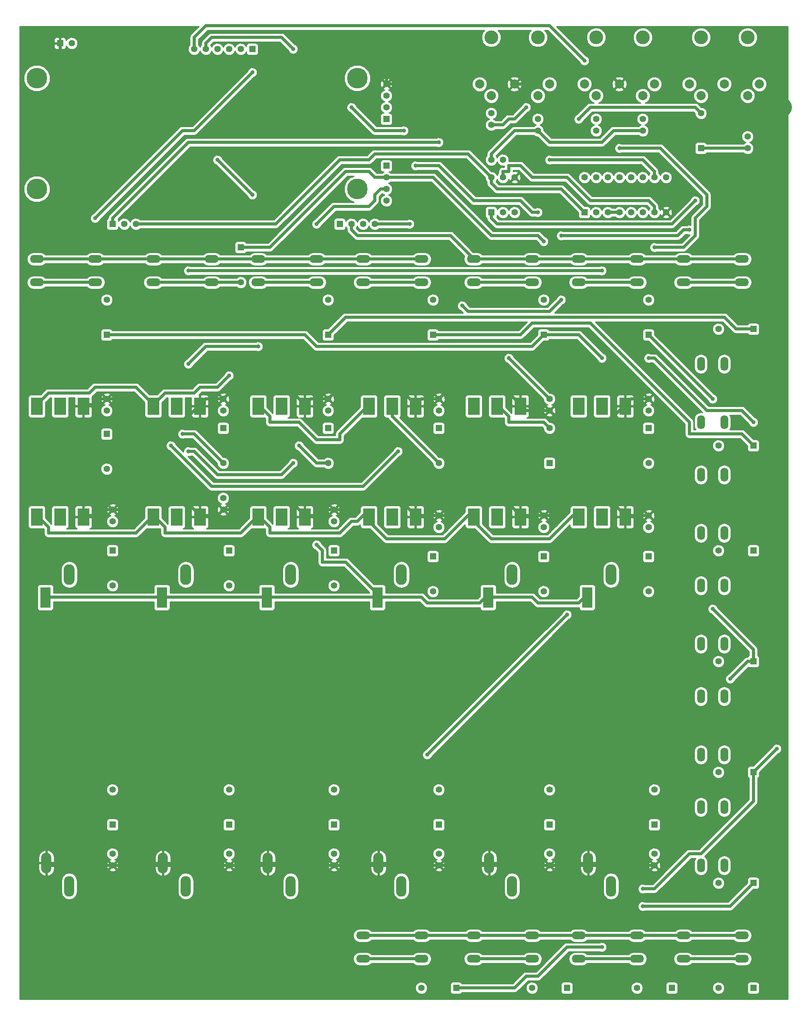
<source format=gbl>
G04 (created by PCBNEW (2013-mar-25)-stable) date Tisdag 19 November 2013 16:16:40*
%MOIN*%
G04 Gerber Fmt 3.4, Leading zero omitted, Abs format*
%FSLAX34Y34*%
G01*
G70*
G90*
G04 APERTURE LIST*
%ADD10C,0.00393701*%
%ADD11O,0.068X0.12*%
%ADD12O,0.12X0.068*%
%ADD13R,0.055X0.055*%
%ADD14C,0.055*%
%ADD15R,0.0984252X0.15*%
%ADD16C,0.11811*%
%ADD17C,0.0787402*%
%ADD18C,0.177165*%
%ADD19O,0.0943X0.177165*%
%ADD20R,0.0882X0.177165*%
%ADD21O,0.0882X0.177165*%
%ADD22C,0.16*%
%ADD23C,0.035*%
%ADD24C,0.0275591*%
%ADD25C,0.01*%
G04 APERTURE END LIST*
G54D10*
G54D11*
X86500Y-38500D03*
X88500Y-38500D03*
X86500Y-43500D03*
X88500Y-43500D03*
X86500Y-29000D03*
X88500Y-29000D03*
X86500Y-34000D03*
X88500Y-34000D03*
G54D12*
X34500Y-20000D03*
X34500Y-22000D03*
X29500Y-20000D03*
X29500Y-22000D03*
X44500Y-20000D03*
X44500Y-22000D03*
X39500Y-20000D03*
X39500Y-22000D03*
X53500Y-20000D03*
X53500Y-22000D03*
X48500Y-20000D03*
X48500Y-22000D03*
X62500Y-20000D03*
X62500Y-22000D03*
X57500Y-20000D03*
X57500Y-22000D03*
X90000Y-20000D03*
X90000Y-22000D03*
X85000Y-20000D03*
X85000Y-22000D03*
X81000Y-20000D03*
X81000Y-22000D03*
X76000Y-20000D03*
X76000Y-22000D03*
G54D11*
X86500Y-48000D03*
X88500Y-48000D03*
X86500Y-53000D03*
X88500Y-53000D03*
G54D12*
X62500Y-78000D03*
X62500Y-80000D03*
X57500Y-78000D03*
X57500Y-80000D03*
X72000Y-20000D03*
X72000Y-22000D03*
X67000Y-20000D03*
X67000Y-22000D03*
X81000Y-78000D03*
X81000Y-80000D03*
X76000Y-78000D03*
X76000Y-80000D03*
G54D11*
X86500Y-57500D03*
X88500Y-57500D03*
X86500Y-62500D03*
X88500Y-62500D03*
G54D12*
X90000Y-78000D03*
X90000Y-80000D03*
X85000Y-78000D03*
X85000Y-80000D03*
X72000Y-78000D03*
X72000Y-80000D03*
X67000Y-78000D03*
X67000Y-80000D03*
G54D11*
X86500Y-67000D03*
X88500Y-67000D03*
X86500Y-72000D03*
X88500Y-72000D03*
G54D13*
X59500Y-12000D03*
G54D14*
X59500Y-13000D03*
X59500Y-14000D03*
X59500Y-15000D03*
G54D13*
X55500Y-17000D03*
G54D14*
X56500Y-17000D03*
X57500Y-17000D03*
X58500Y-17000D03*
G54D13*
X91000Y-54500D03*
G54D14*
X88000Y-54500D03*
G54D13*
X91000Y-73500D03*
G54D14*
X88000Y-73500D03*
G54D13*
X84000Y-82500D03*
G54D14*
X81000Y-82500D03*
G54D13*
X65500Y-82500D03*
G54D14*
X62500Y-82500D03*
G54D13*
X91000Y-45000D03*
G54D14*
X88000Y-45000D03*
G54D13*
X91000Y-36000D03*
G54D14*
X88000Y-36000D03*
G54D13*
X91000Y-26000D03*
G54D14*
X88000Y-26000D03*
G54D13*
X82000Y-26500D03*
G54D14*
X82000Y-23500D03*
G54D13*
X75000Y-82500D03*
G54D14*
X72000Y-82500D03*
G54D13*
X91000Y-82500D03*
G54D14*
X88000Y-82500D03*
G54D13*
X91000Y-64000D03*
G54D14*
X88000Y-64000D03*
G54D13*
X73000Y-26500D03*
G54D14*
X73000Y-23500D03*
G54D13*
X63500Y-26500D03*
G54D14*
X63500Y-23500D03*
G54D13*
X54500Y-26500D03*
G54D14*
X54500Y-23500D03*
G54D13*
X47000Y-19000D03*
G54D14*
X47000Y-22000D03*
G54D13*
X35500Y-26500D03*
G54D14*
X35500Y-23500D03*
G54D13*
X48000Y-2000D03*
G54D14*
X47000Y-2000D03*
X46000Y-2000D03*
X45000Y-2000D03*
X44000Y-2000D03*
X43000Y-2000D03*
G54D13*
X59500Y-8000D03*
G54D14*
X59500Y-7000D03*
X59500Y-6000D03*
X59500Y-5000D03*
G54D13*
X82500Y-68500D03*
G54D14*
X82500Y-65500D03*
G54D13*
X73500Y-68500D03*
G54D14*
X73500Y-65500D03*
G54D13*
X64000Y-68500D03*
G54D14*
X64000Y-65500D03*
G54D13*
X55000Y-68500D03*
G54D14*
X55000Y-65500D03*
G54D13*
X46000Y-68500D03*
G54D14*
X46000Y-65500D03*
G54D13*
X36000Y-68500D03*
G54D14*
X36000Y-65500D03*
G54D13*
X35500Y-35000D03*
G54D14*
X35500Y-38000D03*
G54D13*
X82000Y-45500D03*
G54D14*
X82000Y-48500D03*
G54D13*
X73000Y-45500D03*
G54D14*
X73000Y-48500D03*
G54D13*
X63500Y-45500D03*
G54D14*
X63500Y-48500D03*
G54D13*
X55000Y-45000D03*
G54D14*
X55000Y-48000D03*
G54D13*
X73500Y-37500D03*
G54D14*
X73500Y-34500D03*
G54D13*
X46000Y-45000D03*
G54D14*
X46000Y-48000D03*
G54D13*
X82000Y-34500D03*
G54D14*
X82000Y-37500D03*
G54D13*
X36000Y-45000D03*
G54D14*
X36000Y-48000D03*
G54D13*
X64000Y-34500D03*
G54D14*
X64000Y-37500D03*
G54D13*
X45500Y-34500D03*
G54D14*
X45500Y-37500D03*
G54D13*
X54500Y-34500D03*
G54D14*
X54500Y-37500D03*
X73500Y-33000D03*
X73500Y-32000D03*
X82000Y-32000D03*
X82000Y-33000D03*
X82500Y-72000D03*
X82500Y-71000D03*
X73500Y-72000D03*
X73500Y-71000D03*
X64000Y-72000D03*
X64000Y-71000D03*
X64000Y-32000D03*
X64000Y-33000D03*
X55000Y-72000D03*
X55000Y-71000D03*
X46000Y-72000D03*
X46000Y-71000D03*
X54500Y-32000D03*
X54500Y-33000D03*
X36000Y-72000D03*
X36000Y-71000D03*
X45500Y-32000D03*
X45500Y-33000D03*
X36000Y-41500D03*
X36000Y-42500D03*
X35500Y-32000D03*
X35500Y-33000D03*
X45500Y-41500D03*
X45500Y-40500D03*
X82000Y-42000D03*
X82000Y-43000D03*
X55000Y-41500D03*
X55000Y-42500D03*
X73000Y-42000D03*
X73000Y-43000D03*
X64000Y-42000D03*
X64000Y-43000D03*
G54D15*
X78000Y-42118D03*
X76000Y-42118D03*
X80000Y-42118D03*
X69000Y-42118D03*
X67000Y-42118D03*
X71000Y-42118D03*
X60000Y-42118D03*
X58000Y-42118D03*
X62000Y-42118D03*
X50500Y-42118D03*
X48500Y-42118D03*
X52500Y-42118D03*
X41500Y-42118D03*
X39500Y-42118D03*
X43500Y-42118D03*
X31500Y-42118D03*
X29500Y-42118D03*
X33500Y-42118D03*
X41500Y-32618D03*
X39500Y-32618D03*
X43500Y-32618D03*
X50500Y-32618D03*
X48500Y-32618D03*
X52500Y-32618D03*
X60000Y-32618D03*
X58000Y-32618D03*
X62000Y-32618D03*
X69000Y-32618D03*
X67000Y-32618D03*
X71000Y-32618D03*
X78000Y-32618D03*
X76000Y-32618D03*
X80000Y-32618D03*
X31500Y-32618D03*
X29500Y-32618D03*
X33500Y-32618D03*
G54D13*
X36000Y-17000D03*
G54D14*
X37000Y-17000D03*
X38000Y-17000D03*
X81500Y-9000D03*
X81500Y-8000D03*
X68500Y-11500D03*
X69500Y-11500D03*
X90500Y-10500D03*
X90500Y-9500D03*
X77500Y-8000D03*
X77500Y-9000D03*
X72500Y-9000D03*
X72500Y-8000D03*
X68500Y-8500D03*
X68500Y-7500D03*
G54D13*
X68500Y-16000D03*
G54D14*
X69500Y-16000D03*
X70500Y-16000D03*
X70500Y-13000D03*
X69500Y-13000D03*
X68500Y-13000D03*
G54D13*
X76500Y-16000D03*
G54D14*
X77500Y-16000D03*
X78500Y-16000D03*
X79500Y-16000D03*
X80500Y-16000D03*
X81500Y-16000D03*
X82500Y-16000D03*
X83500Y-16000D03*
X83500Y-13000D03*
X82500Y-13000D03*
X81500Y-13000D03*
X80500Y-13000D03*
X79500Y-13000D03*
X78500Y-13000D03*
X77500Y-13000D03*
X76500Y-13000D03*
G54D13*
X86500Y-10500D03*
G54D14*
X86500Y-7500D03*
G54D16*
X68500Y-1000D03*
X72500Y-1000D03*
G54D17*
X73500Y-5000D03*
X72500Y-6000D03*
X70500Y-5000D03*
X68500Y-6000D03*
X67500Y-5000D03*
G54D16*
X77500Y-1000D03*
X81500Y-1000D03*
G54D17*
X82500Y-5000D03*
X81500Y-6000D03*
X79500Y-5000D03*
X77500Y-6000D03*
X76500Y-5000D03*
G54D16*
X86500Y-1000D03*
X90500Y-1000D03*
G54D17*
X91500Y-5000D03*
X90500Y-6000D03*
X88500Y-5000D03*
X86500Y-6000D03*
X85500Y-5000D03*
G54D18*
X29500Y-14000D03*
X29500Y-4500D03*
X57000Y-4500D03*
X57000Y-14000D03*
G54D19*
X32287Y-47062D03*
G54D20*
X30240Y-49031D03*
G54D21*
X30318Y-71787D03*
X32287Y-73779D03*
G54D19*
X42287Y-47062D03*
G54D20*
X40240Y-49031D03*
G54D21*
X40318Y-71787D03*
X42287Y-73779D03*
G54D19*
X51287Y-47062D03*
G54D20*
X49240Y-49031D03*
G54D21*
X49318Y-71787D03*
X51287Y-73779D03*
G54D19*
X60787Y-47062D03*
G54D20*
X58740Y-49031D03*
G54D21*
X58818Y-71787D03*
X60787Y-73779D03*
G54D19*
X70287Y-47062D03*
G54D20*
X68240Y-49031D03*
G54D21*
X68318Y-71787D03*
X70287Y-73779D03*
G54D19*
X78787Y-47062D03*
G54D20*
X76740Y-49031D03*
G54D21*
X76818Y-71787D03*
X78787Y-73779D03*
G54D13*
X31500Y-1500D03*
G54D14*
X32500Y-1500D03*
G54D22*
X93500Y-7000D03*
X93000Y-82500D03*
X29000Y-82500D03*
X29000Y-1000D03*
G54D23*
X64000Y-10000D03*
X42500Y-21000D03*
X78000Y-21000D03*
X62000Y-12000D03*
X72500Y-16000D03*
X74500Y-18000D03*
X85500Y-17500D03*
X61500Y-17000D03*
X75000Y-50500D03*
X63000Y-62500D03*
X91000Y-34000D03*
X82000Y-28500D03*
X78000Y-28500D03*
X73000Y-18500D03*
X87500Y-50000D03*
X87500Y-32000D03*
X89000Y-56000D03*
X81500Y-74000D03*
X93000Y-62000D03*
X53500Y-17000D03*
X81500Y-75500D03*
X78000Y-79000D03*
X48000Y-4000D03*
X34500Y-16500D03*
X51500Y-37500D03*
X42500Y-36500D03*
X60500Y-36500D03*
X41000Y-36000D03*
X42500Y-29000D03*
X48500Y-27500D03*
X48000Y-14500D03*
X45000Y-11500D03*
X70000Y-28500D03*
X66000Y-24000D03*
X74500Y-23500D03*
X61000Y-9000D03*
X56500Y-7000D03*
X51500Y-2000D03*
X82500Y-19000D03*
X79500Y-10500D03*
X76500Y-3000D03*
X46000Y-30000D03*
X53500Y-44500D03*
X86000Y-15000D03*
X42000Y-35000D03*
X52000Y-36000D03*
X73500Y-11500D03*
X71500Y-7000D03*
X76000Y-8000D03*
G54D24*
X36000Y-17000D02*
X36000Y-16500D01*
X36000Y-16500D02*
X42500Y-10000D01*
X42500Y-10000D02*
X64000Y-10000D01*
X69500Y-13000D02*
X69500Y-12500D01*
X69500Y-12500D02*
X70000Y-12500D01*
X70000Y-12500D02*
X70000Y-12000D01*
X70000Y-12000D02*
X71000Y-12000D01*
X71000Y-12000D02*
X72000Y-13000D01*
X72000Y-13000D02*
X75000Y-13000D01*
X75000Y-13000D02*
X77000Y-15000D01*
X77000Y-15000D02*
X82000Y-15000D01*
X82000Y-15000D02*
X82500Y-15500D01*
X82500Y-15500D02*
X82500Y-16000D01*
X42500Y-21000D02*
X78000Y-21000D01*
X53500Y-20000D02*
X48500Y-20000D01*
X57500Y-20000D02*
X62500Y-20000D01*
X44500Y-20000D02*
X39500Y-20000D01*
X39500Y-20000D02*
X34500Y-20000D01*
X34500Y-20000D02*
X29500Y-20000D01*
X57500Y-20000D02*
X53500Y-20000D01*
X48500Y-20000D02*
X44500Y-20000D01*
X67000Y-20000D02*
X65000Y-18000D01*
X65000Y-18000D02*
X57000Y-18000D01*
X57000Y-18000D02*
X56500Y-17500D01*
X56500Y-17500D02*
X56500Y-17000D01*
X76000Y-20000D02*
X81000Y-20000D01*
X85000Y-20000D02*
X90000Y-20000D01*
X72000Y-20000D02*
X67000Y-20000D01*
X72000Y-20000D02*
X76000Y-20000D01*
X81000Y-20000D02*
X85000Y-20000D01*
X62000Y-12000D02*
X64000Y-12000D01*
X64000Y-12000D02*
X67000Y-15000D01*
X67000Y-15000D02*
X71000Y-15000D01*
X71000Y-15000D02*
X72000Y-16000D01*
X72000Y-16000D02*
X72500Y-16000D01*
X74500Y-18000D02*
X84500Y-18000D01*
X84500Y-18000D02*
X85000Y-17500D01*
X85000Y-17500D02*
X85500Y-17500D01*
X58500Y-17000D02*
X61500Y-17000D01*
X75000Y-50500D02*
X63000Y-62500D01*
X57500Y-78000D02*
X62500Y-78000D01*
X76000Y-78000D02*
X81000Y-78000D01*
X85000Y-78000D02*
X90000Y-78000D01*
X67000Y-78000D02*
X72000Y-78000D01*
X62500Y-78000D02*
X67000Y-78000D01*
X81000Y-78000D02*
X85000Y-78000D01*
X72000Y-78000D02*
X76000Y-78000D01*
X91000Y-34000D02*
X90000Y-33000D01*
X90000Y-33000D02*
X87000Y-33000D01*
X87000Y-33000D02*
X82500Y-28500D01*
X82500Y-28500D02*
X82000Y-28500D01*
X78000Y-28500D02*
X76000Y-26500D01*
X76000Y-26500D02*
X73000Y-26500D01*
X73000Y-26500D02*
X72000Y-27500D01*
X72000Y-27500D02*
X53500Y-27500D01*
X53500Y-27500D02*
X52500Y-26500D01*
X52500Y-26500D02*
X35500Y-26500D01*
X73000Y-18500D02*
X72500Y-18000D01*
X72500Y-18000D02*
X68500Y-18000D01*
X68500Y-18000D02*
X63500Y-13000D01*
X63500Y-13000D02*
X59500Y-13000D01*
X91000Y-54500D02*
X91000Y-53500D01*
X91000Y-53500D02*
X87500Y-50000D01*
X87500Y-32000D02*
X82000Y-26500D01*
X89000Y-56000D02*
X90500Y-54500D01*
X90500Y-54500D02*
X91000Y-54500D01*
X59500Y-13000D02*
X58500Y-13000D01*
X58500Y-13000D02*
X58000Y-12500D01*
X58000Y-12500D02*
X56000Y-12500D01*
X56000Y-12500D02*
X49500Y-19000D01*
X49500Y-19000D02*
X47000Y-19000D01*
X91000Y-64000D02*
X91000Y-66500D01*
X91000Y-66500D02*
X86500Y-71000D01*
X86500Y-71000D02*
X85500Y-71000D01*
X85500Y-71000D02*
X82500Y-74000D01*
X82500Y-74000D02*
X81500Y-74000D01*
X93000Y-62000D02*
X91000Y-64000D01*
X54500Y-26500D02*
X56000Y-25000D01*
X56000Y-25000D02*
X88500Y-25000D01*
X88500Y-25000D02*
X89500Y-26000D01*
X89500Y-26000D02*
X91000Y-26000D01*
X53500Y-17000D02*
X55000Y-15500D01*
X55000Y-15500D02*
X58000Y-15500D01*
X58000Y-15500D02*
X58500Y-15000D01*
X58500Y-15000D02*
X58500Y-14500D01*
X58500Y-14500D02*
X59000Y-14000D01*
X59000Y-14000D02*
X59500Y-14000D01*
X91000Y-36000D02*
X90000Y-35000D01*
X90000Y-35000D02*
X85500Y-35000D01*
X85500Y-35000D02*
X85500Y-34000D01*
X85500Y-34000D02*
X77000Y-25500D01*
X77000Y-25500D02*
X72000Y-25500D01*
X72000Y-25500D02*
X71000Y-26500D01*
X71000Y-26500D02*
X63500Y-26500D01*
X91000Y-73500D02*
X89000Y-75500D01*
X89000Y-75500D02*
X81500Y-75500D01*
X78000Y-79000D02*
X75000Y-79000D01*
X75000Y-79000D02*
X72500Y-81500D01*
X72500Y-81500D02*
X71500Y-81500D01*
X71500Y-81500D02*
X70500Y-82500D01*
X70500Y-82500D02*
X65500Y-82500D01*
X48000Y-4000D02*
X43000Y-9000D01*
X43000Y-9000D02*
X42000Y-9000D01*
X42000Y-9000D02*
X34500Y-16500D01*
X51500Y-37500D02*
X50500Y-38500D01*
X50500Y-38500D02*
X45000Y-38500D01*
X45000Y-38500D02*
X43000Y-36500D01*
X43000Y-36500D02*
X42500Y-36500D01*
X60500Y-36500D02*
X57500Y-39500D01*
X57500Y-39500D02*
X44500Y-39500D01*
X44500Y-39500D02*
X41000Y-36000D01*
X42500Y-29000D02*
X44000Y-27500D01*
X44000Y-27500D02*
X48500Y-27500D01*
X48000Y-14500D02*
X45000Y-11500D01*
X73500Y-32000D02*
X70000Y-28500D01*
X66000Y-24000D02*
X66500Y-24500D01*
X66500Y-24500D02*
X73500Y-24500D01*
X73500Y-24500D02*
X74500Y-23500D01*
X61000Y-9000D02*
X58500Y-9000D01*
X58500Y-9000D02*
X56500Y-7000D01*
X51500Y-2000D02*
X50500Y-1000D01*
X50500Y-1000D02*
X44500Y-1000D01*
X44500Y-1000D02*
X44000Y-1500D01*
X44000Y-1500D02*
X44000Y-2000D01*
X82500Y-19000D02*
X85000Y-19000D01*
X85000Y-19000D02*
X86000Y-18000D01*
X86000Y-18000D02*
X86000Y-16500D01*
X86000Y-16500D02*
X87000Y-15500D01*
X87000Y-15500D02*
X87000Y-14500D01*
X87000Y-14500D02*
X83000Y-10500D01*
X83000Y-10500D02*
X79500Y-10500D01*
X76500Y-3000D02*
X73500Y0D01*
X73500Y0D02*
X44000Y0D01*
X44000Y0D02*
X43000Y-1000D01*
X43000Y-1000D02*
X43000Y-2000D01*
X39500Y-32618D02*
X39500Y-32500D01*
X39500Y-32500D02*
X38000Y-31000D01*
X38000Y-31000D02*
X34500Y-31000D01*
X34500Y-31000D02*
X34000Y-31500D01*
X34000Y-31500D02*
X30500Y-31500D01*
X30500Y-31500D02*
X29500Y-32500D01*
X29500Y-32500D02*
X29500Y-32618D01*
X58000Y-32618D02*
X58000Y-32500D01*
X58000Y-32500D02*
X55500Y-35000D01*
X55500Y-35000D02*
X55500Y-35500D01*
X55500Y-35500D02*
X53500Y-35500D01*
X53500Y-35500D02*
X52000Y-34000D01*
X52000Y-34000D02*
X49500Y-34000D01*
X49500Y-34000D02*
X49500Y-33500D01*
X49500Y-33500D02*
X48500Y-32500D01*
X48500Y-32500D02*
X48500Y-32618D01*
X46000Y-30000D02*
X45000Y-31000D01*
X45000Y-31000D02*
X43500Y-31000D01*
X43500Y-31000D02*
X43000Y-31500D01*
X43000Y-31500D02*
X40500Y-31500D01*
X40500Y-31500D02*
X39500Y-32500D01*
X39500Y-32500D02*
X39500Y-32618D01*
X39500Y-42118D02*
X39500Y-42000D01*
X39500Y-42000D02*
X38000Y-43500D01*
X38000Y-43500D02*
X30500Y-43500D01*
X30500Y-43500D02*
X30500Y-43000D01*
X30500Y-43000D02*
X29500Y-42000D01*
X29500Y-42000D02*
X29500Y-42118D01*
X48500Y-42118D02*
X48500Y-42000D01*
X48500Y-42000D02*
X49500Y-43000D01*
X49500Y-43000D02*
X49500Y-43500D01*
X49500Y-43500D02*
X55500Y-43500D01*
X55500Y-43500D02*
X56500Y-42500D01*
X56500Y-42500D02*
X57000Y-42500D01*
X57000Y-42500D02*
X57500Y-42000D01*
X57500Y-42000D02*
X58000Y-42000D01*
X58000Y-42000D02*
X58000Y-42118D01*
X67000Y-42118D02*
X67000Y-42500D01*
X67000Y-42500D02*
X68500Y-44000D01*
X68500Y-44000D02*
X73500Y-44000D01*
X73500Y-44000D02*
X75500Y-42000D01*
X75500Y-42000D02*
X76000Y-42000D01*
X76000Y-42000D02*
X76000Y-42118D01*
X48500Y-42118D02*
X48500Y-42000D01*
X48500Y-42000D02*
X47000Y-43500D01*
X47000Y-43500D02*
X40500Y-43500D01*
X40500Y-43500D02*
X40500Y-43000D01*
X40500Y-43000D02*
X39500Y-42000D01*
X39500Y-42000D02*
X39500Y-42118D01*
X58000Y-42118D02*
X58000Y-42500D01*
X58000Y-42500D02*
X59500Y-44000D01*
X59500Y-44000D02*
X64500Y-44000D01*
X64500Y-44000D02*
X66500Y-42000D01*
X66500Y-42000D02*
X67000Y-42000D01*
X67000Y-42000D02*
X67000Y-42118D01*
X58740Y-49031D02*
X58500Y-49000D01*
X58500Y-49000D02*
X58500Y-48500D01*
X58500Y-48500D02*
X56000Y-46000D01*
X56000Y-46000D02*
X54000Y-46000D01*
X54000Y-46000D02*
X54000Y-45000D01*
X54000Y-45000D02*
X53500Y-44500D01*
X40240Y-49031D02*
X40000Y-49000D01*
X40000Y-49000D02*
X30000Y-49000D01*
X30000Y-49000D02*
X30240Y-49031D01*
X68240Y-49031D02*
X68000Y-49000D01*
X68000Y-49000D02*
X67500Y-49500D01*
X67500Y-49500D02*
X63000Y-49500D01*
X63000Y-49500D02*
X62500Y-49000D01*
X62500Y-49000D02*
X58500Y-49000D01*
X58500Y-49000D02*
X58740Y-49031D01*
X58740Y-49031D02*
X58500Y-49000D01*
X58500Y-49000D02*
X49000Y-49000D01*
X49000Y-49000D02*
X49240Y-49031D01*
X49240Y-49031D02*
X49000Y-49000D01*
X49000Y-49000D02*
X40000Y-49000D01*
X40000Y-49000D02*
X40240Y-49031D01*
X76740Y-49031D02*
X76500Y-49000D01*
X76500Y-49000D02*
X76000Y-49500D01*
X76000Y-49500D02*
X72500Y-49500D01*
X72500Y-49500D02*
X72000Y-49000D01*
X72000Y-49000D02*
X68000Y-49000D01*
X68000Y-49000D02*
X68240Y-49031D01*
X59500Y-5000D02*
X59500Y-4500D01*
X59500Y-4500D02*
X58000Y-3000D01*
X58000Y-3000D02*
X42500Y-3000D01*
X42500Y-3000D02*
X42000Y-2500D01*
X42000Y-2500D02*
X32000Y-2500D01*
X32000Y-2500D02*
X31500Y-2000D01*
X31500Y-2000D02*
X31500Y-1500D01*
X70500Y-5000D02*
X69500Y-4000D01*
X69500Y-4000D02*
X67000Y-4000D01*
X67000Y-4000D02*
X66000Y-5000D01*
X66000Y-5000D02*
X59500Y-5000D01*
X43500Y-32618D02*
X43500Y-32500D01*
X43500Y-32500D02*
X42500Y-33500D01*
X42500Y-33500D02*
X42500Y-34000D01*
X42500Y-34000D02*
X38500Y-34000D01*
X38500Y-34000D02*
X36500Y-32000D01*
X36500Y-32000D02*
X35500Y-32000D01*
X79500Y-5000D02*
X78500Y-4000D01*
X78500Y-4000D02*
X73000Y-4000D01*
X73000Y-4000D02*
X72000Y-5000D01*
X72000Y-5000D02*
X70500Y-5000D01*
X54500Y-32000D02*
X55000Y-31500D01*
X55000Y-31500D02*
X61000Y-31500D01*
X61000Y-31500D02*
X62000Y-32500D01*
X62000Y-32500D02*
X62000Y-32618D01*
X43500Y-42118D02*
X43500Y-42000D01*
X43500Y-42000D02*
X42500Y-41000D01*
X42500Y-41000D02*
X38500Y-41000D01*
X38500Y-41000D02*
X38000Y-41500D01*
X38000Y-41500D02*
X36000Y-41500D01*
X62000Y-42118D02*
X62000Y-42000D01*
X62000Y-42000D02*
X61000Y-41000D01*
X61000Y-41000D02*
X57000Y-41000D01*
X57000Y-41000D02*
X56500Y-41500D01*
X56500Y-41500D02*
X55000Y-41500D01*
X52500Y-42118D02*
X52500Y-42000D01*
X52500Y-42000D02*
X51500Y-41000D01*
X51500Y-41000D02*
X47500Y-41000D01*
X47500Y-41000D02*
X47000Y-41500D01*
X47000Y-41500D02*
X45500Y-41500D01*
X64000Y-32000D02*
X64500Y-31500D01*
X64500Y-31500D02*
X70000Y-31500D01*
X70000Y-31500D02*
X71000Y-32500D01*
X71000Y-32500D02*
X71000Y-32618D01*
X45500Y-32000D02*
X46000Y-31500D01*
X46000Y-31500D02*
X51500Y-31500D01*
X51500Y-31500D02*
X52500Y-32500D01*
X52500Y-32500D02*
X52500Y-32618D01*
X73500Y-33000D02*
X74500Y-34000D01*
X74500Y-34000D02*
X79000Y-34000D01*
X79000Y-34000D02*
X79000Y-33500D01*
X79000Y-33500D02*
X80000Y-32500D01*
X80000Y-32500D02*
X80000Y-32618D01*
X80000Y-42118D02*
X80000Y-42000D01*
X80000Y-42000D02*
X79000Y-41000D01*
X79000Y-41000D02*
X75000Y-41000D01*
X75000Y-41000D02*
X74000Y-42000D01*
X74000Y-42000D02*
X73000Y-42000D01*
X71000Y-42118D02*
X71000Y-42000D01*
X71000Y-42000D02*
X70000Y-41000D01*
X70000Y-41000D02*
X66000Y-41000D01*
X66000Y-41000D02*
X65000Y-42000D01*
X65000Y-42000D02*
X64000Y-42000D01*
X55000Y-72000D02*
X49500Y-72000D01*
X49500Y-72000D02*
X49318Y-71787D01*
X46000Y-72000D02*
X40500Y-72000D01*
X40500Y-72000D02*
X40318Y-71787D01*
X36000Y-72000D02*
X30500Y-72000D01*
X30500Y-72000D02*
X30318Y-71787D01*
X76818Y-71787D02*
X77000Y-72000D01*
X77000Y-72000D02*
X82500Y-72000D01*
X68318Y-71787D02*
X68500Y-72000D01*
X68500Y-72000D02*
X73500Y-72000D01*
X64000Y-72000D02*
X59000Y-72000D01*
X59000Y-72000D02*
X58818Y-71787D01*
X40318Y-71787D02*
X40500Y-72000D01*
X40500Y-72000D02*
X36000Y-72000D01*
X64000Y-72000D02*
X68500Y-72000D01*
X68500Y-72000D02*
X68318Y-71787D01*
X71000Y-32618D02*
X71000Y-32500D01*
X71000Y-32500D02*
X71500Y-33000D01*
X71500Y-33000D02*
X73500Y-33000D01*
X58818Y-71787D02*
X59000Y-72000D01*
X59000Y-72000D02*
X55000Y-72000D01*
X55000Y-41500D02*
X54500Y-41500D01*
X54500Y-41500D02*
X54000Y-42000D01*
X54000Y-42000D02*
X52500Y-42000D01*
X52500Y-42000D02*
X52500Y-42118D01*
X36000Y-41500D02*
X35500Y-41500D01*
X35500Y-41500D02*
X35000Y-42000D01*
X35000Y-42000D02*
X33500Y-42000D01*
X33500Y-42000D02*
X33500Y-42118D01*
X49318Y-71787D02*
X49500Y-72000D01*
X49500Y-72000D02*
X46000Y-72000D01*
X52500Y-32618D02*
X52500Y-32500D01*
X52500Y-32500D02*
X53000Y-32000D01*
X53000Y-32000D02*
X54500Y-32000D01*
X35500Y-32000D02*
X35000Y-32000D01*
X35000Y-32000D02*
X34500Y-32500D01*
X34500Y-32500D02*
X33500Y-32500D01*
X33500Y-32500D02*
X33500Y-32618D01*
X43500Y-32618D02*
X43500Y-32500D01*
X43500Y-32500D02*
X44000Y-32000D01*
X44000Y-32000D02*
X45500Y-32000D01*
X73500Y-72000D02*
X77000Y-72000D01*
X77000Y-72000D02*
X76818Y-71787D01*
X45500Y-41500D02*
X45000Y-42000D01*
X45000Y-42000D02*
X43500Y-42000D01*
X43500Y-42000D02*
X43500Y-42118D01*
X62000Y-32618D02*
X62000Y-32500D01*
X62000Y-32500D02*
X62500Y-32000D01*
X62500Y-32000D02*
X64000Y-32000D01*
X80000Y-32618D02*
X80000Y-32500D01*
X80000Y-32500D02*
X80500Y-32000D01*
X80500Y-32000D02*
X82000Y-32000D01*
X73000Y-42000D02*
X71000Y-42000D01*
X71000Y-42000D02*
X71000Y-42118D01*
X80000Y-42118D02*
X80000Y-42000D01*
X80000Y-42000D02*
X82000Y-42000D01*
X64000Y-42000D02*
X62000Y-42000D01*
X62000Y-42000D02*
X62000Y-42118D01*
X34500Y-22000D02*
X29500Y-22000D01*
X86000Y-15000D02*
X84000Y-17000D01*
X84000Y-17000D02*
X69000Y-17000D01*
X69000Y-17000D02*
X68500Y-16500D01*
X68500Y-16500D02*
X68500Y-16000D01*
X86500Y-10500D02*
X90500Y-10500D01*
X45500Y-37500D02*
X43000Y-35000D01*
X43000Y-35000D02*
X42000Y-35000D01*
X52000Y-36000D02*
X53500Y-37500D01*
X53500Y-37500D02*
X54500Y-37500D01*
X60000Y-32618D02*
X60000Y-33500D01*
X60000Y-33500D02*
X64000Y-37500D01*
X73500Y-34500D02*
X73000Y-34000D01*
X73000Y-34000D02*
X70000Y-34000D01*
X70000Y-34000D02*
X70000Y-33500D01*
X70000Y-33500D02*
X69000Y-32500D01*
X69000Y-32500D02*
X69000Y-32618D01*
X82500Y-13000D02*
X82500Y-12500D01*
X82500Y-12500D02*
X81500Y-11500D01*
X81500Y-11500D02*
X73500Y-11500D01*
X71500Y-7000D02*
X70500Y-8000D01*
X70500Y-8000D02*
X70000Y-8000D01*
X70000Y-8000D02*
X69500Y-8500D01*
X69500Y-8500D02*
X68500Y-8500D01*
X62500Y-80000D02*
X57500Y-80000D01*
X72000Y-80000D02*
X67000Y-80000D01*
X90000Y-22000D02*
X85000Y-22000D01*
X81000Y-80000D02*
X76000Y-80000D01*
X90000Y-80000D02*
X85000Y-80000D01*
X81000Y-22000D02*
X76000Y-22000D01*
X72000Y-22000D02*
X67000Y-22000D01*
X62500Y-22000D02*
X57500Y-22000D01*
X53500Y-22000D02*
X48500Y-22000D01*
X44500Y-22000D02*
X39500Y-22000D01*
X44500Y-22000D02*
X47000Y-22000D01*
X86500Y-7500D02*
X86000Y-7000D01*
X86000Y-7000D02*
X77000Y-7000D01*
X77000Y-7000D02*
X76000Y-8000D01*
X79500Y-16000D02*
X78500Y-16000D01*
X68500Y-13000D02*
X66500Y-11000D01*
X66500Y-11000D02*
X58500Y-11000D01*
X58500Y-11000D02*
X58000Y-11500D01*
X58000Y-11500D02*
X55500Y-11500D01*
X55500Y-11500D02*
X50000Y-17000D01*
X50000Y-17000D02*
X38000Y-17000D01*
X76500Y-16000D02*
X74500Y-14000D01*
X74500Y-14000D02*
X69000Y-14000D01*
X69000Y-14000D02*
X68500Y-13500D01*
X68500Y-13500D02*
X68500Y-13000D01*
X68500Y-11500D02*
X68500Y-11000D01*
X68500Y-11000D02*
X70500Y-9000D01*
X70500Y-9000D02*
X72500Y-9000D01*
X72500Y-9000D02*
X73500Y-10000D01*
X73500Y-10000D02*
X78000Y-10000D01*
X78000Y-10000D02*
X79000Y-9000D01*
X79000Y-9000D02*
X81500Y-9000D01*
G54D10*
G36*
X82104Y-15652D02*
X82055Y-15702D01*
X81999Y-15835D01*
X81945Y-15703D01*
X81797Y-15555D01*
X81604Y-15475D01*
X81396Y-15474D01*
X81203Y-15554D01*
X81055Y-15702D01*
X80999Y-15835D01*
X80945Y-15703D01*
X80797Y-15555D01*
X80604Y-15475D01*
X80396Y-15474D01*
X80203Y-15554D01*
X80055Y-15702D01*
X79999Y-15835D01*
X79945Y-15703D01*
X79797Y-15555D01*
X79604Y-15475D01*
X79396Y-15474D01*
X79203Y-15554D01*
X79145Y-15612D01*
X78854Y-15612D01*
X78797Y-15555D01*
X78604Y-15475D01*
X78396Y-15474D01*
X78203Y-15554D01*
X78055Y-15702D01*
X77999Y-15835D01*
X77945Y-15703D01*
X77797Y-15555D01*
X77604Y-15475D01*
X77396Y-15474D01*
X77203Y-15554D01*
X77055Y-15702D01*
X77025Y-15774D01*
X77025Y-15675D01*
X76987Y-15583D01*
X76916Y-15513D01*
X76824Y-15475D01*
X76725Y-15474D01*
X76523Y-15474D01*
X74774Y-13725D01*
X74648Y-13641D01*
X74500Y-13612D01*
X71029Y-13612D01*
X71029Y-13075D01*
X71018Y-12867D01*
X70960Y-12727D01*
X70867Y-12702D01*
X70570Y-13000D01*
X70867Y-13297D01*
X70960Y-13272D01*
X71029Y-13075D01*
X71029Y-13612D01*
X70797Y-13612D01*
X70797Y-13367D01*
X70500Y-13070D01*
X70202Y-13367D01*
X70227Y-13460D01*
X70424Y-13529D01*
X70632Y-13518D01*
X70772Y-13460D01*
X70797Y-13367D01*
X70797Y-13612D01*
X69160Y-13612D01*
X68895Y-13347D01*
X68944Y-13297D01*
X69000Y-13164D01*
X69054Y-13297D01*
X69202Y-13444D01*
X69395Y-13524D01*
X69603Y-13525D01*
X69797Y-13445D01*
X69944Y-13297D01*
X69997Y-13171D01*
X70039Y-13272D01*
X70132Y-13297D01*
X70429Y-13000D01*
X70423Y-12994D01*
X70494Y-12923D01*
X70500Y-12929D01*
X70797Y-12632D01*
X70772Y-12539D01*
X70575Y-12470D01*
X70387Y-12480D01*
X70387Y-12387D01*
X70839Y-12387D01*
X71725Y-13274D01*
X71851Y-13358D01*
X72000Y-13387D01*
X74839Y-13387D01*
X76725Y-15274D01*
X76725Y-15274D01*
X76809Y-15330D01*
X76851Y-15358D01*
X76851Y-15358D01*
X76999Y-15387D01*
X77000Y-15387D01*
X81839Y-15387D01*
X82104Y-15652D01*
X82104Y-15652D01*
G37*
G54D25*
X82104Y-15652D02*
X82055Y-15702D01*
X81999Y-15835D01*
X81945Y-15703D01*
X81797Y-15555D01*
X81604Y-15475D01*
X81396Y-15474D01*
X81203Y-15554D01*
X81055Y-15702D01*
X80999Y-15835D01*
X80945Y-15703D01*
X80797Y-15555D01*
X80604Y-15475D01*
X80396Y-15474D01*
X80203Y-15554D01*
X80055Y-15702D01*
X79999Y-15835D01*
X79945Y-15703D01*
X79797Y-15555D01*
X79604Y-15475D01*
X79396Y-15474D01*
X79203Y-15554D01*
X79145Y-15612D01*
X78854Y-15612D01*
X78797Y-15555D01*
X78604Y-15475D01*
X78396Y-15474D01*
X78203Y-15554D01*
X78055Y-15702D01*
X77999Y-15835D01*
X77945Y-15703D01*
X77797Y-15555D01*
X77604Y-15475D01*
X77396Y-15474D01*
X77203Y-15554D01*
X77055Y-15702D01*
X77025Y-15774D01*
X77025Y-15675D01*
X76987Y-15583D01*
X76916Y-15513D01*
X76824Y-15475D01*
X76725Y-15474D01*
X76523Y-15474D01*
X74774Y-13725D01*
X74648Y-13641D01*
X74500Y-13612D01*
X71029Y-13612D01*
X71029Y-13075D01*
X71018Y-12867D01*
X70960Y-12727D01*
X70867Y-12702D01*
X70570Y-13000D01*
X70867Y-13297D01*
X70960Y-13272D01*
X71029Y-13075D01*
X71029Y-13612D01*
X70797Y-13612D01*
X70797Y-13367D01*
X70500Y-13070D01*
X70202Y-13367D01*
X70227Y-13460D01*
X70424Y-13529D01*
X70632Y-13518D01*
X70772Y-13460D01*
X70797Y-13367D01*
X70797Y-13612D01*
X69160Y-13612D01*
X68895Y-13347D01*
X68944Y-13297D01*
X69000Y-13164D01*
X69054Y-13297D01*
X69202Y-13444D01*
X69395Y-13524D01*
X69603Y-13525D01*
X69797Y-13445D01*
X69944Y-13297D01*
X69997Y-13171D01*
X70039Y-13272D01*
X70132Y-13297D01*
X70429Y-13000D01*
X70423Y-12994D01*
X70494Y-12923D01*
X70500Y-12929D01*
X70797Y-12632D01*
X70772Y-12539D01*
X70575Y-12470D01*
X70387Y-12480D01*
X70387Y-12387D01*
X70839Y-12387D01*
X71725Y-13274D01*
X71851Y-13358D01*
X72000Y-13387D01*
X74839Y-13387D01*
X76725Y-15274D01*
X76725Y-15274D01*
X76809Y-15330D01*
X76851Y-15358D01*
X76851Y-15358D01*
X76999Y-15387D01*
X77000Y-15387D01*
X81839Y-15387D01*
X82104Y-15652D01*
G54D10*
G36*
X93950Y-83450D02*
X93425Y-83450D01*
X93425Y-61915D01*
X93360Y-61759D01*
X93241Y-61639D01*
X93084Y-61575D01*
X92915Y-61574D01*
X92759Y-61639D01*
X92639Y-61758D01*
X92602Y-61849D01*
X92143Y-62307D01*
X92143Y-4872D01*
X92046Y-4635D01*
X91865Y-4454D01*
X91628Y-4356D01*
X91372Y-4356D01*
X91340Y-4369D01*
X91340Y-833D01*
X91213Y-524D01*
X90976Y-287D01*
X90667Y-159D01*
X90333Y-159D01*
X90024Y-287D01*
X89787Y-523D01*
X89659Y-832D01*
X89659Y-1166D01*
X89787Y-1475D01*
X90023Y-1712D01*
X90332Y-1840D01*
X90666Y-1840D01*
X90975Y-1713D01*
X91212Y-1476D01*
X91340Y-1167D01*
X91340Y-833D01*
X91340Y-4369D01*
X91135Y-4453D01*
X90954Y-4634D01*
X90856Y-4871D01*
X90856Y-5127D01*
X90953Y-5364D01*
X91134Y-5545D01*
X91371Y-5643D01*
X91627Y-5643D01*
X91864Y-5546D01*
X92045Y-5365D01*
X92143Y-5128D01*
X92143Y-4872D01*
X92143Y-62307D01*
X91525Y-62926D01*
X91525Y-54725D01*
X91525Y-54175D01*
X91525Y-45225D01*
X91525Y-44675D01*
X91525Y-36225D01*
X91525Y-35675D01*
X91487Y-35583D01*
X91416Y-35513D01*
X91324Y-35475D01*
X91225Y-35474D01*
X91023Y-35474D01*
X90274Y-34725D01*
X90148Y-34641D01*
X90000Y-34612D01*
X88971Y-34612D01*
X89045Y-34502D01*
X89090Y-34276D01*
X89090Y-33723D01*
X89045Y-33497D01*
X88971Y-33387D01*
X89839Y-33387D01*
X90602Y-34150D01*
X90639Y-34240D01*
X90758Y-34360D01*
X90915Y-34424D01*
X91084Y-34425D01*
X91240Y-34360D01*
X91360Y-34241D01*
X91424Y-34084D01*
X91425Y-33915D01*
X91360Y-33759D01*
X91241Y-33639D01*
X91150Y-33602D01*
X90274Y-32725D01*
X90148Y-32641D01*
X90000Y-32612D01*
X89090Y-32612D01*
X89090Y-29276D01*
X89090Y-28723D01*
X89045Y-28497D01*
X88917Y-28306D01*
X88725Y-28178D01*
X88525Y-28138D01*
X88525Y-25896D01*
X88445Y-25703D01*
X88297Y-25555D01*
X88104Y-25475D01*
X87896Y-25474D01*
X87703Y-25554D01*
X87555Y-25702D01*
X87475Y-25895D01*
X87474Y-26103D01*
X87554Y-26297D01*
X87702Y-26444D01*
X87895Y-26524D01*
X88103Y-26525D01*
X88297Y-26445D01*
X88444Y-26297D01*
X88524Y-26104D01*
X88525Y-25896D01*
X88525Y-28138D01*
X88500Y-28133D01*
X88274Y-28178D01*
X88082Y-28306D01*
X87954Y-28497D01*
X87910Y-28723D01*
X87910Y-29276D01*
X87954Y-29502D01*
X88082Y-29693D01*
X88274Y-29821D01*
X88500Y-29866D01*
X88725Y-29821D01*
X88917Y-29693D01*
X89045Y-29502D01*
X89090Y-29276D01*
X89090Y-32612D01*
X87925Y-32612D01*
X87925Y-31915D01*
X87860Y-31759D01*
X87741Y-31639D01*
X87650Y-31602D01*
X87090Y-31041D01*
X87090Y-29276D01*
X87090Y-28723D01*
X87045Y-28497D01*
X86917Y-28306D01*
X86725Y-28178D01*
X86500Y-28133D01*
X86274Y-28178D01*
X86082Y-28306D01*
X85954Y-28497D01*
X85910Y-28723D01*
X85910Y-29276D01*
X85954Y-29502D01*
X86082Y-29693D01*
X86274Y-29821D01*
X86500Y-29866D01*
X86725Y-29821D01*
X86917Y-29693D01*
X87045Y-29502D01*
X87090Y-29276D01*
X87090Y-31041D01*
X82525Y-26476D01*
X82525Y-26175D01*
X82487Y-26083D01*
X82416Y-26013D01*
X82324Y-25975D01*
X82225Y-25974D01*
X81675Y-25974D01*
X81583Y-26012D01*
X81513Y-26083D01*
X81475Y-26175D01*
X81474Y-26274D01*
X81474Y-26824D01*
X81512Y-26916D01*
X81583Y-26986D01*
X81675Y-27024D01*
X81774Y-27025D01*
X81976Y-27025D01*
X87102Y-32150D01*
X87139Y-32240D01*
X87258Y-32360D01*
X87415Y-32424D01*
X87584Y-32425D01*
X87740Y-32360D01*
X87860Y-32241D01*
X87924Y-32084D01*
X87925Y-31915D01*
X87925Y-32612D01*
X87160Y-32612D01*
X82774Y-28225D01*
X82648Y-28141D01*
X82500Y-28112D01*
X82174Y-28112D01*
X82084Y-28075D01*
X81915Y-28074D01*
X81759Y-28139D01*
X81639Y-28258D01*
X81575Y-28415D01*
X81574Y-28584D01*
X81639Y-28740D01*
X81758Y-28860D01*
X81915Y-28924D01*
X82084Y-28925D01*
X82174Y-28887D01*
X82339Y-28887D01*
X86606Y-33154D01*
X86500Y-33133D01*
X86274Y-33178D01*
X86082Y-33306D01*
X85954Y-33497D01*
X85910Y-33723D01*
X85910Y-34276D01*
X85954Y-34502D01*
X86028Y-34612D01*
X85887Y-34612D01*
X85887Y-34000D01*
X85887Y-33999D01*
X85858Y-33851D01*
X85858Y-33851D01*
X85830Y-33809D01*
X85774Y-33725D01*
X85774Y-33725D01*
X77436Y-25387D01*
X88339Y-25387D01*
X89225Y-26274D01*
X89351Y-26358D01*
X89500Y-26387D01*
X90501Y-26387D01*
X90512Y-26416D01*
X90583Y-26486D01*
X90675Y-26524D01*
X90774Y-26525D01*
X91324Y-26525D01*
X91416Y-26487D01*
X91486Y-26416D01*
X91524Y-26324D01*
X91525Y-26225D01*
X91525Y-25675D01*
X91487Y-25583D01*
X91416Y-25513D01*
X91324Y-25475D01*
X91225Y-25474D01*
X91143Y-25474D01*
X91143Y-5872D01*
X91046Y-5635D01*
X90865Y-5454D01*
X90628Y-5356D01*
X90372Y-5356D01*
X90135Y-5453D01*
X89954Y-5634D01*
X89856Y-5871D01*
X89856Y-6127D01*
X89953Y-6364D01*
X90134Y-6545D01*
X90371Y-6643D01*
X90627Y-6643D01*
X90864Y-6546D01*
X91045Y-6365D01*
X91143Y-6128D01*
X91143Y-5872D01*
X91143Y-25474D01*
X91025Y-25474D01*
X91025Y-10396D01*
X90945Y-10203D01*
X90797Y-10055D01*
X90664Y-9999D01*
X90797Y-9945D01*
X90944Y-9797D01*
X91024Y-9604D01*
X91025Y-9396D01*
X90945Y-9203D01*
X90797Y-9055D01*
X90604Y-8975D01*
X90396Y-8974D01*
X90203Y-9054D01*
X90055Y-9202D01*
X89975Y-9395D01*
X89974Y-9603D01*
X90054Y-9797D01*
X90202Y-9944D01*
X90335Y-10000D01*
X90203Y-10054D01*
X90145Y-10112D01*
X89143Y-10112D01*
X89143Y-4872D01*
X89046Y-4635D01*
X88865Y-4454D01*
X88628Y-4356D01*
X88372Y-4356D01*
X88135Y-4453D01*
X87954Y-4634D01*
X87856Y-4871D01*
X87856Y-5127D01*
X87953Y-5364D01*
X88134Y-5545D01*
X88371Y-5643D01*
X88627Y-5643D01*
X88864Y-5546D01*
X89045Y-5365D01*
X89143Y-5128D01*
X89143Y-4872D01*
X89143Y-10112D01*
X87340Y-10112D01*
X87340Y-833D01*
X87213Y-524D01*
X86976Y-287D01*
X86667Y-159D01*
X86333Y-159D01*
X86024Y-287D01*
X85787Y-523D01*
X85659Y-832D01*
X85659Y-1166D01*
X85787Y-1475D01*
X86023Y-1712D01*
X86332Y-1840D01*
X86666Y-1840D01*
X86975Y-1713D01*
X87212Y-1476D01*
X87340Y-1167D01*
X87340Y-833D01*
X87340Y-10112D01*
X87143Y-10112D01*
X87143Y-5872D01*
X87046Y-5635D01*
X86865Y-5454D01*
X86628Y-5356D01*
X86372Y-5356D01*
X86143Y-5450D01*
X86143Y-4872D01*
X86046Y-4635D01*
X85865Y-4454D01*
X85628Y-4356D01*
X85372Y-4356D01*
X85135Y-4453D01*
X84954Y-4634D01*
X84856Y-4871D01*
X84856Y-5127D01*
X84953Y-5364D01*
X85134Y-5545D01*
X85371Y-5643D01*
X85627Y-5643D01*
X85864Y-5546D01*
X86045Y-5365D01*
X86143Y-5128D01*
X86143Y-4872D01*
X86143Y-5450D01*
X86135Y-5453D01*
X85954Y-5634D01*
X85856Y-5871D01*
X85856Y-6127D01*
X85953Y-6364D01*
X86134Y-6545D01*
X86371Y-6643D01*
X86627Y-6643D01*
X86864Y-6546D01*
X87045Y-6365D01*
X87143Y-6128D01*
X87143Y-5872D01*
X87143Y-10112D01*
X87025Y-10112D01*
X87025Y-7396D01*
X86945Y-7203D01*
X86797Y-7055D01*
X86604Y-6975D01*
X86523Y-6975D01*
X86274Y-6725D01*
X86148Y-6641D01*
X86000Y-6612D01*
X83143Y-6612D01*
X83143Y-4872D01*
X83046Y-4635D01*
X82865Y-4454D01*
X82628Y-4356D01*
X82372Y-4356D01*
X82340Y-4369D01*
X82340Y-833D01*
X82213Y-524D01*
X81976Y-287D01*
X81667Y-159D01*
X81333Y-159D01*
X81024Y-287D01*
X80787Y-523D01*
X80659Y-832D01*
X80659Y-1166D01*
X80787Y-1475D01*
X81023Y-1712D01*
X81332Y-1840D01*
X81666Y-1840D01*
X81975Y-1713D01*
X82212Y-1476D01*
X82340Y-1167D01*
X82340Y-833D01*
X82340Y-4369D01*
X82135Y-4453D01*
X81954Y-4634D01*
X81856Y-4871D01*
X81856Y-5127D01*
X81953Y-5364D01*
X82134Y-5545D01*
X82371Y-5643D01*
X82627Y-5643D01*
X82864Y-5546D01*
X83045Y-5365D01*
X83143Y-5128D01*
X83143Y-4872D01*
X83143Y-6612D01*
X81703Y-6612D01*
X81864Y-6546D01*
X82045Y-6365D01*
X82143Y-6128D01*
X82143Y-5872D01*
X82046Y-5635D01*
X81865Y-5454D01*
X81628Y-5356D01*
X81372Y-5356D01*
X81135Y-5453D01*
X80954Y-5634D01*
X80856Y-5871D01*
X80856Y-6127D01*
X80953Y-6364D01*
X81134Y-6545D01*
X81295Y-6612D01*
X80147Y-6612D01*
X80147Y-5104D01*
X80138Y-4848D01*
X80058Y-4655D01*
X79953Y-4616D01*
X79883Y-4687D01*
X79883Y-4546D01*
X79844Y-4441D01*
X79604Y-4352D01*
X79348Y-4361D01*
X79155Y-4441D01*
X79116Y-4546D01*
X79500Y-4929D01*
X79883Y-4546D01*
X79883Y-4687D01*
X79570Y-5000D01*
X79953Y-5383D01*
X80058Y-5344D01*
X80147Y-5104D01*
X80147Y-6612D01*
X79883Y-6612D01*
X79883Y-5453D01*
X79500Y-5070D01*
X79429Y-5141D01*
X79429Y-5000D01*
X79046Y-4616D01*
X78941Y-4655D01*
X78852Y-4895D01*
X78861Y-5151D01*
X78941Y-5344D01*
X79046Y-5383D01*
X79429Y-5000D01*
X79429Y-5141D01*
X79116Y-5453D01*
X79155Y-5558D01*
X79395Y-5647D01*
X79651Y-5638D01*
X79844Y-5558D01*
X79883Y-5453D01*
X79883Y-6612D01*
X78340Y-6612D01*
X78340Y-833D01*
X78213Y-524D01*
X77976Y-287D01*
X77667Y-159D01*
X77333Y-159D01*
X77024Y-287D01*
X76787Y-523D01*
X76659Y-832D01*
X76659Y-1166D01*
X76787Y-1475D01*
X77023Y-1712D01*
X77332Y-1840D01*
X77666Y-1840D01*
X77975Y-1713D01*
X78212Y-1476D01*
X78340Y-1167D01*
X78340Y-833D01*
X78340Y-6612D01*
X77703Y-6612D01*
X77864Y-6546D01*
X78045Y-6365D01*
X78143Y-6128D01*
X78143Y-5872D01*
X78046Y-5635D01*
X77865Y-5454D01*
X77628Y-5356D01*
X77372Y-5356D01*
X77143Y-5450D01*
X77143Y-4872D01*
X77046Y-4635D01*
X76865Y-4454D01*
X76628Y-4356D01*
X76372Y-4356D01*
X76135Y-4453D01*
X75954Y-4634D01*
X75856Y-4871D01*
X75856Y-5127D01*
X75953Y-5364D01*
X76134Y-5545D01*
X76371Y-5643D01*
X76627Y-5643D01*
X76864Y-5546D01*
X77045Y-5365D01*
X77143Y-5128D01*
X77143Y-4872D01*
X77143Y-5450D01*
X77135Y-5453D01*
X76954Y-5634D01*
X76856Y-5871D01*
X76856Y-6127D01*
X76953Y-6364D01*
X77134Y-6545D01*
X77295Y-6612D01*
X77000Y-6612D01*
X76851Y-6641D01*
X76725Y-6725D01*
X75849Y-7602D01*
X75759Y-7639D01*
X75639Y-7758D01*
X75575Y-7915D01*
X75574Y-8084D01*
X75639Y-8240D01*
X75758Y-8360D01*
X75915Y-8424D01*
X76084Y-8425D01*
X76240Y-8360D01*
X76360Y-8241D01*
X76397Y-8150D01*
X77160Y-7387D01*
X85839Y-7387D01*
X85974Y-7523D01*
X85974Y-7603D01*
X86054Y-7797D01*
X86202Y-7944D01*
X86395Y-8024D01*
X86603Y-8025D01*
X86797Y-7945D01*
X86944Y-7797D01*
X87024Y-7604D01*
X87025Y-7396D01*
X87025Y-10112D01*
X86998Y-10112D01*
X86987Y-10083D01*
X86916Y-10013D01*
X86824Y-9975D01*
X86725Y-9974D01*
X86175Y-9974D01*
X86083Y-10012D01*
X86013Y-10083D01*
X85975Y-10175D01*
X85974Y-10274D01*
X85974Y-10824D01*
X86012Y-10916D01*
X86083Y-10986D01*
X86175Y-11024D01*
X86274Y-11025D01*
X86824Y-11025D01*
X86916Y-10987D01*
X86986Y-10916D01*
X86998Y-10887D01*
X90145Y-10887D01*
X90202Y-10944D01*
X90395Y-11024D01*
X90603Y-11025D01*
X90797Y-10945D01*
X90944Y-10797D01*
X91024Y-10604D01*
X91025Y-10396D01*
X91025Y-25474D01*
X90866Y-25474D01*
X90866Y-22000D01*
X90866Y-20000D01*
X90821Y-19774D01*
X90693Y-19582D01*
X90502Y-19454D01*
X90276Y-19410D01*
X89723Y-19410D01*
X89497Y-19454D01*
X89306Y-19582D01*
X89286Y-19612D01*
X87387Y-19612D01*
X87387Y-15500D01*
X87387Y-14500D01*
X87387Y-14499D01*
X87358Y-14351D01*
X87358Y-14351D01*
X87330Y-14309D01*
X87274Y-14225D01*
X87274Y-14225D01*
X83274Y-10225D01*
X83148Y-10141D01*
X83000Y-10112D01*
X79674Y-10112D01*
X79584Y-10075D01*
X79415Y-10074D01*
X79259Y-10139D01*
X79139Y-10258D01*
X79075Y-10415D01*
X79074Y-10584D01*
X79139Y-10740D01*
X79258Y-10860D01*
X79415Y-10924D01*
X79584Y-10925D01*
X79674Y-10887D01*
X82839Y-10887D01*
X86612Y-14660D01*
X86612Y-15339D01*
X86425Y-15526D01*
X86425Y-14915D01*
X86360Y-14759D01*
X86241Y-14639D01*
X86084Y-14575D01*
X85915Y-14574D01*
X85759Y-14639D01*
X85639Y-14758D01*
X85602Y-14849D01*
X84029Y-16421D01*
X84029Y-16075D01*
X84025Y-15987D01*
X84025Y-12896D01*
X83945Y-12703D01*
X83797Y-12555D01*
X83604Y-12475D01*
X83396Y-12474D01*
X83203Y-12554D01*
X83055Y-12702D01*
X82999Y-12835D01*
X82945Y-12703D01*
X82887Y-12645D01*
X82887Y-12500D01*
X82858Y-12351D01*
X82774Y-12225D01*
X81774Y-11225D01*
X81648Y-11141D01*
X81500Y-11112D01*
X73674Y-11112D01*
X73584Y-11075D01*
X73415Y-11074D01*
X73259Y-11139D01*
X73139Y-11258D01*
X73075Y-11415D01*
X73074Y-11584D01*
X73139Y-11740D01*
X73258Y-11860D01*
X73415Y-11924D01*
X73584Y-11925D01*
X73674Y-11887D01*
X81339Y-11887D01*
X82104Y-12652D01*
X82055Y-12702D01*
X81999Y-12835D01*
X81945Y-12703D01*
X81797Y-12555D01*
X81604Y-12475D01*
X81396Y-12474D01*
X81203Y-12554D01*
X81055Y-12702D01*
X80999Y-12835D01*
X80945Y-12703D01*
X80797Y-12555D01*
X80604Y-12475D01*
X80396Y-12474D01*
X80203Y-12554D01*
X80055Y-12702D01*
X79999Y-12835D01*
X79945Y-12703D01*
X79797Y-12555D01*
X79604Y-12475D01*
X79396Y-12474D01*
X79203Y-12554D01*
X79055Y-12702D01*
X78999Y-12835D01*
X78945Y-12703D01*
X78797Y-12555D01*
X78604Y-12475D01*
X78396Y-12474D01*
X78203Y-12554D01*
X78055Y-12702D01*
X77999Y-12835D01*
X77945Y-12703D01*
X77797Y-12555D01*
X77604Y-12475D01*
X77396Y-12474D01*
X77203Y-12554D01*
X77055Y-12702D01*
X76999Y-12835D01*
X76945Y-12703D01*
X76797Y-12555D01*
X76604Y-12475D01*
X76396Y-12474D01*
X76203Y-12554D01*
X76055Y-12702D01*
X75975Y-12895D01*
X75974Y-13103D01*
X76054Y-13297D01*
X76202Y-13444D01*
X76395Y-13524D01*
X76603Y-13525D01*
X76797Y-13445D01*
X76944Y-13297D01*
X77000Y-13164D01*
X77054Y-13297D01*
X77202Y-13444D01*
X77395Y-13524D01*
X77603Y-13525D01*
X77797Y-13445D01*
X77944Y-13297D01*
X78000Y-13164D01*
X78054Y-13297D01*
X78202Y-13444D01*
X78395Y-13524D01*
X78603Y-13525D01*
X78797Y-13445D01*
X78944Y-13297D01*
X79000Y-13164D01*
X79054Y-13297D01*
X79202Y-13444D01*
X79395Y-13524D01*
X79603Y-13525D01*
X79797Y-13445D01*
X79944Y-13297D01*
X80000Y-13164D01*
X80054Y-13297D01*
X80202Y-13444D01*
X80395Y-13524D01*
X80603Y-13525D01*
X80797Y-13445D01*
X80944Y-13297D01*
X81000Y-13164D01*
X81054Y-13297D01*
X81202Y-13444D01*
X81395Y-13524D01*
X81603Y-13525D01*
X81797Y-13445D01*
X81944Y-13297D01*
X82000Y-13164D01*
X82054Y-13297D01*
X82202Y-13444D01*
X82395Y-13524D01*
X82603Y-13525D01*
X82797Y-13445D01*
X82944Y-13297D01*
X83000Y-13164D01*
X83054Y-13297D01*
X83202Y-13444D01*
X83395Y-13524D01*
X83603Y-13525D01*
X83797Y-13445D01*
X83944Y-13297D01*
X84024Y-13104D01*
X84025Y-12896D01*
X84025Y-15987D01*
X84018Y-15867D01*
X83960Y-15727D01*
X83867Y-15702D01*
X83797Y-15773D01*
X83797Y-15632D01*
X83772Y-15539D01*
X83575Y-15470D01*
X83367Y-15481D01*
X83227Y-15539D01*
X83202Y-15632D01*
X83500Y-15929D01*
X83797Y-15632D01*
X83797Y-15773D01*
X83570Y-16000D01*
X83867Y-16297D01*
X83960Y-16272D01*
X84029Y-16075D01*
X84029Y-16421D01*
X83839Y-16612D01*
X83797Y-16612D01*
X83797Y-16367D01*
X83500Y-16070D01*
X83429Y-16141D01*
X83429Y-16000D01*
X83132Y-15702D01*
X83039Y-15727D01*
X83000Y-15837D01*
X82945Y-15703D01*
X82887Y-15645D01*
X82887Y-15500D01*
X82858Y-15351D01*
X82774Y-15225D01*
X82274Y-14725D01*
X82148Y-14641D01*
X82000Y-14612D01*
X77160Y-14612D01*
X75274Y-12725D01*
X75148Y-12641D01*
X75000Y-12612D01*
X72160Y-12612D01*
X71274Y-11725D01*
X71148Y-11641D01*
X71000Y-11612D01*
X70021Y-11612D01*
X70024Y-11604D01*
X70025Y-11396D01*
X69945Y-11203D01*
X69797Y-11055D01*
X69604Y-10975D01*
X69396Y-10974D01*
X69203Y-11054D01*
X69055Y-11202D01*
X68999Y-11335D01*
X68945Y-11203D01*
X68895Y-11153D01*
X70660Y-9387D01*
X72145Y-9387D01*
X72202Y-9444D01*
X72395Y-9524D01*
X72476Y-9524D01*
X73225Y-10274D01*
X73351Y-10358D01*
X73500Y-10387D01*
X78000Y-10387D01*
X78148Y-10358D01*
X78274Y-10274D01*
X79160Y-9387D01*
X81145Y-9387D01*
X81202Y-9444D01*
X81395Y-9524D01*
X81603Y-9525D01*
X81797Y-9445D01*
X81944Y-9297D01*
X82024Y-9104D01*
X82025Y-8896D01*
X81945Y-8703D01*
X81797Y-8555D01*
X81664Y-8499D01*
X81797Y-8445D01*
X81944Y-8297D01*
X82024Y-8104D01*
X82025Y-7896D01*
X81945Y-7703D01*
X81797Y-7555D01*
X81604Y-7475D01*
X81396Y-7474D01*
X81203Y-7554D01*
X81055Y-7702D01*
X80975Y-7895D01*
X80974Y-8103D01*
X81054Y-8297D01*
X81202Y-8444D01*
X81335Y-8500D01*
X81203Y-8554D01*
X81145Y-8612D01*
X79000Y-8612D01*
X78851Y-8641D01*
X78725Y-8725D01*
X78025Y-9426D01*
X78025Y-8896D01*
X77945Y-8703D01*
X77797Y-8555D01*
X77664Y-8499D01*
X77797Y-8445D01*
X77944Y-8297D01*
X78024Y-8104D01*
X78025Y-7896D01*
X77945Y-7703D01*
X77797Y-7555D01*
X77604Y-7475D01*
X77396Y-7474D01*
X77203Y-7554D01*
X77055Y-7702D01*
X76975Y-7895D01*
X76974Y-8103D01*
X77054Y-8297D01*
X77202Y-8444D01*
X77335Y-8500D01*
X77203Y-8554D01*
X77055Y-8702D01*
X76975Y-8895D01*
X76974Y-9103D01*
X77054Y-9297D01*
X77202Y-9444D01*
X77395Y-9524D01*
X77603Y-9525D01*
X77797Y-9445D01*
X77944Y-9297D01*
X78024Y-9104D01*
X78025Y-8896D01*
X78025Y-9426D01*
X77839Y-9612D01*
X74143Y-9612D01*
X74143Y-4872D01*
X74046Y-4635D01*
X73865Y-4454D01*
X73628Y-4356D01*
X73372Y-4356D01*
X73135Y-4453D01*
X72954Y-4634D01*
X72856Y-4871D01*
X72856Y-5127D01*
X72953Y-5364D01*
X73134Y-5545D01*
X73371Y-5643D01*
X73627Y-5643D01*
X73864Y-5546D01*
X74045Y-5365D01*
X74143Y-5128D01*
X74143Y-4872D01*
X74143Y-9612D01*
X73660Y-9612D01*
X73143Y-9095D01*
X73143Y-5872D01*
X73046Y-5635D01*
X72865Y-5454D01*
X72628Y-5356D01*
X72372Y-5356D01*
X72135Y-5453D01*
X71954Y-5634D01*
X71856Y-5871D01*
X71856Y-6127D01*
X71953Y-6364D01*
X72134Y-6545D01*
X72371Y-6643D01*
X72627Y-6643D01*
X72864Y-6546D01*
X73045Y-6365D01*
X73143Y-6128D01*
X73143Y-5872D01*
X73143Y-9095D01*
X73025Y-8976D01*
X73025Y-8896D01*
X72945Y-8703D01*
X72797Y-8555D01*
X72664Y-8499D01*
X72797Y-8445D01*
X72944Y-8297D01*
X73024Y-8104D01*
X73025Y-7896D01*
X72945Y-7703D01*
X72797Y-7555D01*
X72604Y-7475D01*
X72396Y-7474D01*
X72203Y-7554D01*
X72055Y-7702D01*
X71975Y-7895D01*
X71974Y-8103D01*
X72054Y-8297D01*
X72202Y-8444D01*
X72335Y-8500D01*
X72203Y-8554D01*
X72145Y-8612D01*
X71925Y-8612D01*
X71925Y-6915D01*
X71860Y-6759D01*
X71741Y-6639D01*
X71584Y-6575D01*
X71415Y-6574D01*
X71259Y-6639D01*
X71147Y-6750D01*
X71147Y-5104D01*
X71138Y-4848D01*
X71058Y-4655D01*
X70953Y-4616D01*
X70883Y-4687D01*
X70883Y-4546D01*
X70844Y-4441D01*
X70604Y-4352D01*
X70348Y-4361D01*
X70155Y-4441D01*
X70116Y-4546D01*
X70500Y-4929D01*
X70883Y-4546D01*
X70883Y-4687D01*
X70570Y-5000D01*
X70953Y-5383D01*
X71058Y-5344D01*
X71147Y-5104D01*
X71147Y-6750D01*
X71139Y-6758D01*
X71102Y-6849D01*
X70883Y-7068D01*
X70883Y-5453D01*
X70500Y-5070D01*
X70429Y-5141D01*
X70429Y-5000D01*
X70046Y-4616D01*
X69941Y-4655D01*
X69852Y-4895D01*
X69861Y-5151D01*
X69941Y-5344D01*
X70046Y-5383D01*
X70429Y-5000D01*
X70429Y-5141D01*
X70116Y-5453D01*
X70155Y-5558D01*
X70395Y-5647D01*
X70651Y-5638D01*
X70844Y-5558D01*
X70883Y-5453D01*
X70883Y-7068D01*
X70339Y-7612D01*
X70000Y-7612D01*
X69851Y-7641D01*
X69725Y-7725D01*
X69339Y-8112D01*
X69143Y-8112D01*
X69143Y-5872D01*
X69046Y-5635D01*
X68865Y-5454D01*
X68628Y-5356D01*
X68372Y-5356D01*
X68143Y-5450D01*
X68143Y-4872D01*
X68046Y-4635D01*
X67865Y-4454D01*
X67628Y-4356D01*
X67372Y-4356D01*
X67135Y-4453D01*
X66954Y-4634D01*
X66856Y-4871D01*
X66856Y-5127D01*
X66953Y-5364D01*
X67134Y-5545D01*
X67371Y-5643D01*
X67627Y-5643D01*
X67864Y-5546D01*
X68045Y-5365D01*
X68143Y-5128D01*
X68143Y-4872D01*
X68143Y-5450D01*
X68135Y-5453D01*
X67954Y-5634D01*
X67856Y-5871D01*
X67856Y-6127D01*
X67953Y-6364D01*
X68134Y-6545D01*
X68371Y-6643D01*
X68627Y-6643D01*
X68864Y-6546D01*
X69045Y-6365D01*
X69143Y-6128D01*
X69143Y-5872D01*
X69143Y-8112D01*
X68854Y-8112D01*
X68797Y-8055D01*
X68664Y-7999D01*
X68797Y-7945D01*
X68944Y-7797D01*
X69024Y-7604D01*
X69025Y-7396D01*
X68945Y-7203D01*
X68797Y-7055D01*
X68604Y-6975D01*
X68396Y-6974D01*
X68203Y-7054D01*
X68055Y-7202D01*
X67975Y-7395D01*
X67974Y-7603D01*
X68054Y-7797D01*
X68202Y-7944D01*
X68335Y-8000D01*
X68203Y-8054D01*
X68055Y-8202D01*
X67975Y-8395D01*
X67974Y-8603D01*
X68054Y-8797D01*
X68202Y-8944D01*
X68395Y-9024D01*
X68603Y-9025D01*
X68797Y-8945D01*
X68854Y-8887D01*
X69500Y-8887D01*
X69648Y-8858D01*
X69774Y-8774D01*
X70160Y-8387D01*
X70500Y-8387D01*
X70648Y-8358D01*
X70774Y-8274D01*
X71650Y-7397D01*
X71740Y-7360D01*
X71860Y-7241D01*
X71924Y-7084D01*
X71925Y-6915D01*
X71925Y-8612D01*
X70500Y-8612D01*
X70351Y-8641D01*
X70309Y-8669D01*
X70225Y-8725D01*
X68225Y-10725D01*
X68141Y-10851D01*
X68112Y-11000D01*
X68112Y-11145D01*
X68055Y-11202D01*
X67975Y-11395D01*
X67974Y-11603D01*
X68054Y-11797D01*
X68202Y-11944D01*
X68395Y-12024D01*
X68603Y-12025D01*
X68797Y-11945D01*
X68944Y-11797D01*
X69000Y-11664D01*
X69054Y-11797D01*
X69202Y-11944D01*
X69395Y-12024D01*
X69603Y-12025D01*
X69612Y-12021D01*
X69612Y-12112D01*
X69500Y-12112D01*
X69351Y-12141D01*
X69225Y-12225D01*
X69141Y-12351D01*
X69112Y-12500D01*
X69112Y-12645D01*
X69055Y-12702D01*
X68999Y-12835D01*
X68945Y-12703D01*
X68797Y-12555D01*
X68604Y-12475D01*
X68523Y-12475D01*
X66774Y-10725D01*
X66648Y-10641D01*
X66500Y-10612D01*
X58500Y-10612D01*
X58351Y-10641D01*
X58225Y-10725D01*
X57839Y-11112D01*
X55500Y-11112D01*
X55351Y-11141D01*
X55225Y-11225D01*
X49839Y-16612D01*
X48425Y-16612D01*
X48425Y-14415D01*
X48360Y-14259D01*
X48241Y-14139D01*
X48150Y-14102D01*
X45397Y-11349D01*
X45360Y-11259D01*
X45241Y-11139D01*
X45084Y-11075D01*
X44915Y-11074D01*
X44759Y-11139D01*
X44639Y-11258D01*
X44575Y-11415D01*
X44574Y-11584D01*
X44639Y-11740D01*
X44758Y-11860D01*
X44849Y-11897D01*
X47602Y-14650D01*
X47639Y-14740D01*
X47758Y-14860D01*
X47915Y-14924D01*
X48084Y-14925D01*
X48240Y-14860D01*
X48360Y-14741D01*
X48424Y-14584D01*
X48425Y-14415D01*
X48425Y-16612D01*
X38354Y-16612D01*
X38297Y-16555D01*
X38104Y-16475D01*
X37896Y-16474D01*
X37703Y-16554D01*
X37555Y-16702D01*
X37499Y-16835D01*
X37445Y-16703D01*
X37297Y-16555D01*
X37104Y-16475D01*
X36896Y-16474D01*
X36703Y-16554D01*
X36555Y-16702D01*
X36525Y-16774D01*
X36525Y-16675D01*
X36487Y-16583D01*
X36475Y-16572D01*
X42660Y-10387D01*
X63825Y-10387D01*
X63915Y-10424D01*
X64084Y-10425D01*
X64240Y-10360D01*
X64360Y-10241D01*
X64424Y-10084D01*
X64425Y-9915D01*
X64360Y-9759D01*
X64241Y-9639D01*
X64084Y-9575D01*
X63915Y-9574D01*
X63825Y-9612D01*
X61425Y-9612D01*
X61425Y-8915D01*
X61360Y-8759D01*
X61241Y-8639D01*
X61084Y-8575D01*
X60915Y-8574D01*
X60825Y-8612D01*
X60029Y-8612D01*
X60029Y-5075D01*
X60018Y-4867D01*
X59960Y-4727D01*
X59867Y-4702D01*
X59797Y-4773D01*
X59797Y-4632D01*
X59772Y-4539D01*
X59575Y-4470D01*
X59367Y-4481D01*
X59227Y-4539D01*
X59202Y-4632D01*
X59500Y-4929D01*
X59797Y-4632D01*
X59797Y-4773D01*
X59570Y-5000D01*
X59867Y-5297D01*
X59960Y-5272D01*
X60029Y-5075D01*
X60029Y-8612D01*
X60025Y-8612D01*
X60025Y-6896D01*
X59945Y-6703D01*
X59797Y-6555D01*
X59664Y-6499D01*
X59797Y-6445D01*
X59944Y-6297D01*
X60024Y-6104D01*
X60025Y-5896D01*
X59945Y-5703D01*
X59797Y-5555D01*
X59671Y-5502D01*
X59772Y-5460D01*
X59797Y-5367D01*
X59500Y-5070D01*
X59429Y-5141D01*
X59429Y-5000D01*
X59132Y-4702D01*
X59039Y-4727D01*
X58970Y-4924D01*
X58981Y-5132D01*
X59039Y-5272D01*
X59132Y-5297D01*
X59429Y-5000D01*
X59429Y-5141D01*
X59202Y-5367D01*
X59227Y-5460D01*
X59337Y-5499D01*
X59203Y-5554D01*
X59055Y-5702D01*
X58975Y-5895D01*
X58974Y-6103D01*
X59054Y-6297D01*
X59202Y-6444D01*
X59335Y-6500D01*
X59203Y-6554D01*
X59055Y-6702D01*
X58975Y-6895D01*
X58974Y-7103D01*
X59054Y-7297D01*
X59202Y-7444D01*
X59274Y-7474D01*
X59175Y-7474D01*
X59083Y-7512D01*
X59013Y-7583D01*
X58975Y-7675D01*
X58974Y-7774D01*
X58974Y-8324D01*
X59012Y-8416D01*
X59083Y-8486D01*
X59175Y-8524D01*
X59274Y-8525D01*
X59824Y-8525D01*
X59916Y-8487D01*
X59986Y-8416D01*
X60024Y-8324D01*
X60025Y-8225D01*
X60025Y-7675D01*
X59987Y-7583D01*
X59916Y-7513D01*
X59824Y-7475D01*
X59725Y-7474D01*
X59725Y-7474D01*
X59797Y-7445D01*
X59944Y-7297D01*
X60024Y-7104D01*
X60025Y-6896D01*
X60025Y-8612D01*
X58660Y-8612D01*
X58136Y-8087D01*
X58136Y-4275D01*
X57963Y-3857D01*
X57644Y-3537D01*
X57226Y-3364D01*
X56775Y-3363D01*
X56357Y-3536D01*
X56037Y-3855D01*
X55864Y-4273D01*
X55863Y-4724D01*
X56036Y-5142D01*
X56355Y-5462D01*
X56773Y-5635D01*
X57224Y-5636D01*
X57642Y-5463D01*
X57962Y-5144D01*
X58135Y-4726D01*
X58136Y-4275D01*
X58136Y-8087D01*
X56897Y-6849D01*
X56860Y-6759D01*
X56741Y-6639D01*
X56584Y-6575D01*
X56415Y-6574D01*
X56259Y-6639D01*
X56139Y-6758D01*
X56075Y-6915D01*
X56074Y-7084D01*
X56139Y-7240D01*
X56258Y-7360D01*
X56349Y-7397D01*
X58225Y-9274D01*
X58225Y-9274D01*
X58309Y-9330D01*
X58351Y-9358D01*
X58351Y-9358D01*
X58499Y-9387D01*
X58500Y-9387D01*
X60825Y-9387D01*
X60915Y-9424D01*
X61084Y-9425D01*
X61240Y-9360D01*
X61360Y-9241D01*
X61424Y-9084D01*
X61425Y-8915D01*
X61425Y-9612D01*
X48425Y-9612D01*
X48425Y-3915D01*
X48360Y-3759D01*
X48241Y-3639D01*
X48084Y-3575D01*
X47915Y-3574D01*
X47759Y-3639D01*
X47639Y-3758D01*
X47602Y-3849D01*
X42839Y-8612D01*
X42000Y-8612D01*
X41851Y-8641D01*
X41725Y-8725D01*
X34349Y-16102D01*
X34259Y-16139D01*
X34139Y-16258D01*
X34075Y-16415D01*
X34074Y-16584D01*
X34139Y-16740D01*
X34258Y-16860D01*
X34415Y-16924D01*
X34584Y-16925D01*
X34740Y-16860D01*
X34860Y-16741D01*
X34897Y-16650D01*
X42160Y-9387D01*
X43000Y-9387D01*
X43148Y-9358D01*
X43274Y-9274D01*
X48150Y-4397D01*
X48240Y-4360D01*
X48360Y-4241D01*
X48424Y-4084D01*
X48425Y-3915D01*
X48425Y-9612D01*
X42500Y-9612D01*
X42351Y-9641D01*
X42309Y-9669D01*
X42225Y-9725D01*
X35725Y-16225D01*
X35641Y-16351D01*
X35612Y-16500D01*
X35612Y-16501D01*
X35583Y-16512D01*
X35513Y-16583D01*
X35475Y-16675D01*
X35474Y-16774D01*
X35474Y-17324D01*
X35512Y-17416D01*
X35583Y-17486D01*
X35675Y-17524D01*
X35774Y-17525D01*
X36324Y-17525D01*
X36416Y-17487D01*
X36486Y-17416D01*
X36524Y-17324D01*
X36525Y-17225D01*
X36525Y-17225D01*
X36554Y-17297D01*
X36702Y-17444D01*
X36895Y-17524D01*
X37103Y-17525D01*
X37297Y-17445D01*
X37444Y-17297D01*
X37500Y-17164D01*
X37554Y-17297D01*
X37702Y-17444D01*
X37895Y-17524D01*
X38103Y-17525D01*
X38297Y-17445D01*
X38354Y-17387D01*
X50000Y-17387D01*
X50148Y-17358D01*
X50274Y-17274D01*
X55660Y-11887D01*
X58000Y-11887D01*
X58148Y-11858D01*
X58274Y-11774D01*
X58660Y-11387D01*
X66339Y-11387D01*
X67974Y-13023D01*
X67974Y-13103D01*
X68054Y-13297D01*
X68112Y-13354D01*
X68112Y-13500D01*
X68141Y-13648D01*
X68225Y-13774D01*
X68725Y-14274D01*
X68851Y-14358D01*
X69000Y-14387D01*
X74339Y-14387D01*
X75974Y-16023D01*
X75974Y-16324D01*
X76012Y-16416D01*
X76083Y-16486D01*
X76175Y-16524D01*
X76274Y-16525D01*
X76824Y-16525D01*
X76916Y-16487D01*
X76986Y-16416D01*
X77024Y-16324D01*
X77025Y-16225D01*
X77025Y-16225D01*
X77054Y-16297D01*
X77202Y-16444D01*
X77395Y-16524D01*
X77603Y-16525D01*
X77797Y-16445D01*
X77944Y-16297D01*
X78000Y-16164D01*
X78054Y-16297D01*
X78202Y-16444D01*
X78395Y-16524D01*
X78603Y-16525D01*
X78797Y-16445D01*
X78854Y-16387D01*
X79145Y-16387D01*
X79202Y-16444D01*
X79395Y-16524D01*
X79603Y-16525D01*
X79797Y-16445D01*
X79944Y-16297D01*
X80000Y-16164D01*
X80054Y-16297D01*
X80202Y-16444D01*
X80395Y-16524D01*
X80603Y-16525D01*
X80797Y-16445D01*
X80944Y-16297D01*
X81000Y-16164D01*
X81054Y-16297D01*
X81202Y-16444D01*
X81395Y-16524D01*
X81603Y-16525D01*
X81797Y-16445D01*
X81944Y-16297D01*
X82000Y-16164D01*
X82054Y-16297D01*
X82202Y-16444D01*
X82395Y-16524D01*
X82603Y-16525D01*
X82797Y-16445D01*
X82944Y-16297D01*
X82997Y-16171D01*
X83039Y-16272D01*
X83132Y-16297D01*
X83429Y-16000D01*
X83429Y-16141D01*
X83202Y-16367D01*
X83227Y-16460D01*
X83424Y-16529D01*
X83632Y-16518D01*
X83772Y-16460D01*
X83797Y-16367D01*
X83797Y-16612D01*
X72925Y-16612D01*
X72925Y-15915D01*
X72860Y-15759D01*
X72741Y-15639D01*
X72584Y-15575D01*
X72415Y-15574D01*
X72325Y-15612D01*
X72160Y-15612D01*
X71274Y-14725D01*
X71148Y-14641D01*
X71000Y-14612D01*
X67160Y-14612D01*
X64274Y-11725D01*
X64148Y-11641D01*
X64000Y-11612D01*
X62174Y-11612D01*
X62084Y-11575D01*
X61915Y-11574D01*
X61759Y-11639D01*
X61639Y-11758D01*
X61575Y-11915D01*
X61574Y-12084D01*
X61639Y-12240D01*
X61758Y-12360D01*
X61915Y-12424D01*
X62084Y-12425D01*
X62174Y-12387D01*
X63839Y-12387D01*
X66725Y-15274D01*
X66851Y-15358D01*
X67000Y-15387D01*
X70839Y-15387D01*
X71725Y-16274D01*
X71851Y-16358D01*
X72000Y-16387D01*
X72325Y-16387D01*
X72415Y-16424D01*
X72584Y-16425D01*
X72740Y-16360D01*
X72860Y-16241D01*
X72924Y-16084D01*
X72925Y-15915D01*
X72925Y-16612D01*
X69160Y-16612D01*
X68976Y-16427D01*
X68986Y-16416D01*
X69024Y-16324D01*
X69025Y-16225D01*
X69025Y-16225D01*
X69054Y-16297D01*
X69202Y-16444D01*
X69395Y-16524D01*
X69603Y-16525D01*
X69797Y-16445D01*
X69944Y-16297D01*
X70000Y-16164D01*
X70054Y-16297D01*
X70202Y-16444D01*
X70395Y-16524D01*
X70603Y-16525D01*
X70797Y-16445D01*
X70944Y-16297D01*
X71024Y-16104D01*
X71025Y-15896D01*
X70945Y-15703D01*
X70797Y-15555D01*
X70604Y-15475D01*
X70396Y-15474D01*
X70203Y-15554D01*
X70055Y-15702D01*
X69999Y-15835D01*
X69945Y-15703D01*
X69797Y-15555D01*
X69604Y-15475D01*
X69396Y-15474D01*
X69203Y-15554D01*
X69055Y-15702D01*
X69025Y-15774D01*
X69025Y-15675D01*
X68987Y-15583D01*
X68916Y-15513D01*
X68824Y-15475D01*
X68725Y-15474D01*
X68175Y-15474D01*
X68083Y-15512D01*
X68013Y-15583D01*
X67975Y-15675D01*
X67974Y-15774D01*
X67974Y-16324D01*
X68012Y-16416D01*
X68083Y-16486D01*
X68112Y-16498D01*
X68112Y-16500D01*
X68141Y-16648D01*
X68225Y-16774D01*
X68725Y-17274D01*
X68851Y-17358D01*
X69000Y-17387D01*
X84000Y-17387D01*
X84148Y-17358D01*
X84274Y-17274D01*
X86150Y-15397D01*
X86240Y-15360D01*
X86360Y-15241D01*
X86424Y-15084D01*
X86425Y-14915D01*
X86425Y-15526D01*
X85725Y-16225D01*
X85641Y-16351D01*
X85612Y-16500D01*
X85612Y-17086D01*
X85584Y-17075D01*
X85415Y-17074D01*
X85325Y-17112D01*
X85000Y-17112D01*
X84851Y-17141D01*
X84725Y-17225D01*
X84339Y-17612D01*
X74674Y-17612D01*
X74584Y-17575D01*
X74415Y-17574D01*
X74259Y-17639D01*
X74139Y-17758D01*
X74075Y-17915D01*
X74074Y-18084D01*
X74139Y-18240D01*
X74258Y-18360D01*
X74415Y-18424D01*
X74584Y-18425D01*
X74674Y-18387D01*
X84500Y-18387D01*
X84648Y-18358D01*
X84774Y-18274D01*
X85160Y-17887D01*
X85325Y-17887D01*
X85415Y-17924D01*
X85526Y-17925D01*
X84839Y-18612D01*
X82674Y-18612D01*
X82584Y-18575D01*
X82415Y-18574D01*
X82259Y-18639D01*
X82139Y-18758D01*
X82075Y-18915D01*
X82074Y-19084D01*
X82139Y-19240D01*
X82258Y-19360D01*
X82415Y-19424D01*
X82584Y-19425D01*
X82674Y-19387D01*
X85000Y-19387D01*
X85148Y-19358D01*
X85274Y-19274D01*
X86274Y-18274D01*
X86358Y-18148D01*
X86387Y-18000D01*
X86387Y-18000D01*
X86387Y-16660D01*
X87274Y-15774D01*
X87358Y-15648D01*
X87387Y-15500D01*
X87387Y-15500D01*
X87387Y-19612D01*
X85713Y-19612D01*
X85693Y-19582D01*
X85502Y-19454D01*
X85276Y-19410D01*
X84723Y-19410D01*
X84497Y-19454D01*
X84306Y-19582D01*
X84286Y-19612D01*
X81713Y-19612D01*
X81693Y-19582D01*
X81502Y-19454D01*
X81276Y-19410D01*
X80723Y-19410D01*
X80497Y-19454D01*
X80306Y-19582D01*
X80286Y-19612D01*
X76713Y-19612D01*
X76693Y-19582D01*
X76502Y-19454D01*
X76276Y-19410D01*
X75723Y-19410D01*
X75497Y-19454D01*
X75306Y-19582D01*
X75286Y-19612D01*
X73425Y-19612D01*
X73425Y-18415D01*
X73360Y-18259D01*
X73241Y-18139D01*
X73150Y-18102D01*
X72774Y-17725D01*
X72648Y-17641D01*
X72500Y-17612D01*
X68660Y-17612D01*
X63774Y-12725D01*
X63648Y-12641D01*
X63500Y-12612D01*
X59854Y-12612D01*
X59797Y-12555D01*
X59725Y-12525D01*
X59824Y-12525D01*
X59916Y-12487D01*
X59986Y-12416D01*
X60024Y-12324D01*
X60025Y-12225D01*
X60025Y-11675D01*
X59987Y-11583D01*
X59916Y-11513D01*
X59824Y-11475D01*
X59725Y-11474D01*
X59175Y-11474D01*
X59083Y-11512D01*
X59013Y-11583D01*
X58975Y-11675D01*
X58974Y-11774D01*
X58974Y-12324D01*
X59012Y-12416D01*
X59083Y-12486D01*
X59175Y-12524D01*
X59274Y-12525D01*
X59274Y-12525D01*
X59203Y-12554D01*
X59145Y-12612D01*
X58660Y-12612D01*
X58274Y-12225D01*
X58148Y-12141D01*
X58000Y-12112D01*
X56000Y-12112D01*
X55851Y-12141D01*
X55809Y-12169D01*
X55725Y-12225D01*
X49339Y-18612D01*
X47498Y-18612D01*
X47487Y-18583D01*
X47416Y-18513D01*
X47324Y-18475D01*
X47225Y-18474D01*
X46675Y-18474D01*
X46583Y-18512D01*
X46513Y-18583D01*
X46475Y-18675D01*
X46474Y-18774D01*
X46474Y-19324D01*
X46512Y-19416D01*
X46583Y-19486D01*
X46675Y-19524D01*
X46774Y-19525D01*
X47324Y-19525D01*
X47416Y-19487D01*
X47486Y-19416D01*
X47498Y-19387D01*
X49500Y-19387D01*
X49648Y-19358D01*
X49774Y-19274D01*
X56160Y-12887D01*
X56717Y-12887D01*
X56357Y-13036D01*
X56037Y-13355D01*
X55864Y-13773D01*
X55863Y-14224D01*
X56036Y-14642D01*
X56355Y-14962D01*
X56716Y-15112D01*
X55000Y-15112D01*
X54851Y-15141D01*
X54809Y-15169D01*
X54725Y-15225D01*
X53349Y-16602D01*
X53259Y-16639D01*
X53139Y-16758D01*
X53075Y-16915D01*
X53074Y-17084D01*
X53139Y-17240D01*
X53258Y-17360D01*
X53415Y-17424D01*
X53584Y-17425D01*
X53740Y-17360D01*
X53860Y-17241D01*
X53897Y-17150D01*
X55160Y-15887D01*
X58000Y-15887D01*
X58148Y-15858D01*
X58274Y-15774D01*
X58774Y-15274D01*
X58858Y-15148D01*
X58887Y-15000D01*
X58887Y-14660D01*
X59152Y-14395D01*
X59202Y-14444D01*
X59335Y-14500D01*
X59203Y-14554D01*
X59055Y-14702D01*
X58975Y-14895D01*
X58974Y-15103D01*
X59054Y-15297D01*
X59202Y-15444D01*
X59395Y-15524D01*
X59603Y-15525D01*
X59797Y-15445D01*
X59944Y-15297D01*
X60024Y-15104D01*
X60025Y-14896D01*
X59945Y-14703D01*
X59797Y-14555D01*
X59664Y-14499D01*
X59797Y-14445D01*
X59944Y-14297D01*
X60024Y-14104D01*
X60025Y-13896D01*
X59945Y-13703D01*
X59797Y-13555D01*
X59664Y-13499D01*
X59797Y-13445D01*
X59854Y-13387D01*
X63339Y-13387D01*
X68225Y-18274D01*
X68351Y-18358D01*
X68500Y-18387D01*
X72339Y-18387D01*
X72602Y-18650D01*
X72639Y-18740D01*
X72758Y-18860D01*
X72915Y-18924D01*
X73084Y-18925D01*
X73240Y-18860D01*
X73360Y-18741D01*
X73424Y-18584D01*
X73425Y-18415D01*
X73425Y-19612D01*
X72713Y-19612D01*
X72693Y-19582D01*
X72502Y-19454D01*
X72276Y-19410D01*
X71723Y-19410D01*
X71497Y-19454D01*
X71306Y-19582D01*
X71286Y-19612D01*
X67713Y-19612D01*
X67693Y-19582D01*
X67502Y-19454D01*
X67276Y-19410D01*
X66958Y-19410D01*
X65274Y-17725D01*
X65148Y-17641D01*
X65000Y-17612D01*
X57160Y-17612D01*
X56895Y-17347D01*
X56944Y-17297D01*
X57000Y-17164D01*
X57054Y-17297D01*
X57202Y-17444D01*
X57395Y-17524D01*
X57603Y-17525D01*
X57797Y-17445D01*
X57944Y-17297D01*
X58000Y-17164D01*
X58054Y-17297D01*
X58202Y-17444D01*
X58395Y-17524D01*
X58603Y-17525D01*
X58797Y-17445D01*
X58854Y-17387D01*
X61325Y-17387D01*
X61415Y-17424D01*
X61584Y-17425D01*
X61740Y-17360D01*
X61860Y-17241D01*
X61924Y-17084D01*
X61925Y-16915D01*
X61860Y-16759D01*
X61741Y-16639D01*
X61584Y-16575D01*
X61415Y-16574D01*
X61325Y-16612D01*
X58854Y-16612D01*
X58797Y-16555D01*
X58604Y-16475D01*
X58396Y-16474D01*
X58203Y-16554D01*
X58055Y-16702D01*
X57999Y-16835D01*
X57945Y-16703D01*
X57797Y-16555D01*
X57604Y-16475D01*
X57396Y-16474D01*
X57203Y-16554D01*
X57055Y-16702D01*
X56999Y-16835D01*
X56945Y-16703D01*
X56797Y-16555D01*
X56604Y-16475D01*
X56396Y-16474D01*
X56203Y-16554D01*
X56055Y-16702D01*
X56025Y-16774D01*
X56025Y-16675D01*
X55987Y-16583D01*
X55916Y-16513D01*
X55824Y-16475D01*
X55725Y-16474D01*
X55175Y-16474D01*
X55083Y-16512D01*
X55013Y-16583D01*
X54975Y-16675D01*
X54974Y-16774D01*
X54974Y-17324D01*
X55012Y-17416D01*
X55083Y-17486D01*
X55175Y-17524D01*
X55274Y-17525D01*
X55824Y-17525D01*
X55916Y-17487D01*
X55986Y-17416D01*
X56024Y-17324D01*
X56025Y-17225D01*
X56025Y-17225D01*
X56054Y-17297D01*
X56112Y-17354D01*
X56112Y-17500D01*
X56141Y-17648D01*
X56225Y-17774D01*
X56725Y-18274D01*
X56851Y-18358D01*
X57000Y-18387D01*
X64839Y-18387D01*
X66197Y-19745D01*
X66178Y-19774D01*
X66133Y-20000D01*
X66178Y-20225D01*
X66306Y-20417D01*
X66497Y-20545D01*
X66723Y-20590D01*
X67276Y-20590D01*
X67502Y-20545D01*
X67693Y-20417D01*
X67713Y-20387D01*
X71286Y-20387D01*
X71306Y-20417D01*
X71497Y-20545D01*
X71723Y-20590D01*
X72276Y-20590D01*
X72502Y-20545D01*
X72693Y-20417D01*
X72713Y-20387D01*
X75286Y-20387D01*
X75306Y-20417D01*
X75497Y-20545D01*
X75723Y-20590D01*
X76276Y-20590D01*
X76502Y-20545D01*
X76693Y-20417D01*
X76713Y-20387D01*
X80286Y-20387D01*
X80306Y-20417D01*
X80497Y-20545D01*
X80723Y-20590D01*
X81276Y-20590D01*
X81502Y-20545D01*
X81693Y-20417D01*
X81713Y-20387D01*
X84286Y-20387D01*
X84306Y-20417D01*
X84497Y-20545D01*
X84723Y-20590D01*
X85276Y-20590D01*
X85502Y-20545D01*
X85693Y-20417D01*
X85713Y-20387D01*
X89286Y-20387D01*
X89306Y-20417D01*
X89497Y-20545D01*
X89723Y-20590D01*
X90276Y-20590D01*
X90502Y-20545D01*
X90693Y-20417D01*
X90821Y-20225D01*
X90866Y-20000D01*
X90866Y-22000D01*
X90821Y-21774D01*
X90693Y-21582D01*
X90502Y-21454D01*
X90276Y-21410D01*
X89723Y-21410D01*
X89497Y-21454D01*
X89306Y-21582D01*
X89286Y-21612D01*
X85713Y-21612D01*
X85693Y-21582D01*
X85502Y-21454D01*
X85276Y-21410D01*
X84723Y-21410D01*
X84497Y-21454D01*
X84306Y-21582D01*
X84178Y-21774D01*
X84133Y-22000D01*
X84178Y-22225D01*
X84306Y-22417D01*
X84497Y-22545D01*
X84723Y-22590D01*
X85276Y-22590D01*
X85502Y-22545D01*
X85693Y-22417D01*
X85713Y-22387D01*
X89286Y-22387D01*
X89306Y-22417D01*
X89497Y-22545D01*
X89723Y-22590D01*
X90276Y-22590D01*
X90502Y-22545D01*
X90693Y-22417D01*
X90821Y-22225D01*
X90866Y-22000D01*
X90866Y-25474D01*
X90675Y-25474D01*
X90583Y-25512D01*
X90513Y-25583D01*
X90501Y-25612D01*
X89660Y-25612D01*
X88774Y-24725D01*
X88648Y-24641D01*
X88500Y-24612D01*
X82525Y-24612D01*
X82525Y-23396D01*
X82445Y-23203D01*
X82297Y-23055D01*
X82104Y-22975D01*
X81896Y-22974D01*
X81866Y-22987D01*
X81866Y-22000D01*
X81821Y-21774D01*
X81693Y-21582D01*
X81502Y-21454D01*
X81276Y-21410D01*
X80723Y-21410D01*
X80497Y-21454D01*
X80306Y-21582D01*
X80286Y-21612D01*
X78425Y-21612D01*
X78425Y-20915D01*
X78360Y-20759D01*
X78241Y-20639D01*
X78084Y-20575D01*
X77915Y-20574D01*
X77825Y-20612D01*
X63366Y-20612D01*
X63366Y-20000D01*
X63321Y-19774D01*
X63193Y-19582D01*
X63002Y-19454D01*
X62776Y-19410D01*
X62223Y-19410D01*
X61997Y-19454D01*
X61806Y-19582D01*
X61786Y-19612D01*
X58213Y-19612D01*
X58193Y-19582D01*
X58002Y-19454D01*
X57776Y-19410D01*
X57223Y-19410D01*
X56997Y-19454D01*
X56806Y-19582D01*
X56786Y-19612D01*
X54213Y-19612D01*
X54193Y-19582D01*
X54002Y-19454D01*
X53776Y-19410D01*
X53223Y-19410D01*
X52997Y-19454D01*
X52806Y-19582D01*
X52786Y-19612D01*
X49213Y-19612D01*
X49193Y-19582D01*
X49002Y-19454D01*
X48776Y-19410D01*
X48223Y-19410D01*
X47997Y-19454D01*
X47806Y-19582D01*
X47786Y-19612D01*
X45213Y-19612D01*
X45193Y-19582D01*
X45002Y-19454D01*
X44776Y-19410D01*
X44223Y-19410D01*
X43997Y-19454D01*
X43806Y-19582D01*
X43786Y-19612D01*
X40213Y-19612D01*
X40193Y-19582D01*
X40002Y-19454D01*
X39776Y-19410D01*
X39223Y-19410D01*
X38997Y-19454D01*
X38806Y-19582D01*
X38786Y-19612D01*
X35213Y-19612D01*
X35193Y-19582D01*
X35002Y-19454D01*
X34776Y-19410D01*
X34223Y-19410D01*
X33997Y-19454D01*
X33806Y-19582D01*
X33786Y-19612D01*
X33025Y-19612D01*
X33025Y-1396D01*
X32945Y-1203D01*
X32797Y-1055D01*
X32604Y-975D01*
X32396Y-974D01*
X32203Y-1054D01*
X32055Y-1202D01*
X32025Y-1274D01*
X32025Y-1274D01*
X32024Y-1175D01*
X31986Y-1083D01*
X31916Y-1012D01*
X31824Y-974D01*
X31612Y-975D01*
X31550Y-1037D01*
X31550Y-1450D01*
X31557Y-1450D01*
X31557Y-1550D01*
X31550Y-1550D01*
X31550Y-1962D01*
X31612Y-2025D01*
X31824Y-2025D01*
X31916Y-1987D01*
X31986Y-1916D01*
X32024Y-1824D01*
X32025Y-1725D01*
X32025Y-1725D01*
X32054Y-1797D01*
X32202Y-1944D01*
X32395Y-2024D01*
X32603Y-2025D01*
X32797Y-1945D01*
X32944Y-1797D01*
X33024Y-1604D01*
X33025Y-1396D01*
X33025Y-19612D01*
X31450Y-19612D01*
X31450Y-1962D01*
X31450Y-1550D01*
X31450Y-1450D01*
X31450Y-1037D01*
X31387Y-975D01*
X31175Y-974D01*
X31083Y-1012D01*
X31013Y-1083D01*
X30975Y-1175D01*
X30974Y-1274D01*
X30975Y-1387D01*
X31037Y-1450D01*
X31450Y-1450D01*
X31450Y-1550D01*
X31037Y-1550D01*
X30975Y-1612D01*
X30974Y-1725D01*
X30975Y-1824D01*
X31013Y-1916D01*
X31083Y-1987D01*
X31175Y-2025D01*
X31387Y-2025D01*
X31450Y-1962D01*
X31450Y-19612D01*
X30636Y-19612D01*
X30636Y-13775D01*
X30636Y-4275D01*
X30463Y-3857D01*
X30144Y-3537D01*
X29726Y-3364D01*
X29275Y-3363D01*
X28857Y-3536D01*
X28537Y-3855D01*
X28364Y-4273D01*
X28363Y-4724D01*
X28536Y-5142D01*
X28855Y-5462D01*
X29273Y-5635D01*
X29724Y-5636D01*
X30142Y-5463D01*
X30462Y-5144D01*
X30635Y-4726D01*
X30636Y-4275D01*
X30636Y-13775D01*
X30463Y-13357D01*
X30144Y-13037D01*
X29726Y-12864D01*
X29275Y-12863D01*
X28857Y-13036D01*
X28537Y-13355D01*
X28364Y-13773D01*
X28363Y-14224D01*
X28536Y-14642D01*
X28855Y-14962D01*
X29273Y-15135D01*
X29724Y-15136D01*
X30142Y-14963D01*
X30462Y-14644D01*
X30635Y-14226D01*
X30636Y-13775D01*
X30636Y-19612D01*
X30213Y-19612D01*
X30193Y-19582D01*
X30002Y-19454D01*
X29776Y-19410D01*
X29223Y-19410D01*
X28997Y-19454D01*
X28806Y-19582D01*
X28678Y-19774D01*
X28633Y-20000D01*
X28678Y-20225D01*
X28806Y-20417D01*
X28997Y-20545D01*
X29223Y-20590D01*
X29776Y-20590D01*
X30002Y-20545D01*
X30193Y-20417D01*
X30213Y-20387D01*
X33786Y-20387D01*
X33806Y-20417D01*
X33997Y-20545D01*
X34223Y-20590D01*
X34776Y-20590D01*
X35002Y-20545D01*
X35193Y-20417D01*
X35213Y-20387D01*
X38786Y-20387D01*
X38806Y-20417D01*
X38997Y-20545D01*
X39223Y-20590D01*
X39776Y-20590D01*
X40002Y-20545D01*
X40193Y-20417D01*
X40213Y-20387D01*
X43786Y-20387D01*
X43806Y-20417D01*
X43997Y-20545D01*
X44223Y-20590D01*
X44776Y-20590D01*
X45002Y-20545D01*
X45193Y-20417D01*
X45213Y-20387D01*
X47786Y-20387D01*
X47806Y-20417D01*
X47997Y-20545D01*
X48223Y-20590D01*
X48776Y-20590D01*
X49002Y-20545D01*
X49193Y-20417D01*
X49213Y-20387D01*
X52786Y-20387D01*
X52806Y-20417D01*
X52997Y-20545D01*
X53223Y-20590D01*
X53776Y-20590D01*
X54002Y-20545D01*
X54193Y-20417D01*
X54213Y-20387D01*
X56786Y-20387D01*
X56806Y-20417D01*
X56997Y-20545D01*
X57223Y-20590D01*
X57776Y-20590D01*
X58002Y-20545D01*
X58193Y-20417D01*
X58213Y-20387D01*
X61786Y-20387D01*
X61806Y-20417D01*
X61997Y-20545D01*
X62223Y-20590D01*
X62776Y-20590D01*
X63002Y-20545D01*
X63193Y-20417D01*
X63321Y-20225D01*
X63366Y-20000D01*
X63366Y-20612D01*
X42674Y-20612D01*
X42584Y-20575D01*
X42415Y-20574D01*
X42259Y-20639D01*
X42139Y-20758D01*
X42075Y-20915D01*
X42074Y-21084D01*
X42139Y-21240D01*
X42258Y-21360D01*
X42415Y-21424D01*
X42584Y-21425D01*
X42674Y-21387D01*
X77825Y-21387D01*
X77915Y-21424D01*
X78084Y-21425D01*
X78240Y-21360D01*
X78360Y-21241D01*
X78424Y-21084D01*
X78425Y-20915D01*
X78425Y-21612D01*
X76713Y-21612D01*
X76693Y-21582D01*
X76502Y-21454D01*
X76276Y-21410D01*
X75723Y-21410D01*
X75497Y-21454D01*
X75306Y-21582D01*
X75178Y-21774D01*
X75133Y-22000D01*
X75178Y-22225D01*
X75306Y-22417D01*
X75497Y-22545D01*
X75723Y-22590D01*
X76276Y-22590D01*
X76502Y-22545D01*
X76693Y-22417D01*
X76713Y-22387D01*
X80286Y-22387D01*
X80306Y-22417D01*
X80497Y-22545D01*
X80723Y-22590D01*
X81276Y-22590D01*
X81502Y-22545D01*
X81693Y-22417D01*
X81821Y-22225D01*
X81866Y-22000D01*
X81866Y-22987D01*
X81703Y-23054D01*
X81555Y-23202D01*
X81475Y-23395D01*
X81474Y-23603D01*
X81554Y-23797D01*
X81702Y-23944D01*
X81895Y-24024D01*
X82103Y-24025D01*
X82297Y-23945D01*
X82444Y-23797D01*
X82524Y-23604D01*
X82525Y-23396D01*
X82525Y-24612D01*
X73936Y-24612D01*
X74650Y-23897D01*
X74740Y-23860D01*
X74860Y-23741D01*
X74924Y-23584D01*
X74925Y-23415D01*
X74860Y-23259D01*
X74741Y-23139D01*
X74584Y-23075D01*
X74415Y-23074D01*
X74259Y-23139D01*
X74139Y-23258D01*
X74102Y-23349D01*
X73525Y-23926D01*
X73525Y-23396D01*
X73445Y-23203D01*
X73297Y-23055D01*
X73104Y-22975D01*
X72896Y-22974D01*
X72866Y-22987D01*
X72866Y-22000D01*
X72821Y-21774D01*
X72693Y-21582D01*
X72502Y-21454D01*
X72276Y-21410D01*
X71723Y-21410D01*
X71497Y-21454D01*
X71306Y-21582D01*
X71286Y-21612D01*
X67713Y-21612D01*
X67693Y-21582D01*
X67502Y-21454D01*
X67276Y-21410D01*
X66723Y-21410D01*
X66497Y-21454D01*
X66306Y-21582D01*
X66178Y-21774D01*
X66133Y-22000D01*
X66178Y-22225D01*
X66306Y-22417D01*
X66497Y-22545D01*
X66723Y-22590D01*
X67276Y-22590D01*
X67502Y-22545D01*
X67693Y-22417D01*
X67713Y-22387D01*
X71286Y-22387D01*
X71306Y-22417D01*
X71497Y-22545D01*
X71723Y-22590D01*
X72276Y-22590D01*
X72502Y-22545D01*
X72693Y-22417D01*
X72821Y-22225D01*
X72866Y-22000D01*
X72866Y-22987D01*
X72703Y-23054D01*
X72555Y-23202D01*
X72475Y-23395D01*
X72474Y-23603D01*
X72554Y-23797D01*
X72702Y-23944D01*
X72895Y-24024D01*
X73103Y-24025D01*
X73297Y-23945D01*
X73444Y-23797D01*
X73524Y-23604D01*
X73525Y-23396D01*
X73525Y-23926D01*
X73339Y-24112D01*
X66660Y-24112D01*
X66397Y-23849D01*
X66360Y-23759D01*
X66241Y-23639D01*
X66084Y-23575D01*
X65915Y-23574D01*
X65759Y-23639D01*
X65639Y-23758D01*
X65575Y-23915D01*
X65574Y-24084D01*
X65639Y-24240D01*
X65758Y-24360D01*
X65849Y-24397D01*
X66063Y-24612D01*
X64025Y-24612D01*
X64025Y-23396D01*
X63945Y-23203D01*
X63797Y-23055D01*
X63604Y-22975D01*
X63396Y-22974D01*
X63366Y-22987D01*
X63366Y-22000D01*
X63321Y-21774D01*
X63193Y-21582D01*
X63002Y-21454D01*
X62776Y-21410D01*
X62223Y-21410D01*
X61997Y-21454D01*
X61806Y-21582D01*
X61786Y-21612D01*
X58213Y-21612D01*
X58193Y-21582D01*
X58002Y-21454D01*
X57776Y-21410D01*
X57223Y-21410D01*
X56997Y-21454D01*
X56806Y-21582D01*
X56678Y-21774D01*
X56633Y-22000D01*
X56678Y-22225D01*
X56806Y-22417D01*
X56997Y-22545D01*
X57223Y-22590D01*
X57776Y-22590D01*
X58002Y-22545D01*
X58193Y-22417D01*
X58213Y-22387D01*
X61786Y-22387D01*
X61806Y-22417D01*
X61997Y-22545D01*
X62223Y-22590D01*
X62776Y-22590D01*
X63002Y-22545D01*
X63193Y-22417D01*
X63321Y-22225D01*
X63366Y-22000D01*
X63366Y-22987D01*
X63203Y-23054D01*
X63055Y-23202D01*
X62975Y-23395D01*
X62974Y-23603D01*
X63054Y-23797D01*
X63202Y-23944D01*
X63395Y-24024D01*
X63603Y-24025D01*
X63797Y-23945D01*
X63944Y-23797D01*
X64024Y-23604D01*
X64025Y-23396D01*
X64025Y-24612D01*
X56000Y-24612D01*
X55851Y-24641D01*
X55809Y-24669D01*
X55725Y-24725D01*
X55025Y-25426D01*
X55025Y-23396D01*
X54945Y-23203D01*
X54797Y-23055D01*
X54604Y-22975D01*
X54396Y-22974D01*
X54366Y-22987D01*
X54366Y-22000D01*
X54321Y-21774D01*
X54193Y-21582D01*
X54002Y-21454D01*
X53776Y-21410D01*
X53223Y-21410D01*
X52997Y-21454D01*
X52806Y-21582D01*
X52786Y-21612D01*
X49213Y-21612D01*
X49193Y-21582D01*
X49002Y-21454D01*
X48776Y-21410D01*
X48223Y-21410D01*
X47997Y-21454D01*
X47806Y-21582D01*
X47678Y-21774D01*
X47633Y-22000D01*
X47678Y-22225D01*
X47806Y-22417D01*
X47997Y-22545D01*
X48223Y-22590D01*
X48776Y-22590D01*
X49002Y-22545D01*
X49193Y-22417D01*
X49213Y-22387D01*
X52786Y-22387D01*
X52806Y-22417D01*
X52997Y-22545D01*
X53223Y-22590D01*
X53776Y-22590D01*
X54002Y-22545D01*
X54193Y-22417D01*
X54321Y-22225D01*
X54366Y-22000D01*
X54366Y-22987D01*
X54203Y-23054D01*
X54055Y-23202D01*
X53975Y-23395D01*
X53974Y-23603D01*
X54054Y-23797D01*
X54202Y-23944D01*
X54395Y-24024D01*
X54603Y-24025D01*
X54797Y-23945D01*
X54944Y-23797D01*
X55024Y-23604D01*
X55025Y-23396D01*
X55025Y-25426D01*
X54476Y-25974D01*
X54175Y-25974D01*
X54083Y-26012D01*
X54013Y-26083D01*
X53975Y-26175D01*
X53974Y-26274D01*
X53974Y-26824D01*
X54012Y-26916D01*
X54083Y-26986D01*
X54175Y-27024D01*
X54274Y-27025D01*
X54824Y-27025D01*
X54916Y-26987D01*
X54986Y-26916D01*
X55024Y-26824D01*
X55025Y-26725D01*
X55025Y-26523D01*
X56160Y-25387D01*
X71563Y-25387D01*
X70839Y-26112D01*
X63998Y-26112D01*
X63987Y-26083D01*
X63916Y-26013D01*
X63824Y-25975D01*
X63725Y-25974D01*
X63175Y-25974D01*
X63083Y-26012D01*
X63013Y-26083D01*
X62975Y-26175D01*
X62974Y-26274D01*
X62974Y-26824D01*
X63012Y-26916D01*
X63083Y-26986D01*
X63175Y-27024D01*
X63274Y-27025D01*
X63824Y-27025D01*
X63916Y-26987D01*
X63986Y-26916D01*
X63998Y-26887D01*
X71000Y-26887D01*
X71148Y-26858D01*
X71274Y-26774D01*
X72160Y-25887D01*
X76839Y-25887D01*
X85112Y-34160D01*
X85112Y-35000D01*
X85141Y-35148D01*
X85225Y-35274D01*
X85351Y-35358D01*
X85500Y-35387D01*
X89839Y-35387D01*
X90474Y-36023D01*
X90474Y-36324D01*
X90512Y-36416D01*
X90583Y-36486D01*
X90675Y-36524D01*
X90774Y-36525D01*
X91324Y-36525D01*
X91416Y-36487D01*
X91486Y-36416D01*
X91524Y-36324D01*
X91525Y-36225D01*
X91525Y-44675D01*
X91487Y-44583D01*
X91416Y-44513D01*
X91324Y-44475D01*
X91225Y-44474D01*
X90675Y-44474D01*
X90583Y-44512D01*
X90513Y-44583D01*
X90475Y-44675D01*
X90474Y-44774D01*
X90474Y-45324D01*
X90512Y-45416D01*
X90583Y-45486D01*
X90675Y-45524D01*
X90774Y-45525D01*
X91324Y-45525D01*
X91416Y-45487D01*
X91486Y-45416D01*
X91524Y-45324D01*
X91525Y-45225D01*
X91525Y-54175D01*
X91487Y-54083D01*
X91416Y-54013D01*
X91387Y-54001D01*
X91387Y-53500D01*
X91358Y-53351D01*
X91274Y-53225D01*
X91274Y-53225D01*
X89090Y-51041D01*
X89090Y-48276D01*
X89090Y-47723D01*
X89090Y-43776D01*
X89090Y-43223D01*
X89090Y-38776D01*
X89090Y-38223D01*
X89045Y-37997D01*
X88917Y-37806D01*
X88725Y-37678D01*
X88525Y-37638D01*
X88525Y-35896D01*
X88445Y-35703D01*
X88297Y-35555D01*
X88104Y-35475D01*
X87896Y-35474D01*
X87703Y-35554D01*
X87555Y-35702D01*
X87475Y-35895D01*
X87474Y-36103D01*
X87554Y-36297D01*
X87702Y-36444D01*
X87895Y-36524D01*
X88103Y-36525D01*
X88297Y-36445D01*
X88444Y-36297D01*
X88524Y-36104D01*
X88525Y-35896D01*
X88525Y-37638D01*
X88500Y-37633D01*
X88274Y-37678D01*
X88082Y-37806D01*
X87954Y-37997D01*
X87910Y-38223D01*
X87910Y-38776D01*
X87954Y-39002D01*
X88082Y-39193D01*
X88274Y-39321D01*
X88500Y-39366D01*
X88725Y-39321D01*
X88917Y-39193D01*
X89045Y-39002D01*
X89090Y-38776D01*
X89090Y-43223D01*
X89045Y-42997D01*
X88917Y-42806D01*
X88725Y-42678D01*
X88500Y-42633D01*
X88274Y-42678D01*
X88082Y-42806D01*
X87954Y-42997D01*
X87910Y-43223D01*
X87910Y-43776D01*
X87954Y-44002D01*
X88082Y-44193D01*
X88274Y-44321D01*
X88500Y-44366D01*
X88725Y-44321D01*
X88917Y-44193D01*
X89045Y-44002D01*
X89090Y-43776D01*
X89090Y-47723D01*
X89045Y-47497D01*
X88917Y-47306D01*
X88725Y-47178D01*
X88525Y-47138D01*
X88525Y-44896D01*
X88445Y-44703D01*
X88297Y-44555D01*
X88104Y-44475D01*
X87896Y-44474D01*
X87703Y-44554D01*
X87555Y-44702D01*
X87475Y-44895D01*
X87474Y-45103D01*
X87554Y-45297D01*
X87702Y-45444D01*
X87895Y-45524D01*
X88103Y-45525D01*
X88297Y-45445D01*
X88444Y-45297D01*
X88524Y-45104D01*
X88525Y-44896D01*
X88525Y-47138D01*
X88500Y-47133D01*
X88274Y-47178D01*
X88082Y-47306D01*
X87954Y-47497D01*
X87910Y-47723D01*
X87910Y-48276D01*
X87954Y-48502D01*
X88082Y-48693D01*
X88274Y-48821D01*
X88500Y-48866D01*
X88725Y-48821D01*
X88917Y-48693D01*
X89045Y-48502D01*
X89090Y-48276D01*
X89090Y-51041D01*
X87897Y-49849D01*
X87860Y-49759D01*
X87741Y-49639D01*
X87584Y-49575D01*
X87415Y-49574D01*
X87259Y-49639D01*
X87139Y-49758D01*
X87090Y-49879D01*
X87090Y-48276D01*
X87090Y-47723D01*
X87090Y-43776D01*
X87090Y-43223D01*
X87090Y-38776D01*
X87090Y-38223D01*
X87045Y-37997D01*
X86917Y-37806D01*
X86725Y-37678D01*
X86500Y-37633D01*
X86274Y-37678D01*
X86082Y-37806D01*
X85954Y-37997D01*
X85910Y-38223D01*
X85910Y-38776D01*
X85954Y-39002D01*
X86082Y-39193D01*
X86274Y-39321D01*
X86500Y-39366D01*
X86725Y-39321D01*
X86917Y-39193D01*
X87045Y-39002D01*
X87090Y-38776D01*
X87090Y-43223D01*
X87045Y-42997D01*
X86917Y-42806D01*
X86725Y-42678D01*
X86500Y-42633D01*
X86274Y-42678D01*
X86082Y-42806D01*
X85954Y-42997D01*
X85910Y-43223D01*
X85910Y-43776D01*
X85954Y-44002D01*
X86082Y-44193D01*
X86274Y-44321D01*
X86500Y-44366D01*
X86725Y-44321D01*
X86917Y-44193D01*
X87045Y-44002D01*
X87090Y-43776D01*
X87090Y-47723D01*
X87045Y-47497D01*
X86917Y-47306D01*
X86725Y-47178D01*
X86500Y-47133D01*
X86274Y-47178D01*
X86082Y-47306D01*
X85954Y-47497D01*
X85910Y-47723D01*
X85910Y-48276D01*
X85954Y-48502D01*
X86082Y-48693D01*
X86274Y-48821D01*
X86500Y-48866D01*
X86725Y-48821D01*
X86917Y-48693D01*
X87045Y-48502D01*
X87090Y-48276D01*
X87090Y-49879D01*
X87075Y-49915D01*
X87074Y-50084D01*
X87139Y-50240D01*
X87258Y-50360D01*
X87349Y-50397D01*
X90612Y-53660D01*
X90612Y-54001D01*
X90583Y-54012D01*
X90513Y-54083D01*
X90501Y-54112D01*
X90500Y-54112D01*
X90351Y-54141D01*
X90309Y-54169D01*
X90225Y-54225D01*
X89090Y-55361D01*
X89090Y-53276D01*
X89090Y-52723D01*
X89045Y-52497D01*
X88917Y-52306D01*
X88725Y-52178D01*
X88500Y-52133D01*
X88274Y-52178D01*
X88082Y-52306D01*
X87954Y-52497D01*
X87910Y-52723D01*
X87910Y-53276D01*
X87954Y-53502D01*
X88082Y-53693D01*
X88274Y-53821D01*
X88500Y-53866D01*
X88725Y-53821D01*
X88917Y-53693D01*
X89045Y-53502D01*
X89090Y-53276D01*
X89090Y-55361D01*
X88849Y-55602D01*
X88759Y-55639D01*
X88639Y-55758D01*
X88575Y-55915D01*
X88574Y-56084D01*
X88639Y-56240D01*
X88758Y-56360D01*
X88915Y-56424D01*
X89084Y-56425D01*
X89240Y-56360D01*
X89360Y-56241D01*
X89397Y-56150D01*
X90572Y-54976D01*
X90583Y-54986D01*
X90675Y-55024D01*
X90774Y-55025D01*
X91324Y-55025D01*
X91416Y-54987D01*
X91486Y-54916D01*
X91524Y-54824D01*
X91525Y-54725D01*
X91525Y-62926D01*
X90976Y-63474D01*
X90675Y-63474D01*
X90583Y-63512D01*
X90513Y-63583D01*
X90475Y-63675D01*
X90474Y-63774D01*
X90474Y-64324D01*
X90512Y-64416D01*
X90583Y-64486D01*
X90612Y-64498D01*
X90612Y-66339D01*
X89090Y-67861D01*
X89090Y-67276D01*
X89090Y-66723D01*
X89090Y-62776D01*
X89090Y-62223D01*
X89090Y-57776D01*
X89090Y-57223D01*
X89045Y-56997D01*
X88917Y-56806D01*
X88725Y-56678D01*
X88525Y-56638D01*
X88525Y-54396D01*
X88445Y-54203D01*
X88297Y-54055D01*
X88104Y-53975D01*
X87896Y-53974D01*
X87703Y-54054D01*
X87555Y-54202D01*
X87475Y-54395D01*
X87474Y-54603D01*
X87554Y-54797D01*
X87702Y-54944D01*
X87895Y-55024D01*
X88103Y-55025D01*
X88297Y-54945D01*
X88444Y-54797D01*
X88524Y-54604D01*
X88525Y-54396D01*
X88525Y-56638D01*
X88500Y-56633D01*
X88274Y-56678D01*
X88082Y-56806D01*
X87954Y-56997D01*
X87910Y-57223D01*
X87910Y-57776D01*
X87954Y-58002D01*
X88082Y-58193D01*
X88274Y-58321D01*
X88500Y-58366D01*
X88725Y-58321D01*
X88917Y-58193D01*
X89045Y-58002D01*
X89090Y-57776D01*
X89090Y-62223D01*
X89045Y-61997D01*
X88917Y-61806D01*
X88725Y-61678D01*
X88500Y-61633D01*
X88274Y-61678D01*
X88082Y-61806D01*
X87954Y-61997D01*
X87910Y-62223D01*
X87910Y-62776D01*
X87954Y-63002D01*
X88082Y-63193D01*
X88274Y-63321D01*
X88500Y-63366D01*
X88725Y-63321D01*
X88917Y-63193D01*
X89045Y-63002D01*
X89090Y-62776D01*
X89090Y-66723D01*
X89045Y-66497D01*
X88917Y-66306D01*
X88725Y-66178D01*
X88525Y-66138D01*
X88525Y-63896D01*
X88445Y-63703D01*
X88297Y-63555D01*
X88104Y-63475D01*
X87896Y-63474D01*
X87703Y-63554D01*
X87555Y-63702D01*
X87475Y-63895D01*
X87474Y-64103D01*
X87554Y-64297D01*
X87702Y-64444D01*
X87895Y-64524D01*
X88103Y-64525D01*
X88297Y-64445D01*
X88444Y-64297D01*
X88524Y-64104D01*
X88525Y-63896D01*
X88525Y-66138D01*
X88500Y-66133D01*
X88274Y-66178D01*
X88082Y-66306D01*
X87954Y-66497D01*
X87910Y-66723D01*
X87910Y-67276D01*
X87954Y-67502D01*
X88082Y-67693D01*
X88274Y-67821D01*
X88500Y-67866D01*
X88725Y-67821D01*
X88917Y-67693D01*
X89045Y-67502D01*
X89090Y-67276D01*
X89090Y-67861D01*
X87090Y-69861D01*
X87090Y-67276D01*
X87090Y-66723D01*
X87090Y-62776D01*
X87090Y-62223D01*
X87090Y-57776D01*
X87090Y-57223D01*
X87090Y-53276D01*
X87090Y-52723D01*
X87045Y-52497D01*
X86917Y-52306D01*
X86725Y-52178D01*
X86500Y-52133D01*
X86274Y-52178D01*
X86082Y-52306D01*
X85954Y-52497D01*
X85910Y-52723D01*
X85910Y-53276D01*
X85954Y-53502D01*
X86082Y-53693D01*
X86274Y-53821D01*
X86500Y-53866D01*
X86725Y-53821D01*
X86917Y-53693D01*
X87045Y-53502D01*
X87090Y-53276D01*
X87090Y-57223D01*
X87045Y-56997D01*
X86917Y-56806D01*
X86725Y-56678D01*
X86500Y-56633D01*
X86274Y-56678D01*
X86082Y-56806D01*
X85954Y-56997D01*
X85910Y-57223D01*
X85910Y-57776D01*
X85954Y-58002D01*
X86082Y-58193D01*
X86274Y-58321D01*
X86500Y-58366D01*
X86725Y-58321D01*
X86917Y-58193D01*
X87045Y-58002D01*
X87090Y-57776D01*
X87090Y-62223D01*
X87045Y-61997D01*
X86917Y-61806D01*
X86725Y-61678D01*
X86500Y-61633D01*
X86274Y-61678D01*
X86082Y-61806D01*
X85954Y-61997D01*
X85910Y-62223D01*
X85910Y-62776D01*
X85954Y-63002D01*
X86082Y-63193D01*
X86274Y-63321D01*
X86500Y-63366D01*
X86725Y-63321D01*
X86917Y-63193D01*
X87045Y-63002D01*
X87090Y-62776D01*
X87090Y-66723D01*
X87045Y-66497D01*
X86917Y-66306D01*
X86725Y-66178D01*
X86500Y-66133D01*
X86274Y-66178D01*
X86082Y-66306D01*
X85954Y-66497D01*
X85910Y-66723D01*
X85910Y-67276D01*
X85954Y-67502D01*
X86082Y-67693D01*
X86274Y-67821D01*
X86500Y-67866D01*
X86725Y-67821D01*
X86917Y-67693D01*
X87045Y-67502D01*
X87090Y-67276D01*
X87090Y-69861D01*
X86339Y-70612D01*
X85500Y-70612D01*
X85351Y-70641D01*
X85225Y-70725D01*
X83029Y-72921D01*
X83029Y-72075D01*
X83025Y-71987D01*
X83025Y-70896D01*
X83025Y-65396D01*
X82945Y-65203D01*
X82797Y-65055D01*
X82604Y-64975D01*
X82529Y-64975D01*
X82529Y-42075D01*
X82529Y-32075D01*
X82518Y-31867D01*
X82460Y-31727D01*
X82367Y-31702D01*
X82297Y-31773D01*
X82297Y-31632D01*
X82272Y-31539D01*
X82075Y-31470D01*
X81867Y-31481D01*
X81727Y-31539D01*
X81702Y-31632D01*
X82000Y-31929D01*
X82297Y-31632D01*
X82297Y-31773D01*
X82070Y-32000D01*
X82367Y-32297D01*
X82460Y-32272D01*
X82529Y-32075D01*
X82529Y-42075D01*
X82525Y-41987D01*
X82525Y-37396D01*
X82525Y-32896D01*
X82445Y-32703D01*
X82297Y-32555D01*
X82171Y-32502D01*
X82272Y-32460D01*
X82297Y-32367D01*
X82000Y-32070D01*
X81929Y-32141D01*
X81929Y-32000D01*
X81632Y-31702D01*
X81539Y-31727D01*
X81470Y-31924D01*
X81481Y-32132D01*
X81539Y-32272D01*
X81632Y-32297D01*
X81929Y-32000D01*
X81929Y-32141D01*
X81702Y-32367D01*
X81727Y-32460D01*
X81837Y-32499D01*
X81703Y-32554D01*
X81555Y-32702D01*
X81475Y-32895D01*
X81474Y-33103D01*
X81554Y-33297D01*
X81702Y-33444D01*
X81895Y-33524D01*
X82103Y-33525D01*
X82297Y-33445D01*
X82444Y-33297D01*
X82524Y-33104D01*
X82525Y-32896D01*
X82525Y-37396D01*
X82525Y-37395D01*
X82525Y-34725D01*
X82525Y-34175D01*
X82487Y-34083D01*
X82416Y-34013D01*
X82324Y-33975D01*
X82225Y-33974D01*
X81675Y-33974D01*
X81583Y-34012D01*
X81513Y-34083D01*
X81475Y-34175D01*
X81474Y-34274D01*
X81474Y-34824D01*
X81512Y-34916D01*
X81583Y-34986D01*
X81675Y-35024D01*
X81774Y-35025D01*
X82324Y-35025D01*
X82416Y-34987D01*
X82486Y-34916D01*
X82524Y-34824D01*
X82525Y-34725D01*
X82525Y-37395D01*
X82445Y-37203D01*
X82297Y-37055D01*
X82104Y-36975D01*
X81896Y-36974D01*
X81703Y-37054D01*
X81555Y-37202D01*
X81475Y-37395D01*
X81474Y-37603D01*
X81554Y-37797D01*
X81702Y-37944D01*
X81895Y-38024D01*
X82103Y-38025D01*
X82297Y-37945D01*
X82444Y-37797D01*
X82524Y-37604D01*
X82525Y-37396D01*
X82525Y-41987D01*
X82518Y-41867D01*
X82460Y-41727D01*
X82367Y-41702D01*
X82297Y-41773D01*
X82297Y-41632D01*
X82272Y-41539D01*
X82075Y-41470D01*
X81867Y-41481D01*
X81727Y-41539D01*
X81702Y-41632D01*
X82000Y-41929D01*
X82297Y-41632D01*
X82297Y-41773D01*
X82070Y-42000D01*
X82367Y-42297D01*
X82460Y-42272D01*
X82529Y-42075D01*
X82529Y-64975D01*
X82525Y-64975D01*
X82525Y-48396D01*
X82525Y-42896D01*
X82445Y-42703D01*
X82297Y-42555D01*
X82171Y-42502D01*
X82272Y-42460D01*
X82297Y-42367D01*
X82000Y-42070D01*
X81929Y-42141D01*
X81929Y-42000D01*
X81632Y-41702D01*
X81539Y-41727D01*
X81470Y-41924D01*
X81481Y-42132D01*
X81539Y-42272D01*
X81632Y-42297D01*
X81929Y-42000D01*
X81929Y-42141D01*
X81702Y-42367D01*
X81727Y-42460D01*
X81837Y-42499D01*
X81703Y-42554D01*
X81555Y-42702D01*
X81475Y-42895D01*
X81474Y-43103D01*
X81554Y-43297D01*
X81702Y-43444D01*
X81895Y-43524D01*
X82103Y-43525D01*
X82297Y-43445D01*
X82444Y-43297D01*
X82524Y-43104D01*
X82525Y-42896D01*
X82525Y-48396D01*
X82525Y-48395D01*
X82525Y-45725D01*
X82525Y-45175D01*
X82487Y-45083D01*
X82416Y-45013D01*
X82324Y-44975D01*
X82225Y-44974D01*
X81675Y-44974D01*
X81583Y-45012D01*
X81513Y-45083D01*
X81475Y-45175D01*
X81474Y-45274D01*
X81474Y-45824D01*
X81512Y-45916D01*
X81583Y-45986D01*
X81675Y-46024D01*
X81774Y-46025D01*
X82324Y-46025D01*
X82416Y-45987D01*
X82486Y-45916D01*
X82524Y-45824D01*
X82525Y-45725D01*
X82525Y-48395D01*
X82445Y-48203D01*
X82297Y-48055D01*
X82104Y-47975D01*
X81896Y-47974D01*
X81703Y-48054D01*
X81555Y-48202D01*
X81475Y-48395D01*
X81474Y-48603D01*
X81554Y-48797D01*
X81702Y-48944D01*
X81895Y-49024D01*
X82103Y-49025D01*
X82297Y-48945D01*
X82444Y-48797D01*
X82524Y-48604D01*
X82525Y-48396D01*
X82525Y-64975D01*
X82396Y-64974D01*
X82203Y-65054D01*
X82055Y-65202D01*
X81975Y-65395D01*
X81974Y-65603D01*
X82054Y-65797D01*
X82202Y-65944D01*
X82395Y-66024D01*
X82603Y-66025D01*
X82797Y-65945D01*
X82944Y-65797D01*
X83024Y-65604D01*
X83025Y-65396D01*
X83025Y-70896D01*
X83025Y-70895D01*
X83025Y-68725D01*
X83025Y-68175D01*
X82987Y-68083D01*
X82916Y-68013D01*
X82824Y-67975D01*
X82725Y-67974D01*
X82175Y-67974D01*
X82083Y-68012D01*
X82013Y-68083D01*
X81975Y-68175D01*
X81974Y-68274D01*
X81974Y-68824D01*
X82012Y-68916D01*
X82083Y-68986D01*
X82175Y-69024D01*
X82274Y-69025D01*
X82824Y-69025D01*
X82916Y-68987D01*
X82986Y-68916D01*
X83024Y-68824D01*
X83025Y-68725D01*
X83025Y-70895D01*
X82945Y-70703D01*
X82797Y-70555D01*
X82604Y-70475D01*
X82396Y-70474D01*
X82203Y-70554D01*
X82055Y-70702D01*
X81975Y-70895D01*
X81974Y-71103D01*
X82054Y-71297D01*
X82202Y-71444D01*
X82328Y-71497D01*
X82227Y-71539D01*
X82202Y-71632D01*
X82500Y-71929D01*
X82797Y-71632D01*
X82772Y-71539D01*
X82662Y-71500D01*
X82797Y-71445D01*
X82944Y-71297D01*
X83024Y-71104D01*
X83025Y-70896D01*
X83025Y-71987D01*
X83018Y-71867D01*
X82960Y-71727D01*
X82867Y-71702D01*
X82570Y-72000D01*
X82867Y-72297D01*
X82960Y-72272D01*
X83029Y-72075D01*
X83029Y-72921D01*
X82797Y-73154D01*
X82797Y-72367D01*
X82500Y-72070D01*
X82429Y-72141D01*
X82429Y-72000D01*
X82132Y-71702D01*
X82039Y-71727D01*
X81970Y-71924D01*
X81981Y-72132D01*
X82039Y-72272D01*
X82132Y-72297D01*
X82429Y-72000D01*
X82429Y-72141D01*
X82202Y-72367D01*
X82227Y-72460D01*
X82424Y-72529D01*
X82632Y-72518D01*
X82772Y-72460D01*
X82797Y-72367D01*
X82797Y-73154D01*
X82339Y-73612D01*
X81674Y-73612D01*
X81584Y-73575D01*
X81415Y-73574D01*
X81259Y-73639D01*
X81139Y-73758D01*
X81075Y-73915D01*
X81074Y-74084D01*
X81139Y-74240D01*
X81258Y-74360D01*
X81415Y-74424D01*
X81584Y-74425D01*
X81674Y-74387D01*
X82500Y-74387D01*
X82648Y-74358D01*
X82774Y-74274D01*
X85660Y-71387D01*
X86028Y-71387D01*
X85954Y-71497D01*
X85910Y-71723D01*
X85910Y-72276D01*
X85954Y-72502D01*
X86082Y-72693D01*
X86274Y-72821D01*
X86500Y-72866D01*
X86725Y-72821D01*
X86917Y-72693D01*
X87045Y-72502D01*
X87090Y-72276D01*
X87090Y-71723D01*
X87045Y-71497D01*
X86917Y-71306D01*
X86812Y-71236D01*
X91274Y-66774D01*
X91358Y-66648D01*
X91387Y-66500D01*
X91387Y-64498D01*
X91416Y-64487D01*
X91486Y-64416D01*
X91524Y-64324D01*
X91525Y-64225D01*
X91525Y-64023D01*
X93150Y-62397D01*
X93240Y-62360D01*
X93360Y-62241D01*
X93424Y-62084D01*
X93425Y-61915D01*
X93425Y-83450D01*
X91525Y-83450D01*
X91525Y-82725D01*
X91525Y-82175D01*
X91525Y-73725D01*
X91525Y-73175D01*
X91487Y-73083D01*
X91416Y-73013D01*
X91324Y-72975D01*
X91225Y-72974D01*
X90675Y-72974D01*
X90583Y-73012D01*
X90513Y-73083D01*
X90475Y-73175D01*
X90474Y-73274D01*
X90474Y-73476D01*
X89090Y-74861D01*
X89090Y-72276D01*
X89090Y-71723D01*
X89045Y-71497D01*
X88917Y-71306D01*
X88725Y-71178D01*
X88500Y-71133D01*
X88274Y-71178D01*
X88082Y-71306D01*
X87954Y-71497D01*
X87910Y-71723D01*
X87910Y-72276D01*
X87954Y-72502D01*
X88082Y-72693D01*
X88274Y-72821D01*
X88500Y-72866D01*
X88725Y-72821D01*
X88917Y-72693D01*
X89045Y-72502D01*
X89090Y-72276D01*
X89090Y-74861D01*
X88839Y-75112D01*
X88525Y-75112D01*
X88525Y-73396D01*
X88445Y-73203D01*
X88297Y-73055D01*
X88104Y-72975D01*
X87896Y-72974D01*
X87703Y-73054D01*
X87555Y-73202D01*
X87475Y-73395D01*
X87474Y-73603D01*
X87554Y-73797D01*
X87702Y-73944D01*
X87895Y-74024D01*
X88103Y-74025D01*
X88297Y-73945D01*
X88444Y-73797D01*
X88524Y-73604D01*
X88525Y-73396D01*
X88525Y-75112D01*
X81674Y-75112D01*
X81584Y-75075D01*
X81415Y-75074D01*
X81259Y-75139D01*
X81139Y-75258D01*
X81075Y-75415D01*
X81074Y-75584D01*
X81139Y-75740D01*
X81258Y-75860D01*
X81415Y-75924D01*
X81584Y-75925D01*
X81674Y-75887D01*
X89000Y-75887D01*
X89148Y-75858D01*
X89274Y-75774D01*
X91023Y-74025D01*
X91324Y-74025D01*
X91416Y-73987D01*
X91486Y-73916D01*
X91524Y-73824D01*
X91525Y-73725D01*
X91525Y-82175D01*
X91487Y-82083D01*
X91416Y-82013D01*
X91324Y-81975D01*
X91225Y-81974D01*
X90866Y-81974D01*
X90866Y-80000D01*
X90866Y-78000D01*
X90821Y-77774D01*
X90693Y-77582D01*
X90502Y-77454D01*
X90276Y-77410D01*
X89723Y-77410D01*
X89497Y-77454D01*
X89306Y-77582D01*
X89286Y-77612D01*
X85713Y-77612D01*
X85693Y-77582D01*
X85502Y-77454D01*
X85276Y-77410D01*
X84723Y-77410D01*
X84497Y-77454D01*
X84306Y-77582D01*
X84286Y-77612D01*
X81713Y-77612D01*
X81693Y-77582D01*
X81502Y-77454D01*
X81276Y-77410D01*
X80742Y-77410D01*
X80742Y-42818D01*
X80742Y-41417D01*
X80742Y-33318D01*
X80742Y-31917D01*
X80742Y-31818D01*
X80703Y-31726D01*
X80633Y-31656D01*
X80541Y-31618D01*
X80112Y-31618D01*
X80050Y-31680D01*
X80050Y-32568D01*
X80679Y-32568D01*
X80742Y-32505D01*
X80742Y-31917D01*
X80742Y-33318D01*
X80742Y-32730D01*
X80679Y-32668D01*
X80050Y-32668D01*
X80050Y-33555D01*
X80112Y-33618D01*
X80541Y-33618D01*
X80633Y-33580D01*
X80703Y-33509D01*
X80742Y-33418D01*
X80742Y-33318D01*
X80742Y-41417D01*
X80742Y-41318D01*
X80703Y-41226D01*
X80633Y-41156D01*
X80541Y-41118D01*
X80112Y-41118D01*
X80050Y-41180D01*
X80050Y-42068D01*
X80679Y-42068D01*
X80742Y-42005D01*
X80742Y-41417D01*
X80742Y-42818D01*
X80742Y-42230D01*
X80679Y-42168D01*
X80050Y-42168D01*
X80050Y-43055D01*
X80112Y-43118D01*
X80541Y-43118D01*
X80633Y-43080D01*
X80703Y-43009D01*
X80742Y-42918D01*
X80742Y-42818D01*
X80742Y-77410D01*
X80723Y-77410D01*
X80497Y-77454D01*
X80306Y-77582D01*
X80286Y-77612D01*
X79950Y-77612D01*
X79950Y-43055D01*
X79950Y-42168D01*
X79950Y-42068D01*
X79950Y-41180D01*
X79950Y-33555D01*
X79950Y-32668D01*
X79950Y-32568D01*
X79950Y-31680D01*
X79887Y-31618D01*
X79458Y-31618D01*
X79366Y-31656D01*
X79296Y-31726D01*
X79257Y-31818D01*
X79257Y-31917D01*
X79257Y-32505D01*
X79320Y-32568D01*
X79950Y-32568D01*
X79950Y-32668D01*
X79320Y-32668D01*
X79257Y-32730D01*
X79257Y-33318D01*
X79257Y-33418D01*
X79296Y-33509D01*
X79366Y-33580D01*
X79458Y-33618D01*
X79887Y-33618D01*
X79950Y-33555D01*
X79950Y-41180D01*
X79887Y-41118D01*
X79458Y-41118D01*
X79366Y-41156D01*
X79296Y-41226D01*
X79257Y-41318D01*
X79257Y-41417D01*
X79257Y-42005D01*
X79320Y-42068D01*
X79950Y-42068D01*
X79950Y-42168D01*
X79320Y-42168D01*
X79257Y-42230D01*
X79257Y-42818D01*
X79257Y-42918D01*
X79296Y-43009D01*
X79366Y-43080D01*
X79458Y-43118D01*
X79887Y-43118D01*
X79950Y-43055D01*
X79950Y-77612D01*
X79508Y-77612D01*
X79508Y-47499D01*
X79508Y-46626D01*
X79453Y-46350D01*
X79297Y-46116D01*
X79063Y-45959D01*
X78787Y-45904D01*
X78742Y-45913D01*
X78742Y-42818D01*
X78742Y-41318D01*
X78742Y-33318D01*
X78742Y-31818D01*
X78704Y-31726D01*
X78633Y-31656D01*
X78542Y-31618D01*
X78442Y-31618D01*
X78425Y-31618D01*
X78425Y-28415D01*
X78360Y-28259D01*
X78241Y-28139D01*
X78150Y-28102D01*
X76274Y-26225D01*
X76148Y-26141D01*
X76000Y-26112D01*
X73498Y-26112D01*
X73487Y-26083D01*
X73416Y-26013D01*
X73324Y-25975D01*
X73225Y-25974D01*
X72675Y-25974D01*
X72583Y-26012D01*
X72513Y-26083D01*
X72475Y-26175D01*
X72474Y-26274D01*
X72474Y-26476D01*
X71839Y-27112D01*
X53660Y-27112D01*
X52774Y-26225D01*
X52648Y-26141D01*
X52500Y-26112D01*
X47525Y-26112D01*
X47525Y-21896D01*
X47445Y-21703D01*
X47297Y-21555D01*
X47104Y-21475D01*
X46896Y-21474D01*
X46703Y-21554D01*
X46645Y-21612D01*
X45213Y-21612D01*
X45193Y-21582D01*
X45002Y-21454D01*
X44776Y-21410D01*
X44223Y-21410D01*
X43997Y-21454D01*
X43806Y-21582D01*
X43786Y-21612D01*
X40213Y-21612D01*
X40193Y-21582D01*
X40002Y-21454D01*
X39776Y-21410D01*
X39223Y-21410D01*
X38997Y-21454D01*
X38806Y-21582D01*
X38678Y-21774D01*
X38633Y-22000D01*
X38678Y-22225D01*
X38806Y-22417D01*
X38997Y-22545D01*
X39223Y-22590D01*
X39776Y-22590D01*
X40002Y-22545D01*
X40193Y-22417D01*
X40213Y-22387D01*
X43786Y-22387D01*
X43806Y-22417D01*
X43997Y-22545D01*
X44223Y-22590D01*
X44776Y-22590D01*
X45002Y-22545D01*
X45193Y-22417D01*
X45213Y-22387D01*
X46645Y-22387D01*
X46702Y-22444D01*
X46895Y-22524D01*
X47103Y-22525D01*
X47297Y-22445D01*
X47444Y-22297D01*
X47524Y-22104D01*
X47525Y-21896D01*
X47525Y-26112D01*
X36025Y-26112D01*
X36025Y-23396D01*
X35945Y-23203D01*
X35797Y-23055D01*
X35604Y-22975D01*
X35396Y-22974D01*
X35366Y-22987D01*
X35366Y-22000D01*
X35321Y-21774D01*
X35193Y-21582D01*
X35002Y-21454D01*
X34776Y-21410D01*
X34223Y-21410D01*
X33997Y-21454D01*
X33806Y-21582D01*
X33786Y-21612D01*
X30213Y-21612D01*
X30193Y-21582D01*
X30002Y-21454D01*
X29776Y-21410D01*
X29223Y-21410D01*
X28997Y-21454D01*
X28806Y-21582D01*
X28678Y-21774D01*
X28633Y-22000D01*
X28678Y-22225D01*
X28806Y-22417D01*
X28997Y-22545D01*
X29223Y-22590D01*
X29776Y-22590D01*
X30002Y-22545D01*
X30193Y-22417D01*
X30213Y-22387D01*
X33786Y-22387D01*
X33806Y-22417D01*
X33997Y-22545D01*
X34223Y-22590D01*
X34776Y-22590D01*
X35002Y-22545D01*
X35193Y-22417D01*
X35321Y-22225D01*
X35366Y-22000D01*
X35366Y-22987D01*
X35203Y-23054D01*
X35055Y-23202D01*
X34975Y-23395D01*
X34974Y-23603D01*
X35054Y-23797D01*
X35202Y-23944D01*
X35395Y-24024D01*
X35603Y-24025D01*
X35797Y-23945D01*
X35944Y-23797D01*
X36024Y-23604D01*
X36025Y-23396D01*
X36025Y-26112D01*
X35998Y-26112D01*
X35987Y-26083D01*
X35916Y-26013D01*
X35824Y-25975D01*
X35725Y-25974D01*
X35175Y-25974D01*
X35083Y-26012D01*
X35013Y-26083D01*
X34975Y-26175D01*
X34974Y-26274D01*
X34974Y-26824D01*
X35012Y-26916D01*
X35083Y-26986D01*
X35175Y-27024D01*
X35274Y-27025D01*
X35824Y-27025D01*
X35916Y-26987D01*
X35986Y-26916D01*
X35998Y-26887D01*
X52339Y-26887D01*
X53225Y-27774D01*
X53351Y-27858D01*
X53500Y-27887D01*
X72000Y-27887D01*
X72148Y-27858D01*
X72274Y-27774D01*
X73023Y-27025D01*
X73324Y-27025D01*
X73416Y-26987D01*
X73486Y-26916D01*
X73498Y-26887D01*
X75839Y-26887D01*
X77602Y-28650D01*
X77639Y-28740D01*
X77758Y-28860D01*
X77915Y-28924D01*
X78084Y-28925D01*
X78240Y-28860D01*
X78360Y-28741D01*
X78424Y-28584D01*
X78425Y-28415D01*
X78425Y-31618D01*
X77458Y-31618D01*
X77366Y-31656D01*
X77296Y-31726D01*
X77257Y-31818D01*
X77257Y-31917D01*
X77257Y-33417D01*
X77295Y-33509D01*
X77366Y-33579D01*
X77457Y-33618D01*
X77557Y-33618D01*
X78541Y-33618D01*
X78633Y-33580D01*
X78703Y-33509D01*
X78742Y-33418D01*
X78742Y-33318D01*
X78742Y-41318D01*
X78704Y-41226D01*
X78633Y-41156D01*
X78542Y-41118D01*
X78442Y-41118D01*
X77458Y-41118D01*
X77366Y-41156D01*
X77296Y-41226D01*
X77257Y-41318D01*
X77257Y-41417D01*
X77257Y-42917D01*
X77295Y-43009D01*
X77366Y-43079D01*
X77457Y-43118D01*
X77557Y-43118D01*
X78541Y-43118D01*
X78633Y-43080D01*
X78703Y-43009D01*
X78742Y-42918D01*
X78742Y-42818D01*
X78742Y-45913D01*
X78511Y-45959D01*
X78277Y-46116D01*
X78120Y-46350D01*
X78065Y-46626D01*
X78065Y-47499D01*
X78120Y-47775D01*
X78277Y-48009D01*
X78511Y-48166D01*
X78787Y-48221D01*
X79063Y-48166D01*
X79297Y-48009D01*
X79453Y-47775D01*
X79508Y-47499D01*
X79508Y-77612D01*
X79478Y-77612D01*
X79478Y-74246D01*
X79478Y-73312D01*
X79425Y-73048D01*
X79276Y-72823D01*
X79051Y-72674D01*
X78787Y-72621D01*
X78522Y-72674D01*
X78298Y-72823D01*
X78149Y-73048D01*
X78096Y-73312D01*
X78096Y-74246D01*
X78149Y-74511D01*
X78298Y-74735D01*
X78522Y-74885D01*
X78787Y-74937D01*
X79051Y-74885D01*
X79276Y-74735D01*
X79425Y-74511D01*
X79478Y-74246D01*
X79478Y-77612D01*
X77509Y-77612D01*
X77509Y-72282D01*
X77509Y-71837D01*
X77509Y-71737D01*
X77509Y-71292D01*
X77438Y-71031D01*
X77431Y-71022D01*
X77431Y-49867D01*
X77431Y-48096D01*
X77393Y-48004D01*
X77322Y-47933D01*
X77231Y-47895D01*
X77131Y-47895D01*
X76742Y-47895D01*
X76742Y-42818D01*
X76742Y-41318D01*
X76742Y-33318D01*
X76742Y-31818D01*
X76704Y-31726D01*
X76633Y-31656D01*
X76542Y-31618D01*
X76442Y-31618D01*
X75458Y-31618D01*
X75366Y-31656D01*
X75296Y-31726D01*
X75257Y-31818D01*
X75257Y-31917D01*
X75257Y-33417D01*
X75295Y-33509D01*
X75366Y-33579D01*
X75457Y-33618D01*
X75557Y-33618D01*
X76541Y-33618D01*
X76633Y-33580D01*
X76703Y-33509D01*
X76742Y-33418D01*
X76742Y-33318D01*
X76742Y-41318D01*
X76704Y-41226D01*
X76633Y-41156D01*
X76542Y-41118D01*
X76442Y-41118D01*
X75458Y-41118D01*
X75366Y-41156D01*
X75296Y-41226D01*
X75257Y-41318D01*
X75257Y-41417D01*
X75257Y-41704D01*
X75225Y-41725D01*
X74029Y-42921D01*
X74029Y-33075D01*
X74025Y-32987D01*
X74025Y-31896D01*
X73945Y-31703D01*
X73797Y-31555D01*
X73604Y-31475D01*
X73523Y-31475D01*
X70397Y-28349D01*
X70360Y-28259D01*
X70241Y-28139D01*
X70084Y-28075D01*
X69915Y-28074D01*
X69759Y-28139D01*
X69639Y-28258D01*
X69575Y-28415D01*
X69574Y-28584D01*
X69639Y-28740D01*
X69758Y-28860D01*
X69849Y-28897D01*
X72974Y-32023D01*
X72974Y-32103D01*
X73054Y-32297D01*
X73202Y-32444D01*
X73328Y-32497D01*
X73227Y-32539D01*
X73202Y-32632D01*
X73500Y-32929D01*
X73797Y-32632D01*
X73772Y-32539D01*
X73662Y-32500D01*
X73797Y-32445D01*
X73944Y-32297D01*
X74024Y-32104D01*
X74025Y-31896D01*
X74025Y-32987D01*
X74018Y-32867D01*
X73960Y-32727D01*
X73867Y-32702D01*
X73570Y-33000D01*
X73867Y-33297D01*
X73960Y-33272D01*
X74029Y-33075D01*
X74029Y-42921D01*
X74025Y-42926D01*
X74025Y-34396D01*
X73945Y-34203D01*
X73797Y-34055D01*
X73797Y-34054D01*
X73797Y-33367D01*
X73500Y-33070D01*
X73429Y-33141D01*
X73429Y-33000D01*
X73132Y-32702D01*
X73039Y-32727D01*
X72970Y-32924D01*
X72981Y-33132D01*
X73039Y-33272D01*
X73132Y-33297D01*
X73429Y-33000D01*
X73429Y-33141D01*
X73202Y-33367D01*
X73227Y-33460D01*
X73424Y-33529D01*
X73632Y-33518D01*
X73772Y-33460D01*
X73797Y-33367D01*
X73797Y-34054D01*
X73604Y-33975D01*
X73523Y-33975D01*
X73274Y-33725D01*
X73148Y-33641D01*
X73000Y-33612D01*
X71556Y-33612D01*
X71633Y-33580D01*
X71703Y-33509D01*
X71742Y-33418D01*
X71742Y-33318D01*
X71742Y-31917D01*
X71742Y-31818D01*
X71703Y-31726D01*
X71633Y-31656D01*
X71541Y-31618D01*
X71112Y-31618D01*
X71050Y-31680D01*
X71050Y-32568D01*
X71679Y-32568D01*
X71742Y-32505D01*
X71742Y-31917D01*
X71742Y-33318D01*
X71742Y-32730D01*
X71679Y-32668D01*
X71050Y-32668D01*
X71050Y-32675D01*
X70950Y-32675D01*
X70950Y-32668D01*
X70950Y-32568D01*
X70950Y-31680D01*
X70887Y-31618D01*
X70458Y-31618D01*
X70366Y-31656D01*
X70296Y-31726D01*
X70257Y-31818D01*
X70257Y-31917D01*
X70257Y-32505D01*
X70320Y-32568D01*
X70950Y-32568D01*
X70950Y-32668D01*
X70320Y-32668D01*
X70257Y-32730D01*
X70257Y-33209D01*
X69742Y-32693D01*
X69742Y-31818D01*
X69704Y-31726D01*
X69633Y-31656D01*
X69542Y-31618D01*
X69442Y-31618D01*
X68458Y-31618D01*
X68366Y-31656D01*
X68296Y-31726D01*
X68257Y-31818D01*
X68257Y-31917D01*
X68257Y-33417D01*
X68295Y-33509D01*
X68366Y-33579D01*
X68457Y-33618D01*
X68557Y-33618D01*
X69541Y-33618D01*
X69561Y-33609D01*
X69612Y-33660D01*
X69612Y-34000D01*
X69641Y-34148D01*
X69725Y-34274D01*
X69851Y-34358D01*
X70000Y-34387D01*
X72839Y-34387D01*
X72974Y-34523D01*
X72974Y-34603D01*
X73054Y-34797D01*
X73202Y-34944D01*
X73395Y-35024D01*
X73603Y-35025D01*
X73797Y-34945D01*
X73944Y-34797D01*
X74024Y-34604D01*
X74025Y-34396D01*
X74025Y-42926D01*
X74025Y-42926D01*
X74025Y-37725D01*
X74025Y-37175D01*
X73987Y-37083D01*
X73916Y-37013D01*
X73824Y-36975D01*
X73725Y-36974D01*
X73175Y-36974D01*
X73083Y-37012D01*
X73013Y-37083D01*
X72975Y-37175D01*
X72974Y-37274D01*
X72974Y-37824D01*
X73012Y-37916D01*
X73083Y-37986D01*
X73175Y-38024D01*
X73274Y-38025D01*
X73824Y-38025D01*
X73916Y-37987D01*
X73986Y-37916D01*
X74024Y-37824D01*
X74025Y-37725D01*
X74025Y-42926D01*
X73529Y-43421D01*
X73529Y-42075D01*
X73518Y-41867D01*
X73460Y-41727D01*
X73367Y-41702D01*
X73297Y-41773D01*
X73297Y-41632D01*
X73272Y-41539D01*
X73075Y-41470D01*
X72867Y-41481D01*
X72727Y-41539D01*
X72702Y-41632D01*
X73000Y-41929D01*
X73297Y-41632D01*
X73297Y-41773D01*
X73070Y-42000D01*
X73367Y-42297D01*
X73460Y-42272D01*
X73529Y-42075D01*
X73529Y-43421D01*
X73525Y-43426D01*
X73525Y-42896D01*
X73445Y-42703D01*
X73297Y-42555D01*
X73171Y-42502D01*
X73272Y-42460D01*
X73297Y-42367D01*
X73000Y-42070D01*
X72929Y-42141D01*
X72929Y-42000D01*
X72632Y-41702D01*
X72539Y-41727D01*
X72470Y-41924D01*
X72481Y-42132D01*
X72539Y-42272D01*
X72632Y-42297D01*
X72929Y-42000D01*
X72929Y-42141D01*
X72702Y-42367D01*
X72727Y-42460D01*
X72837Y-42499D01*
X72703Y-42554D01*
X72555Y-42702D01*
X72475Y-42895D01*
X72474Y-43103D01*
X72554Y-43297D01*
X72702Y-43444D01*
X72895Y-43524D01*
X73103Y-43525D01*
X73297Y-43445D01*
X73444Y-43297D01*
X73524Y-43104D01*
X73525Y-42896D01*
X73525Y-43426D01*
X73339Y-43612D01*
X71742Y-43612D01*
X71742Y-42818D01*
X71742Y-41417D01*
X71742Y-41318D01*
X71703Y-41226D01*
X71633Y-41156D01*
X71541Y-41118D01*
X71112Y-41118D01*
X71050Y-41180D01*
X71050Y-42068D01*
X71679Y-42068D01*
X71742Y-42005D01*
X71742Y-41417D01*
X71742Y-42818D01*
X71742Y-42230D01*
X71679Y-42168D01*
X71050Y-42168D01*
X71050Y-43055D01*
X71112Y-43118D01*
X71541Y-43118D01*
X71633Y-43080D01*
X71703Y-43009D01*
X71742Y-42918D01*
X71742Y-42818D01*
X71742Y-43612D01*
X70950Y-43612D01*
X70950Y-43055D01*
X70950Y-42168D01*
X70950Y-42068D01*
X70950Y-41180D01*
X70887Y-41118D01*
X70458Y-41118D01*
X70366Y-41156D01*
X70296Y-41226D01*
X70257Y-41318D01*
X70257Y-41417D01*
X70257Y-42005D01*
X70320Y-42068D01*
X70950Y-42068D01*
X70950Y-42168D01*
X70320Y-42168D01*
X70257Y-42230D01*
X70257Y-42818D01*
X70257Y-42918D01*
X70296Y-43009D01*
X70366Y-43080D01*
X70458Y-43118D01*
X70887Y-43118D01*
X70950Y-43055D01*
X70950Y-43612D01*
X69742Y-43612D01*
X69742Y-42818D01*
X69742Y-41318D01*
X69704Y-41226D01*
X69633Y-41156D01*
X69542Y-41118D01*
X69442Y-41118D01*
X68458Y-41118D01*
X68366Y-41156D01*
X68296Y-41226D01*
X68257Y-41318D01*
X68257Y-41417D01*
X68257Y-42917D01*
X68295Y-43009D01*
X68366Y-43079D01*
X68457Y-43118D01*
X68557Y-43118D01*
X69541Y-43118D01*
X69633Y-43080D01*
X69703Y-43009D01*
X69742Y-42918D01*
X69742Y-42818D01*
X69742Y-43612D01*
X68660Y-43612D01*
X67742Y-42693D01*
X67742Y-41318D01*
X67742Y-33318D01*
X67742Y-31818D01*
X67704Y-31726D01*
X67633Y-31656D01*
X67542Y-31618D01*
X67442Y-31618D01*
X66458Y-31618D01*
X66366Y-31656D01*
X66296Y-31726D01*
X66257Y-31818D01*
X66257Y-31917D01*
X66257Y-33417D01*
X66295Y-33509D01*
X66366Y-33579D01*
X66457Y-33618D01*
X66557Y-33618D01*
X67541Y-33618D01*
X67633Y-33580D01*
X67703Y-33509D01*
X67742Y-33418D01*
X67742Y-33318D01*
X67742Y-41318D01*
X67704Y-41226D01*
X67633Y-41156D01*
X67542Y-41118D01*
X67442Y-41118D01*
X66458Y-41118D01*
X66366Y-41156D01*
X66296Y-41226D01*
X66257Y-41318D01*
X66257Y-41417D01*
X66257Y-41704D01*
X66225Y-41725D01*
X64529Y-43421D01*
X64529Y-42075D01*
X64529Y-32075D01*
X64518Y-31867D01*
X64460Y-31727D01*
X64367Y-31702D01*
X64297Y-31773D01*
X64297Y-31632D01*
X64272Y-31539D01*
X64075Y-31470D01*
X63867Y-31481D01*
X63727Y-31539D01*
X63702Y-31632D01*
X64000Y-31929D01*
X64297Y-31632D01*
X64297Y-31773D01*
X64070Y-32000D01*
X64367Y-32297D01*
X64460Y-32272D01*
X64529Y-32075D01*
X64529Y-42075D01*
X64525Y-41987D01*
X64525Y-37396D01*
X64525Y-32896D01*
X64445Y-32703D01*
X64297Y-32555D01*
X64171Y-32502D01*
X64272Y-32460D01*
X64297Y-32367D01*
X64000Y-32070D01*
X63929Y-32141D01*
X63929Y-32000D01*
X63632Y-31702D01*
X63539Y-31727D01*
X63470Y-31924D01*
X63481Y-32132D01*
X63539Y-32272D01*
X63632Y-32297D01*
X63929Y-32000D01*
X63929Y-32141D01*
X63702Y-32367D01*
X63727Y-32460D01*
X63837Y-32499D01*
X63703Y-32554D01*
X63555Y-32702D01*
X63475Y-32895D01*
X63474Y-33103D01*
X63554Y-33297D01*
X63702Y-33444D01*
X63895Y-33524D01*
X64103Y-33525D01*
X64297Y-33445D01*
X64444Y-33297D01*
X64524Y-33104D01*
X64525Y-32896D01*
X64525Y-37396D01*
X64525Y-37395D01*
X64525Y-34725D01*
X64525Y-34175D01*
X64487Y-34083D01*
X64416Y-34013D01*
X64324Y-33975D01*
X64225Y-33974D01*
X63675Y-33974D01*
X63583Y-34012D01*
X63513Y-34083D01*
X63475Y-34175D01*
X63474Y-34274D01*
X63474Y-34824D01*
X63512Y-34916D01*
X63583Y-34986D01*
X63675Y-35024D01*
X63774Y-35025D01*
X64324Y-35025D01*
X64416Y-34987D01*
X64486Y-34916D01*
X64524Y-34824D01*
X64525Y-34725D01*
X64525Y-37395D01*
X64445Y-37203D01*
X64297Y-37055D01*
X64104Y-36975D01*
X64023Y-36975D01*
X62742Y-35693D01*
X62742Y-33318D01*
X62742Y-31917D01*
X62742Y-31818D01*
X62703Y-31726D01*
X62633Y-31656D01*
X62541Y-31618D01*
X62112Y-31618D01*
X62050Y-31680D01*
X62050Y-32568D01*
X62679Y-32568D01*
X62742Y-32505D01*
X62742Y-31917D01*
X62742Y-33318D01*
X62742Y-32730D01*
X62679Y-32668D01*
X62050Y-32668D01*
X62050Y-33555D01*
X62112Y-33618D01*
X62541Y-33618D01*
X62633Y-33580D01*
X62703Y-33509D01*
X62742Y-33418D01*
X62742Y-33318D01*
X62742Y-35693D01*
X61950Y-34901D01*
X61950Y-33555D01*
X61950Y-32668D01*
X61950Y-32568D01*
X61950Y-31680D01*
X61887Y-31618D01*
X61458Y-31618D01*
X61366Y-31656D01*
X61296Y-31726D01*
X61257Y-31818D01*
X61257Y-31917D01*
X61257Y-32505D01*
X61320Y-32568D01*
X61950Y-32568D01*
X61950Y-32668D01*
X61320Y-32668D01*
X61257Y-32730D01*
X61257Y-33318D01*
X61257Y-33418D01*
X61296Y-33509D01*
X61366Y-33580D01*
X61458Y-33618D01*
X61887Y-33618D01*
X61950Y-33555D01*
X61950Y-34901D01*
X60630Y-33581D01*
X60633Y-33580D01*
X60703Y-33509D01*
X60742Y-33418D01*
X60742Y-33318D01*
X60742Y-31818D01*
X60704Y-31726D01*
X60633Y-31656D01*
X60542Y-31618D01*
X60442Y-31618D01*
X59458Y-31618D01*
X59366Y-31656D01*
X59296Y-31726D01*
X59257Y-31818D01*
X59257Y-31917D01*
X59257Y-33417D01*
X59295Y-33509D01*
X59366Y-33579D01*
X59457Y-33618D01*
X59557Y-33618D01*
X59635Y-33618D01*
X59641Y-33648D01*
X59725Y-33774D01*
X63474Y-37523D01*
X63474Y-37603D01*
X63554Y-37797D01*
X63702Y-37944D01*
X63895Y-38024D01*
X64103Y-38025D01*
X64297Y-37945D01*
X64444Y-37797D01*
X64524Y-37604D01*
X64525Y-37396D01*
X64525Y-41987D01*
X64518Y-41867D01*
X64460Y-41727D01*
X64367Y-41702D01*
X64297Y-41773D01*
X64297Y-41632D01*
X64272Y-41539D01*
X64075Y-41470D01*
X63867Y-41481D01*
X63727Y-41539D01*
X63702Y-41632D01*
X64000Y-41929D01*
X64297Y-41632D01*
X64297Y-41773D01*
X64070Y-42000D01*
X64367Y-42297D01*
X64460Y-42272D01*
X64529Y-42075D01*
X64529Y-43421D01*
X64525Y-43426D01*
X64525Y-42896D01*
X64445Y-42703D01*
X64297Y-42555D01*
X64171Y-42502D01*
X64272Y-42460D01*
X64297Y-42367D01*
X64000Y-42070D01*
X63929Y-42141D01*
X63929Y-42000D01*
X63632Y-41702D01*
X63539Y-41727D01*
X63470Y-41924D01*
X63481Y-42132D01*
X63539Y-42272D01*
X63632Y-42297D01*
X63929Y-42000D01*
X63929Y-42141D01*
X63702Y-42367D01*
X63727Y-42460D01*
X63837Y-42499D01*
X63703Y-42554D01*
X63555Y-42702D01*
X63475Y-42895D01*
X63474Y-43103D01*
X63554Y-43297D01*
X63702Y-43444D01*
X63895Y-43524D01*
X64103Y-43525D01*
X64297Y-43445D01*
X64444Y-43297D01*
X64524Y-43104D01*
X64525Y-42896D01*
X64525Y-43426D01*
X64339Y-43612D01*
X62742Y-43612D01*
X62742Y-42818D01*
X62742Y-41417D01*
X62742Y-41318D01*
X62703Y-41226D01*
X62633Y-41156D01*
X62541Y-41118D01*
X62112Y-41118D01*
X62050Y-41180D01*
X62050Y-42068D01*
X62679Y-42068D01*
X62742Y-42005D01*
X62742Y-41417D01*
X62742Y-42818D01*
X62742Y-42230D01*
X62679Y-42168D01*
X62050Y-42168D01*
X62050Y-43055D01*
X62112Y-43118D01*
X62541Y-43118D01*
X62633Y-43080D01*
X62703Y-43009D01*
X62742Y-42918D01*
X62742Y-42818D01*
X62742Y-43612D01*
X61950Y-43612D01*
X61950Y-43055D01*
X61950Y-42168D01*
X61950Y-42068D01*
X61950Y-41180D01*
X61887Y-41118D01*
X61458Y-41118D01*
X61366Y-41156D01*
X61296Y-41226D01*
X61257Y-41318D01*
X61257Y-41417D01*
X61257Y-42005D01*
X61320Y-42068D01*
X61950Y-42068D01*
X61950Y-42168D01*
X61320Y-42168D01*
X61257Y-42230D01*
X61257Y-42818D01*
X61257Y-42918D01*
X61296Y-43009D01*
X61366Y-43080D01*
X61458Y-43118D01*
X61887Y-43118D01*
X61950Y-43055D01*
X61950Y-43612D01*
X60925Y-43612D01*
X60925Y-36415D01*
X60860Y-36259D01*
X60741Y-36139D01*
X60584Y-36075D01*
X60415Y-36074D01*
X60259Y-36139D01*
X60139Y-36258D01*
X60102Y-36349D01*
X58742Y-37709D01*
X58742Y-33318D01*
X58742Y-31818D01*
X58704Y-31726D01*
X58633Y-31656D01*
X58542Y-31618D01*
X58442Y-31618D01*
X57458Y-31618D01*
X57366Y-31656D01*
X57296Y-31726D01*
X57257Y-31818D01*
X57257Y-31917D01*
X57257Y-32693D01*
X55225Y-34725D01*
X55141Y-34851D01*
X55112Y-35000D01*
X55112Y-35112D01*
X55029Y-35112D01*
X55029Y-32075D01*
X55018Y-31867D01*
X54960Y-31727D01*
X54867Y-31702D01*
X54797Y-31773D01*
X54797Y-31632D01*
X54772Y-31539D01*
X54575Y-31470D01*
X54367Y-31481D01*
X54227Y-31539D01*
X54202Y-31632D01*
X54500Y-31929D01*
X54797Y-31632D01*
X54797Y-31773D01*
X54570Y-32000D01*
X54867Y-32297D01*
X54960Y-32272D01*
X55029Y-32075D01*
X55029Y-35112D01*
X55025Y-35112D01*
X55025Y-32896D01*
X54945Y-32703D01*
X54797Y-32555D01*
X54671Y-32502D01*
X54772Y-32460D01*
X54797Y-32367D01*
X54500Y-32070D01*
X54429Y-32141D01*
X54429Y-32000D01*
X54132Y-31702D01*
X54039Y-31727D01*
X53970Y-31924D01*
X53981Y-32132D01*
X54039Y-32272D01*
X54132Y-32297D01*
X54429Y-32000D01*
X54429Y-32141D01*
X54202Y-32367D01*
X54227Y-32460D01*
X54337Y-32499D01*
X54203Y-32554D01*
X54055Y-32702D01*
X53975Y-32895D01*
X53974Y-33103D01*
X54054Y-33297D01*
X54202Y-33444D01*
X54395Y-33524D01*
X54603Y-33525D01*
X54797Y-33445D01*
X54944Y-33297D01*
X55024Y-33104D01*
X55025Y-32896D01*
X55025Y-35112D01*
X55025Y-35112D01*
X55025Y-34725D01*
X55025Y-34175D01*
X54987Y-34083D01*
X54916Y-34013D01*
X54824Y-33975D01*
X54725Y-33974D01*
X54175Y-33974D01*
X54083Y-34012D01*
X54013Y-34083D01*
X53975Y-34175D01*
X53974Y-34274D01*
X53974Y-34824D01*
X54012Y-34916D01*
X54083Y-34986D01*
X54175Y-35024D01*
X54274Y-35025D01*
X54824Y-35025D01*
X54916Y-34987D01*
X54986Y-34916D01*
X55024Y-34824D01*
X55025Y-34725D01*
X55025Y-35112D01*
X53660Y-35112D01*
X53242Y-34693D01*
X53242Y-33318D01*
X53242Y-31917D01*
X53242Y-31818D01*
X53203Y-31726D01*
X53133Y-31656D01*
X53041Y-31618D01*
X52612Y-31618D01*
X52550Y-31680D01*
X52550Y-32568D01*
X53179Y-32568D01*
X53242Y-32505D01*
X53242Y-31917D01*
X53242Y-33318D01*
X53242Y-32730D01*
X53179Y-32668D01*
X52550Y-32668D01*
X52550Y-33555D01*
X52612Y-33618D01*
X53041Y-33618D01*
X53133Y-33580D01*
X53203Y-33509D01*
X53242Y-33418D01*
X53242Y-33318D01*
X53242Y-34693D01*
X52274Y-33725D01*
X52148Y-33641D01*
X52029Y-33618D01*
X52387Y-33618D01*
X52450Y-33555D01*
X52450Y-32668D01*
X52450Y-32568D01*
X52450Y-31680D01*
X52387Y-31618D01*
X51958Y-31618D01*
X51866Y-31656D01*
X51796Y-31726D01*
X51757Y-31818D01*
X51757Y-31917D01*
X51757Y-32505D01*
X51820Y-32568D01*
X52450Y-32568D01*
X52450Y-32668D01*
X51820Y-32668D01*
X51757Y-32730D01*
X51757Y-33318D01*
X51757Y-33418D01*
X51796Y-33509D01*
X51866Y-33580D01*
X51943Y-33612D01*
X51056Y-33612D01*
X51133Y-33580D01*
X51203Y-33509D01*
X51242Y-33418D01*
X51242Y-33318D01*
X51242Y-31818D01*
X51204Y-31726D01*
X51133Y-31656D01*
X51042Y-31618D01*
X50942Y-31618D01*
X49958Y-31618D01*
X49866Y-31656D01*
X49796Y-31726D01*
X49757Y-31818D01*
X49757Y-31917D01*
X49757Y-33209D01*
X49242Y-32693D01*
X49242Y-31818D01*
X49204Y-31726D01*
X49133Y-31656D01*
X49042Y-31618D01*
X48942Y-31618D01*
X48925Y-31618D01*
X48925Y-27415D01*
X48860Y-27259D01*
X48741Y-27139D01*
X48584Y-27075D01*
X48415Y-27074D01*
X48325Y-27112D01*
X44000Y-27112D01*
X43851Y-27141D01*
X43809Y-27169D01*
X43725Y-27225D01*
X42349Y-28602D01*
X42259Y-28639D01*
X42139Y-28758D01*
X42075Y-28915D01*
X42074Y-29084D01*
X42139Y-29240D01*
X42258Y-29360D01*
X42415Y-29424D01*
X42584Y-29425D01*
X42740Y-29360D01*
X42860Y-29241D01*
X42897Y-29150D01*
X44160Y-27887D01*
X48325Y-27887D01*
X48415Y-27924D01*
X48584Y-27925D01*
X48740Y-27860D01*
X48860Y-27741D01*
X48924Y-27584D01*
X48925Y-27415D01*
X48925Y-31618D01*
X47958Y-31618D01*
X47866Y-31656D01*
X47796Y-31726D01*
X47757Y-31818D01*
X47757Y-31917D01*
X47757Y-33417D01*
X47795Y-33509D01*
X47866Y-33579D01*
X47957Y-33618D01*
X48057Y-33618D01*
X49041Y-33618D01*
X49061Y-33609D01*
X49112Y-33660D01*
X49112Y-34000D01*
X49141Y-34148D01*
X49225Y-34274D01*
X49351Y-34358D01*
X49500Y-34387D01*
X51839Y-34387D01*
X53225Y-35774D01*
X53225Y-35774D01*
X53309Y-35830D01*
X53351Y-35858D01*
X53351Y-35858D01*
X53500Y-35887D01*
X55500Y-35887D01*
X55648Y-35858D01*
X55774Y-35774D01*
X55858Y-35648D01*
X55887Y-35500D01*
X55887Y-35160D01*
X57438Y-33609D01*
X57457Y-33618D01*
X57557Y-33618D01*
X58541Y-33618D01*
X58633Y-33580D01*
X58703Y-33509D01*
X58742Y-33418D01*
X58742Y-33318D01*
X58742Y-37709D01*
X57339Y-39112D01*
X55025Y-39112D01*
X55025Y-37396D01*
X54945Y-37203D01*
X54797Y-37055D01*
X54604Y-36975D01*
X54396Y-36974D01*
X54203Y-37054D01*
X54145Y-37112D01*
X53660Y-37112D01*
X52397Y-35849D01*
X52360Y-35759D01*
X52241Y-35639D01*
X52084Y-35575D01*
X51915Y-35574D01*
X51759Y-35639D01*
X51639Y-35758D01*
X51575Y-35915D01*
X51574Y-36084D01*
X51639Y-36240D01*
X51758Y-36360D01*
X51849Y-36397D01*
X53225Y-37774D01*
X53225Y-37774D01*
X53309Y-37830D01*
X53351Y-37858D01*
X53351Y-37858D01*
X53500Y-37887D01*
X54145Y-37887D01*
X54202Y-37944D01*
X54395Y-38024D01*
X54603Y-38025D01*
X54797Y-37945D01*
X54944Y-37797D01*
X55024Y-37604D01*
X55025Y-37396D01*
X55025Y-39112D01*
X44660Y-39112D01*
X42473Y-36924D01*
X42584Y-36925D01*
X42674Y-36887D01*
X42839Y-36887D01*
X44725Y-38774D01*
X44725Y-38774D01*
X44809Y-38830D01*
X44851Y-38858D01*
X44851Y-38858D01*
X44999Y-38887D01*
X45000Y-38887D01*
X50500Y-38887D01*
X50648Y-38858D01*
X50774Y-38774D01*
X51650Y-37897D01*
X51740Y-37860D01*
X51860Y-37741D01*
X51924Y-37584D01*
X51925Y-37415D01*
X51860Y-37259D01*
X51741Y-37139D01*
X51584Y-37075D01*
X51415Y-37074D01*
X51259Y-37139D01*
X51139Y-37258D01*
X51102Y-37349D01*
X50339Y-38112D01*
X46425Y-38112D01*
X46425Y-29915D01*
X46360Y-29759D01*
X46241Y-29639D01*
X46084Y-29575D01*
X45915Y-29574D01*
X45759Y-29639D01*
X45639Y-29758D01*
X45602Y-29849D01*
X44839Y-30612D01*
X43500Y-30612D01*
X43351Y-30641D01*
X43225Y-30725D01*
X42839Y-31112D01*
X40500Y-31112D01*
X40351Y-31141D01*
X40225Y-31225D01*
X39833Y-31618D01*
X39166Y-31618D01*
X38274Y-30725D01*
X38148Y-30641D01*
X38000Y-30612D01*
X34500Y-30612D01*
X34351Y-30641D01*
X34225Y-30725D01*
X33839Y-31112D01*
X30500Y-31112D01*
X30351Y-31141D01*
X30225Y-31225D01*
X29833Y-31618D01*
X28958Y-31618D01*
X28866Y-31656D01*
X28796Y-31726D01*
X28757Y-31818D01*
X28757Y-31917D01*
X28757Y-33417D01*
X28795Y-33509D01*
X28866Y-33579D01*
X28957Y-33618D01*
X29057Y-33618D01*
X30041Y-33618D01*
X30133Y-33580D01*
X30203Y-33509D01*
X30242Y-33418D01*
X30242Y-33318D01*
X30242Y-32306D01*
X30660Y-31887D01*
X30757Y-31887D01*
X30757Y-31917D01*
X30757Y-33417D01*
X30795Y-33509D01*
X30866Y-33579D01*
X30957Y-33618D01*
X31057Y-33618D01*
X32041Y-33618D01*
X32133Y-33580D01*
X32203Y-33509D01*
X32242Y-33418D01*
X32242Y-33318D01*
X32242Y-31887D01*
X32757Y-31887D01*
X32757Y-31917D01*
X32757Y-32505D01*
X32820Y-32568D01*
X33450Y-32568D01*
X33450Y-32560D01*
X33550Y-32560D01*
X33550Y-32568D01*
X34179Y-32568D01*
X34242Y-32505D01*
X34242Y-31917D01*
X34242Y-31818D01*
X34234Y-31800D01*
X34274Y-31774D01*
X34660Y-31387D01*
X37839Y-31387D01*
X38757Y-32306D01*
X38757Y-33417D01*
X38795Y-33509D01*
X38866Y-33579D01*
X38957Y-33618D01*
X39057Y-33618D01*
X40041Y-33618D01*
X40133Y-33580D01*
X40203Y-33509D01*
X40242Y-33418D01*
X40242Y-33318D01*
X40242Y-32306D01*
X40660Y-31887D01*
X40757Y-31887D01*
X40757Y-31917D01*
X40757Y-33417D01*
X40795Y-33509D01*
X40866Y-33579D01*
X40957Y-33618D01*
X41057Y-33618D01*
X42041Y-33618D01*
X42133Y-33580D01*
X42203Y-33509D01*
X42242Y-33418D01*
X42242Y-33318D01*
X42242Y-31887D01*
X42757Y-31887D01*
X42757Y-31917D01*
X42757Y-32505D01*
X42820Y-32568D01*
X43450Y-32568D01*
X43450Y-31680D01*
X43408Y-31639D01*
X43660Y-31387D01*
X45000Y-31387D01*
X45148Y-31358D01*
X45274Y-31274D01*
X46150Y-30397D01*
X46240Y-30360D01*
X46360Y-30241D01*
X46424Y-30084D01*
X46425Y-29915D01*
X46425Y-38112D01*
X46029Y-38112D01*
X46029Y-32075D01*
X46018Y-31867D01*
X45960Y-31727D01*
X45867Y-31702D01*
X45797Y-31773D01*
X45797Y-31632D01*
X45772Y-31539D01*
X45575Y-31470D01*
X45367Y-31481D01*
X45227Y-31539D01*
X45202Y-31632D01*
X45500Y-31929D01*
X45797Y-31632D01*
X45797Y-31773D01*
X45570Y-32000D01*
X45867Y-32297D01*
X45960Y-32272D01*
X46029Y-32075D01*
X46029Y-38112D01*
X46025Y-38112D01*
X46025Y-37396D01*
X46025Y-32896D01*
X45945Y-32703D01*
X45797Y-32555D01*
X45671Y-32502D01*
X45772Y-32460D01*
X45797Y-32367D01*
X45500Y-32070D01*
X45429Y-32141D01*
X45429Y-32000D01*
X45132Y-31702D01*
X45039Y-31727D01*
X44970Y-31924D01*
X44981Y-32132D01*
X45039Y-32272D01*
X45132Y-32297D01*
X45429Y-32000D01*
X45429Y-32141D01*
X45202Y-32367D01*
X45227Y-32460D01*
X45337Y-32499D01*
X45203Y-32554D01*
X45055Y-32702D01*
X44975Y-32895D01*
X44974Y-33103D01*
X45054Y-33297D01*
X45202Y-33444D01*
X45395Y-33524D01*
X45603Y-33525D01*
X45797Y-33445D01*
X45944Y-33297D01*
X46024Y-33104D01*
X46025Y-32896D01*
X46025Y-37396D01*
X46025Y-37395D01*
X46025Y-34725D01*
X46025Y-34175D01*
X45987Y-34083D01*
X45916Y-34013D01*
X45824Y-33975D01*
X45725Y-33974D01*
X45175Y-33974D01*
X45083Y-34012D01*
X45013Y-34083D01*
X44975Y-34175D01*
X44974Y-34274D01*
X44974Y-34824D01*
X45012Y-34916D01*
X45083Y-34986D01*
X45175Y-35024D01*
X45274Y-35025D01*
X45824Y-35025D01*
X45916Y-34987D01*
X45986Y-34916D01*
X46024Y-34824D01*
X46025Y-34725D01*
X46025Y-37395D01*
X45945Y-37203D01*
X45797Y-37055D01*
X45604Y-36975D01*
X45523Y-36975D01*
X44242Y-35693D01*
X44242Y-33318D01*
X44242Y-31917D01*
X44242Y-31818D01*
X44203Y-31726D01*
X44133Y-31656D01*
X44041Y-31618D01*
X43612Y-31618D01*
X43550Y-31680D01*
X43550Y-32568D01*
X44179Y-32568D01*
X44242Y-32505D01*
X44242Y-31917D01*
X44242Y-33318D01*
X44242Y-32730D01*
X44179Y-32668D01*
X43550Y-32668D01*
X43550Y-33555D01*
X43612Y-33618D01*
X44041Y-33618D01*
X44133Y-33580D01*
X44203Y-33509D01*
X44242Y-33418D01*
X44242Y-33318D01*
X44242Y-35693D01*
X43450Y-34901D01*
X43450Y-33555D01*
X43450Y-32668D01*
X42820Y-32668D01*
X42757Y-32730D01*
X42757Y-33318D01*
X42757Y-33418D01*
X42796Y-33509D01*
X42866Y-33580D01*
X42958Y-33618D01*
X43387Y-33618D01*
X43450Y-33555D01*
X43450Y-34901D01*
X43274Y-34725D01*
X43148Y-34641D01*
X43000Y-34612D01*
X42174Y-34612D01*
X42084Y-34575D01*
X41915Y-34574D01*
X41759Y-34639D01*
X41639Y-34758D01*
X41575Y-34915D01*
X41574Y-35084D01*
X41639Y-35240D01*
X41758Y-35360D01*
X41915Y-35424D01*
X42084Y-35425D01*
X42174Y-35387D01*
X42839Y-35387D01*
X44974Y-37523D01*
X44974Y-37603D01*
X45054Y-37797D01*
X45202Y-37944D01*
X45395Y-38024D01*
X45603Y-38025D01*
X45797Y-37945D01*
X45944Y-37797D01*
X46024Y-37604D01*
X46025Y-37396D01*
X46025Y-38112D01*
X45160Y-38112D01*
X43274Y-36225D01*
X43148Y-36141D01*
X43000Y-36112D01*
X42674Y-36112D01*
X42584Y-36075D01*
X42415Y-36074D01*
X42259Y-36139D01*
X42139Y-36258D01*
X42075Y-36415D01*
X42074Y-36526D01*
X41397Y-35849D01*
X41360Y-35759D01*
X41241Y-35639D01*
X41084Y-35575D01*
X40915Y-35574D01*
X40759Y-35639D01*
X40639Y-35758D01*
X40575Y-35915D01*
X40574Y-36084D01*
X40639Y-36240D01*
X40758Y-36360D01*
X40849Y-36397D01*
X44225Y-39774D01*
X44225Y-39774D01*
X44351Y-39858D01*
X44500Y-39887D01*
X57500Y-39887D01*
X57648Y-39858D01*
X57774Y-39774D01*
X60650Y-36897D01*
X60740Y-36860D01*
X60860Y-36741D01*
X60924Y-36584D01*
X60925Y-36415D01*
X60925Y-43612D01*
X60742Y-43612D01*
X60742Y-42818D01*
X60742Y-41318D01*
X60704Y-41226D01*
X60633Y-41156D01*
X60542Y-41118D01*
X60442Y-41118D01*
X59458Y-41118D01*
X59366Y-41156D01*
X59296Y-41226D01*
X59257Y-41318D01*
X59257Y-41417D01*
X59257Y-42917D01*
X59295Y-43009D01*
X59366Y-43079D01*
X59457Y-43118D01*
X59557Y-43118D01*
X60541Y-43118D01*
X60633Y-43080D01*
X60703Y-43009D01*
X60742Y-42918D01*
X60742Y-42818D01*
X60742Y-43612D01*
X59660Y-43612D01*
X58742Y-42693D01*
X58742Y-41318D01*
X58704Y-41226D01*
X58633Y-41156D01*
X58542Y-41118D01*
X58442Y-41118D01*
X57458Y-41118D01*
X57366Y-41156D01*
X57296Y-41226D01*
X57257Y-41318D01*
X57257Y-41417D01*
X57257Y-41704D01*
X57225Y-41725D01*
X56839Y-42112D01*
X56500Y-42112D01*
X56351Y-42141D01*
X56225Y-42225D01*
X55529Y-42921D01*
X55529Y-41575D01*
X55518Y-41367D01*
X55460Y-41227D01*
X55367Y-41202D01*
X55297Y-41273D01*
X55297Y-41132D01*
X55272Y-41039D01*
X55075Y-40970D01*
X54867Y-40981D01*
X54727Y-41039D01*
X54702Y-41132D01*
X55000Y-41429D01*
X55297Y-41132D01*
X55297Y-41273D01*
X55070Y-41500D01*
X55367Y-41797D01*
X55460Y-41772D01*
X55529Y-41575D01*
X55529Y-42921D01*
X55525Y-42926D01*
X55525Y-42396D01*
X55445Y-42203D01*
X55297Y-42055D01*
X55171Y-42002D01*
X55272Y-41960D01*
X55297Y-41867D01*
X55000Y-41570D01*
X54929Y-41641D01*
X54929Y-41500D01*
X54632Y-41202D01*
X54539Y-41227D01*
X54470Y-41424D01*
X54481Y-41632D01*
X54539Y-41772D01*
X54632Y-41797D01*
X54929Y-41500D01*
X54929Y-41641D01*
X54702Y-41867D01*
X54727Y-41960D01*
X54837Y-41999D01*
X54703Y-42054D01*
X54555Y-42202D01*
X54475Y-42395D01*
X54474Y-42603D01*
X54554Y-42797D01*
X54702Y-42944D01*
X54895Y-43024D01*
X55103Y-43025D01*
X55297Y-42945D01*
X55444Y-42797D01*
X55524Y-42604D01*
X55525Y-42396D01*
X55525Y-42926D01*
X55339Y-43112D01*
X53056Y-43112D01*
X53133Y-43080D01*
X53203Y-43009D01*
X53242Y-42918D01*
X53242Y-42818D01*
X53242Y-41417D01*
X53242Y-41318D01*
X53203Y-41226D01*
X53133Y-41156D01*
X53041Y-41118D01*
X52612Y-41118D01*
X52550Y-41180D01*
X52550Y-42068D01*
X53179Y-42068D01*
X53242Y-42005D01*
X53242Y-41417D01*
X53242Y-42818D01*
X53242Y-42230D01*
X53179Y-42168D01*
X52550Y-42168D01*
X52550Y-42175D01*
X52450Y-42175D01*
X52450Y-42168D01*
X52450Y-42068D01*
X52450Y-41180D01*
X52387Y-41118D01*
X51958Y-41118D01*
X51866Y-41156D01*
X51796Y-41226D01*
X51757Y-41318D01*
X51757Y-41417D01*
X51757Y-42005D01*
X51820Y-42068D01*
X52450Y-42068D01*
X52450Y-42168D01*
X51820Y-42168D01*
X51757Y-42230D01*
X51757Y-42818D01*
X51757Y-42918D01*
X51796Y-43009D01*
X51866Y-43080D01*
X51943Y-43112D01*
X51056Y-43112D01*
X51133Y-43080D01*
X51203Y-43009D01*
X51242Y-42918D01*
X51242Y-42818D01*
X51242Y-41318D01*
X51204Y-41226D01*
X51133Y-41156D01*
X51042Y-41118D01*
X50942Y-41118D01*
X49958Y-41118D01*
X49866Y-41156D01*
X49796Y-41226D01*
X49757Y-41318D01*
X49757Y-41417D01*
X49757Y-42709D01*
X49242Y-42193D01*
X49242Y-41318D01*
X49204Y-41226D01*
X49133Y-41156D01*
X49042Y-41118D01*
X48942Y-41118D01*
X47958Y-41118D01*
X47866Y-41156D01*
X47796Y-41226D01*
X47757Y-41318D01*
X47757Y-41417D01*
X47757Y-42193D01*
X46839Y-43112D01*
X46029Y-43112D01*
X46029Y-41575D01*
X46025Y-41487D01*
X46025Y-40396D01*
X45945Y-40203D01*
X45797Y-40055D01*
X45604Y-39975D01*
X45396Y-39974D01*
X45203Y-40054D01*
X45055Y-40202D01*
X44975Y-40395D01*
X44974Y-40603D01*
X45054Y-40797D01*
X45202Y-40944D01*
X45328Y-40997D01*
X45227Y-41039D01*
X45202Y-41132D01*
X45500Y-41429D01*
X45797Y-41132D01*
X45772Y-41039D01*
X45662Y-41000D01*
X45797Y-40945D01*
X45944Y-40797D01*
X46024Y-40604D01*
X46025Y-40396D01*
X46025Y-41487D01*
X46018Y-41367D01*
X45960Y-41227D01*
X45867Y-41202D01*
X45570Y-41500D01*
X45867Y-41797D01*
X45960Y-41772D01*
X46029Y-41575D01*
X46029Y-43112D01*
X45797Y-43112D01*
X45797Y-41867D01*
X45500Y-41570D01*
X45429Y-41641D01*
X45429Y-41500D01*
X45132Y-41202D01*
X45039Y-41227D01*
X44970Y-41424D01*
X44981Y-41632D01*
X45039Y-41772D01*
X45132Y-41797D01*
X45429Y-41500D01*
X45429Y-41641D01*
X45202Y-41867D01*
X45227Y-41960D01*
X45424Y-42029D01*
X45632Y-42018D01*
X45772Y-41960D01*
X45797Y-41867D01*
X45797Y-43112D01*
X44056Y-43112D01*
X44133Y-43080D01*
X44203Y-43009D01*
X44242Y-42918D01*
X44242Y-42818D01*
X44242Y-41417D01*
X44242Y-41318D01*
X44203Y-41226D01*
X44133Y-41156D01*
X44041Y-41118D01*
X43612Y-41118D01*
X43550Y-41180D01*
X43550Y-42068D01*
X44179Y-42068D01*
X44242Y-42005D01*
X44242Y-41417D01*
X44242Y-42818D01*
X44242Y-42230D01*
X44179Y-42168D01*
X43550Y-42168D01*
X43550Y-42175D01*
X43450Y-42175D01*
X43450Y-42168D01*
X43450Y-42068D01*
X43450Y-41180D01*
X43387Y-41118D01*
X42958Y-41118D01*
X42866Y-41156D01*
X42796Y-41226D01*
X42757Y-41318D01*
X42757Y-41417D01*
X42757Y-42005D01*
X42820Y-42068D01*
X43450Y-42068D01*
X43450Y-42168D01*
X42820Y-42168D01*
X42757Y-42230D01*
X42757Y-42818D01*
X42757Y-42918D01*
X42796Y-43009D01*
X42866Y-43080D01*
X42943Y-43112D01*
X42056Y-43112D01*
X42133Y-43080D01*
X42203Y-43009D01*
X42242Y-42918D01*
X42242Y-42818D01*
X42242Y-41318D01*
X42204Y-41226D01*
X42133Y-41156D01*
X42042Y-41118D01*
X41942Y-41118D01*
X40958Y-41118D01*
X40866Y-41156D01*
X40796Y-41226D01*
X40757Y-41318D01*
X40757Y-41417D01*
X40757Y-42709D01*
X40242Y-42193D01*
X40242Y-41318D01*
X40204Y-41226D01*
X40133Y-41156D01*
X40042Y-41118D01*
X39942Y-41118D01*
X38958Y-41118D01*
X38866Y-41156D01*
X38796Y-41226D01*
X38757Y-41318D01*
X38757Y-41417D01*
X38757Y-42193D01*
X37839Y-43112D01*
X36529Y-43112D01*
X36529Y-41575D01*
X36518Y-41367D01*
X36460Y-41227D01*
X36367Y-41202D01*
X36297Y-41273D01*
X36297Y-41132D01*
X36272Y-41039D01*
X36075Y-40970D01*
X36029Y-40972D01*
X36029Y-32075D01*
X36018Y-31867D01*
X35960Y-31727D01*
X35867Y-31702D01*
X35797Y-31773D01*
X35797Y-31632D01*
X35772Y-31539D01*
X35575Y-31470D01*
X35367Y-31481D01*
X35227Y-31539D01*
X35202Y-31632D01*
X35500Y-31929D01*
X35797Y-31632D01*
X35797Y-31773D01*
X35570Y-32000D01*
X35867Y-32297D01*
X35960Y-32272D01*
X36029Y-32075D01*
X36029Y-40972D01*
X36025Y-40972D01*
X36025Y-37896D01*
X36025Y-32896D01*
X35945Y-32703D01*
X35797Y-32555D01*
X35671Y-32502D01*
X35772Y-32460D01*
X35797Y-32367D01*
X35500Y-32070D01*
X35429Y-32141D01*
X35429Y-32000D01*
X35132Y-31702D01*
X35039Y-31727D01*
X34970Y-31924D01*
X34981Y-32132D01*
X35039Y-32272D01*
X35132Y-32297D01*
X35429Y-32000D01*
X35429Y-32141D01*
X35202Y-32367D01*
X35227Y-32460D01*
X35337Y-32499D01*
X35203Y-32554D01*
X35055Y-32702D01*
X34975Y-32895D01*
X34974Y-33103D01*
X35054Y-33297D01*
X35202Y-33444D01*
X35395Y-33524D01*
X35603Y-33525D01*
X35797Y-33445D01*
X35944Y-33297D01*
X36024Y-33104D01*
X36025Y-32896D01*
X36025Y-37896D01*
X36025Y-37895D01*
X36025Y-35225D01*
X36025Y-34675D01*
X35987Y-34583D01*
X35916Y-34513D01*
X35824Y-34475D01*
X35725Y-34474D01*
X35175Y-34474D01*
X35083Y-34512D01*
X35013Y-34583D01*
X34975Y-34675D01*
X34974Y-34774D01*
X34974Y-35324D01*
X35012Y-35416D01*
X35083Y-35486D01*
X35175Y-35524D01*
X35274Y-35525D01*
X35824Y-35525D01*
X35916Y-35487D01*
X35986Y-35416D01*
X36024Y-35324D01*
X36025Y-35225D01*
X36025Y-37895D01*
X35945Y-37703D01*
X35797Y-37555D01*
X35604Y-37475D01*
X35396Y-37474D01*
X35203Y-37554D01*
X35055Y-37702D01*
X34975Y-37895D01*
X34974Y-38103D01*
X35054Y-38297D01*
X35202Y-38444D01*
X35395Y-38524D01*
X35603Y-38525D01*
X35797Y-38445D01*
X35944Y-38297D01*
X36024Y-38104D01*
X36025Y-37896D01*
X36025Y-40972D01*
X35867Y-40981D01*
X35727Y-41039D01*
X35702Y-41132D01*
X36000Y-41429D01*
X36297Y-41132D01*
X36297Y-41273D01*
X36070Y-41500D01*
X36367Y-41797D01*
X36460Y-41772D01*
X36529Y-41575D01*
X36529Y-43112D01*
X36525Y-43112D01*
X36525Y-42396D01*
X36445Y-42203D01*
X36297Y-42055D01*
X36171Y-42002D01*
X36272Y-41960D01*
X36297Y-41867D01*
X36000Y-41570D01*
X35929Y-41641D01*
X35929Y-41500D01*
X35632Y-41202D01*
X35539Y-41227D01*
X35470Y-41424D01*
X35481Y-41632D01*
X35539Y-41772D01*
X35632Y-41797D01*
X35929Y-41500D01*
X35929Y-41641D01*
X35702Y-41867D01*
X35727Y-41960D01*
X35837Y-41999D01*
X35703Y-42054D01*
X35555Y-42202D01*
X35475Y-42395D01*
X35474Y-42603D01*
X35554Y-42797D01*
X35702Y-42944D01*
X35895Y-43024D01*
X36103Y-43025D01*
X36297Y-42945D01*
X36444Y-42797D01*
X36524Y-42604D01*
X36525Y-42396D01*
X36525Y-43112D01*
X34056Y-43112D01*
X34133Y-43080D01*
X34203Y-43009D01*
X34242Y-42918D01*
X34242Y-42818D01*
X34242Y-41417D01*
X34242Y-33318D01*
X34242Y-32730D01*
X34179Y-32668D01*
X33550Y-32668D01*
X33550Y-33555D01*
X33612Y-33618D01*
X34041Y-33618D01*
X34133Y-33580D01*
X34203Y-33509D01*
X34242Y-33418D01*
X34242Y-33318D01*
X34242Y-41417D01*
X34242Y-41318D01*
X34203Y-41226D01*
X34133Y-41156D01*
X34041Y-41118D01*
X33612Y-41118D01*
X33550Y-41180D01*
X33550Y-42068D01*
X34179Y-42068D01*
X34242Y-42005D01*
X34242Y-41417D01*
X34242Y-42818D01*
X34242Y-42230D01*
X34179Y-42168D01*
X33550Y-42168D01*
X33550Y-42175D01*
X33450Y-42175D01*
X33450Y-42168D01*
X33450Y-42068D01*
X33450Y-41180D01*
X33450Y-33555D01*
X33450Y-32668D01*
X32820Y-32668D01*
X32757Y-32730D01*
X32757Y-33318D01*
X32757Y-33418D01*
X32796Y-33509D01*
X32866Y-33580D01*
X32958Y-33618D01*
X33387Y-33618D01*
X33450Y-33555D01*
X33450Y-41180D01*
X33387Y-41118D01*
X32958Y-41118D01*
X32866Y-41156D01*
X32796Y-41226D01*
X32757Y-41318D01*
X32757Y-41417D01*
X32757Y-42005D01*
X32820Y-42068D01*
X33450Y-42068D01*
X33450Y-42168D01*
X32820Y-42168D01*
X32757Y-42230D01*
X32757Y-42818D01*
X32757Y-42918D01*
X32796Y-43009D01*
X32866Y-43080D01*
X32943Y-43112D01*
X32056Y-43112D01*
X32133Y-43080D01*
X32203Y-43009D01*
X32242Y-42918D01*
X32242Y-42818D01*
X32242Y-41318D01*
X32204Y-41226D01*
X32133Y-41156D01*
X32042Y-41118D01*
X31942Y-41118D01*
X30958Y-41118D01*
X30866Y-41156D01*
X30796Y-41226D01*
X30757Y-41318D01*
X30757Y-41417D01*
X30757Y-42709D01*
X30242Y-42193D01*
X30242Y-41318D01*
X30204Y-41226D01*
X30133Y-41156D01*
X30042Y-41118D01*
X29942Y-41118D01*
X28958Y-41118D01*
X28866Y-41156D01*
X28796Y-41226D01*
X28757Y-41318D01*
X28757Y-41417D01*
X28757Y-42917D01*
X28795Y-43009D01*
X28866Y-43079D01*
X28957Y-43118D01*
X29057Y-43118D01*
X30041Y-43118D01*
X30061Y-43109D01*
X30112Y-43160D01*
X30112Y-43500D01*
X30141Y-43648D01*
X30225Y-43774D01*
X30351Y-43858D01*
X30500Y-43887D01*
X38000Y-43887D01*
X38148Y-43858D01*
X38274Y-43774D01*
X38938Y-43109D01*
X38957Y-43118D01*
X39057Y-43118D01*
X40041Y-43118D01*
X40061Y-43109D01*
X40112Y-43160D01*
X40112Y-43500D01*
X40141Y-43648D01*
X40225Y-43774D01*
X40351Y-43858D01*
X40500Y-43887D01*
X47000Y-43887D01*
X47148Y-43858D01*
X47274Y-43774D01*
X47938Y-43109D01*
X47957Y-43118D01*
X48057Y-43118D01*
X49041Y-43118D01*
X49061Y-43109D01*
X49112Y-43160D01*
X49112Y-43500D01*
X49141Y-43648D01*
X49225Y-43774D01*
X49351Y-43858D01*
X49500Y-43887D01*
X55500Y-43887D01*
X55648Y-43858D01*
X55774Y-43774D01*
X56660Y-42887D01*
X57000Y-42887D01*
X57148Y-42858D01*
X57257Y-42785D01*
X57257Y-42917D01*
X57295Y-43009D01*
X57366Y-43079D01*
X57457Y-43118D01*
X57557Y-43118D01*
X58069Y-43118D01*
X59225Y-44274D01*
X59225Y-44274D01*
X59309Y-44330D01*
X59351Y-44358D01*
X59351Y-44358D01*
X59500Y-44387D01*
X64500Y-44387D01*
X64648Y-44358D01*
X64774Y-44274D01*
X66257Y-42790D01*
X66257Y-42917D01*
X66295Y-43009D01*
X66366Y-43079D01*
X66457Y-43118D01*
X66557Y-43118D01*
X67069Y-43118D01*
X68225Y-44274D01*
X68225Y-44274D01*
X68309Y-44330D01*
X68351Y-44358D01*
X68351Y-44358D01*
X68500Y-44387D01*
X73500Y-44387D01*
X73648Y-44358D01*
X73774Y-44274D01*
X75257Y-42790D01*
X75257Y-42917D01*
X75295Y-43009D01*
X75366Y-43079D01*
X75457Y-43118D01*
X75557Y-43118D01*
X76541Y-43118D01*
X76633Y-43080D01*
X76703Y-43009D01*
X76742Y-42918D01*
X76742Y-42818D01*
X76742Y-47895D01*
X76249Y-47895D01*
X76157Y-47933D01*
X76087Y-48003D01*
X76049Y-48095D01*
X76049Y-48195D01*
X76049Y-48902D01*
X75839Y-49112D01*
X73525Y-49112D01*
X73525Y-48396D01*
X73525Y-48395D01*
X73525Y-45725D01*
X73525Y-45175D01*
X73487Y-45083D01*
X73416Y-45013D01*
X73324Y-44975D01*
X73225Y-44974D01*
X72675Y-44974D01*
X72583Y-45012D01*
X72513Y-45083D01*
X72475Y-45175D01*
X72474Y-45274D01*
X72474Y-45824D01*
X72512Y-45916D01*
X72583Y-45986D01*
X72675Y-46024D01*
X72774Y-46025D01*
X73324Y-46025D01*
X73416Y-45987D01*
X73486Y-45916D01*
X73524Y-45824D01*
X73525Y-45725D01*
X73525Y-48395D01*
X73445Y-48203D01*
X73297Y-48055D01*
X73104Y-47975D01*
X72896Y-47974D01*
X72703Y-48054D01*
X72555Y-48202D01*
X72475Y-48395D01*
X72474Y-48603D01*
X72554Y-48797D01*
X72702Y-48944D01*
X72895Y-49024D01*
X73103Y-49025D01*
X73297Y-48945D01*
X73444Y-48797D01*
X73524Y-48604D01*
X73525Y-48396D01*
X73525Y-49112D01*
X72660Y-49112D01*
X72274Y-48725D01*
X72148Y-48641D01*
X72000Y-48612D01*
X71008Y-48612D01*
X71008Y-47499D01*
X71008Y-46626D01*
X70953Y-46350D01*
X70797Y-46116D01*
X70563Y-45959D01*
X70287Y-45904D01*
X70011Y-45959D01*
X69777Y-46116D01*
X69620Y-46350D01*
X69565Y-46626D01*
X69565Y-47499D01*
X69620Y-47775D01*
X69777Y-48009D01*
X70011Y-48166D01*
X70287Y-48221D01*
X70563Y-48166D01*
X70797Y-48009D01*
X70953Y-47775D01*
X71008Y-47499D01*
X71008Y-48612D01*
X68931Y-48612D01*
X68931Y-48096D01*
X68893Y-48004D01*
X68822Y-47933D01*
X68731Y-47895D01*
X68631Y-47895D01*
X67749Y-47895D01*
X67657Y-47933D01*
X67587Y-48003D01*
X67549Y-48095D01*
X67549Y-48195D01*
X67549Y-48902D01*
X67339Y-49112D01*
X64025Y-49112D01*
X64025Y-48396D01*
X64025Y-48395D01*
X64025Y-45725D01*
X64025Y-45175D01*
X63987Y-45083D01*
X63916Y-45013D01*
X63824Y-44975D01*
X63725Y-44974D01*
X63175Y-44974D01*
X63083Y-45012D01*
X63013Y-45083D01*
X62975Y-45175D01*
X62974Y-45274D01*
X62974Y-45824D01*
X63012Y-45916D01*
X63083Y-45986D01*
X63175Y-46024D01*
X63274Y-46025D01*
X63824Y-46025D01*
X63916Y-45987D01*
X63986Y-45916D01*
X64024Y-45824D01*
X64025Y-45725D01*
X64025Y-48395D01*
X63945Y-48203D01*
X63797Y-48055D01*
X63604Y-47975D01*
X63396Y-47974D01*
X63203Y-48054D01*
X63055Y-48202D01*
X62975Y-48395D01*
X62974Y-48603D01*
X63054Y-48797D01*
X63202Y-48944D01*
X63395Y-49024D01*
X63603Y-49025D01*
X63797Y-48945D01*
X63944Y-48797D01*
X64024Y-48604D01*
X64025Y-48396D01*
X64025Y-49112D01*
X63160Y-49112D01*
X62774Y-48725D01*
X62648Y-48641D01*
X62500Y-48612D01*
X61508Y-48612D01*
X61508Y-47499D01*
X61508Y-46626D01*
X61453Y-46350D01*
X61297Y-46116D01*
X61063Y-45959D01*
X60787Y-45904D01*
X60511Y-45959D01*
X60277Y-46116D01*
X60120Y-46350D01*
X60065Y-46626D01*
X60065Y-47499D01*
X60120Y-47775D01*
X60277Y-48009D01*
X60511Y-48166D01*
X60787Y-48221D01*
X61063Y-48166D01*
X61297Y-48009D01*
X61453Y-47775D01*
X61508Y-47499D01*
X61508Y-48612D01*
X59431Y-48612D01*
X59431Y-48096D01*
X59393Y-48004D01*
X59322Y-47933D01*
X59231Y-47895D01*
X59131Y-47895D01*
X58444Y-47895D01*
X56274Y-45725D01*
X56148Y-45641D01*
X56000Y-45612D01*
X55525Y-45612D01*
X55525Y-45225D01*
X55525Y-44675D01*
X55487Y-44583D01*
X55416Y-44513D01*
X55324Y-44475D01*
X55225Y-44474D01*
X54675Y-44474D01*
X54583Y-44512D01*
X54513Y-44583D01*
X54475Y-44675D01*
X54474Y-44774D01*
X54474Y-45324D01*
X54512Y-45416D01*
X54583Y-45486D01*
X54675Y-45524D01*
X54774Y-45525D01*
X55324Y-45525D01*
X55416Y-45487D01*
X55486Y-45416D01*
X55524Y-45324D01*
X55525Y-45225D01*
X55525Y-45612D01*
X54387Y-45612D01*
X54387Y-45000D01*
X54358Y-44851D01*
X54274Y-44725D01*
X53897Y-44349D01*
X53860Y-44259D01*
X53741Y-44139D01*
X53584Y-44075D01*
X53415Y-44074D01*
X53259Y-44139D01*
X53139Y-44258D01*
X53075Y-44415D01*
X53074Y-44584D01*
X53139Y-44740D01*
X53258Y-44860D01*
X53349Y-44897D01*
X53612Y-45160D01*
X53612Y-46000D01*
X53641Y-46148D01*
X53725Y-46274D01*
X53851Y-46358D01*
X54000Y-46387D01*
X55839Y-46387D01*
X58049Y-48597D01*
X58049Y-48612D01*
X55525Y-48612D01*
X55525Y-47896D01*
X55445Y-47703D01*
X55297Y-47555D01*
X55104Y-47475D01*
X54896Y-47474D01*
X54703Y-47554D01*
X54555Y-47702D01*
X54475Y-47895D01*
X54474Y-48103D01*
X54554Y-48297D01*
X54702Y-48444D01*
X54895Y-48524D01*
X55103Y-48525D01*
X55297Y-48445D01*
X55444Y-48297D01*
X55524Y-48104D01*
X55525Y-47896D01*
X55525Y-48612D01*
X52008Y-48612D01*
X52008Y-47499D01*
X52008Y-46626D01*
X51953Y-46350D01*
X51797Y-46116D01*
X51563Y-45959D01*
X51287Y-45904D01*
X51011Y-45959D01*
X50777Y-46116D01*
X50620Y-46350D01*
X50565Y-46626D01*
X50565Y-47499D01*
X50620Y-47775D01*
X50777Y-48009D01*
X51011Y-48166D01*
X51287Y-48221D01*
X51563Y-48166D01*
X51797Y-48009D01*
X51953Y-47775D01*
X52008Y-47499D01*
X52008Y-48612D01*
X49931Y-48612D01*
X49931Y-48096D01*
X49893Y-48004D01*
X49822Y-47933D01*
X49731Y-47895D01*
X49631Y-47895D01*
X48749Y-47895D01*
X48657Y-47933D01*
X48587Y-48003D01*
X48549Y-48095D01*
X48549Y-48195D01*
X48549Y-48612D01*
X46525Y-48612D01*
X46525Y-47896D01*
X46525Y-47895D01*
X46525Y-45225D01*
X46525Y-44675D01*
X46487Y-44583D01*
X46416Y-44513D01*
X46324Y-44475D01*
X46225Y-44474D01*
X45675Y-44474D01*
X45583Y-44512D01*
X45513Y-44583D01*
X45475Y-44675D01*
X45474Y-44774D01*
X45474Y-45324D01*
X45512Y-45416D01*
X45583Y-45486D01*
X45675Y-45524D01*
X45774Y-45525D01*
X46324Y-45525D01*
X46416Y-45487D01*
X46486Y-45416D01*
X46524Y-45324D01*
X46525Y-45225D01*
X46525Y-47895D01*
X46445Y-47703D01*
X46297Y-47555D01*
X46104Y-47475D01*
X45896Y-47474D01*
X45703Y-47554D01*
X45555Y-47702D01*
X45475Y-47895D01*
X45474Y-48103D01*
X45554Y-48297D01*
X45702Y-48444D01*
X45895Y-48524D01*
X46103Y-48525D01*
X46297Y-48445D01*
X46444Y-48297D01*
X46524Y-48104D01*
X46525Y-47896D01*
X46525Y-48612D01*
X43008Y-48612D01*
X43008Y-47499D01*
X43008Y-46626D01*
X42953Y-46350D01*
X42797Y-46116D01*
X42563Y-45959D01*
X42287Y-45904D01*
X42011Y-45959D01*
X41777Y-46116D01*
X41620Y-46350D01*
X41565Y-46626D01*
X41565Y-47499D01*
X41620Y-47775D01*
X41777Y-48009D01*
X42011Y-48166D01*
X42287Y-48221D01*
X42563Y-48166D01*
X42797Y-48009D01*
X42953Y-47775D01*
X43008Y-47499D01*
X43008Y-48612D01*
X40931Y-48612D01*
X40931Y-48096D01*
X40893Y-48004D01*
X40822Y-47933D01*
X40731Y-47895D01*
X40631Y-47895D01*
X39749Y-47895D01*
X39657Y-47933D01*
X39587Y-48003D01*
X39549Y-48095D01*
X39549Y-48195D01*
X39549Y-48612D01*
X36525Y-48612D01*
X36525Y-47896D01*
X36525Y-47895D01*
X36525Y-45225D01*
X36525Y-44675D01*
X36487Y-44583D01*
X36416Y-44513D01*
X36324Y-44475D01*
X36225Y-44474D01*
X35675Y-44474D01*
X35583Y-44512D01*
X35513Y-44583D01*
X35475Y-44675D01*
X35474Y-44774D01*
X35474Y-45324D01*
X35512Y-45416D01*
X35583Y-45486D01*
X35675Y-45524D01*
X35774Y-45525D01*
X36324Y-45525D01*
X36416Y-45487D01*
X36486Y-45416D01*
X36524Y-45324D01*
X36525Y-45225D01*
X36525Y-47895D01*
X36445Y-47703D01*
X36297Y-47555D01*
X36104Y-47475D01*
X35896Y-47474D01*
X35703Y-47554D01*
X35555Y-47702D01*
X35475Y-47895D01*
X35474Y-48103D01*
X35554Y-48297D01*
X35702Y-48444D01*
X35895Y-48524D01*
X36103Y-48525D01*
X36297Y-48445D01*
X36444Y-48297D01*
X36524Y-48104D01*
X36525Y-47896D01*
X36525Y-48612D01*
X33008Y-48612D01*
X33008Y-47499D01*
X33008Y-46626D01*
X32953Y-46350D01*
X32797Y-46116D01*
X32563Y-45959D01*
X32287Y-45904D01*
X32011Y-45959D01*
X31777Y-46116D01*
X31620Y-46350D01*
X31565Y-46626D01*
X31565Y-47499D01*
X31620Y-47775D01*
X31777Y-48009D01*
X32011Y-48166D01*
X32287Y-48221D01*
X32563Y-48166D01*
X32797Y-48009D01*
X32953Y-47775D01*
X33008Y-47499D01*
X33008Y-48612D01*
X30931Y-48612D01*
X30931Y-48096D01*
X30893Y-48004D01*
X30822Y-47933D01*
X30731Y-47895D01*
X30631Y-47895D01*
X29749Y-47895D01*
X29657Y-47933D01*
X29587Y-48003D01*
X29549Y-48095D01*
X29549Y-48195D01*
X29549Y-49966D01*
X29587Y-50058D01*
X29657Y-50129D01*
X29749Y-50167D01*
X29848Y-50167D01*
X30730Y-50167D01*
X30822Y-50129D01*
X30892Y-50059D01*
X30931Y-49967D01*
X30931Y-49867D01*
X30931Y-49387D01*
X39549Y-49387D01*
X39549Y-49966D01*
X39587Y-50058D01*
X39657Y-50129D01*
X39749Y-50167D01*
X39848Y-50167D01*
X40730Y-50167D01*
X40822Y-50129D01*
X40892Y-50059D01*
X40931Y-49967D01*
X40931Y-49867D01*
X40931Y-49387D01*
X48549Y-49387D01*
X48549Y-49966D01*
X48587Y-50058D01*
X48657Y-50129D01*
X48749Y-50167D01*
X48848Y-50167D01*
X49730Y-50167D01*
X49822Y-50129D01*
X49892Y-50059D01*
X49931Y-49967D01*
X49931Y-49867D01*
X49931Y-49387D01*
X58049Y-49387D01*
X58049Y-49966D01*
X58087Y-50058D01*
X58157Y-50129D01*
X58249Y-50167D01*
X58348Y-50167D01*
X59230Y-50167D01*
X59322Y-50129D01*
X59392Y-50059D01*
X59431Y-49967D01*
X59431Y-49867D01*
X59431Y-49387D01*
X62339Y-49387D01*
X62725Y-49774D01*
X62851Y-49858D01*
X63000Y-49887D01*
X67500Y-49887D01*
X67549Y-49878D01*
X67549Y-49966D01*
X67587Y-50058D01*
X67657Y-50129D01*
X67749Y-50167D01*
X67848Y-50167D01*
X68730Y-50167D01*
X68822Y-50129D01*
X68892Y-50059D01*
X68931Y-49967D01*
X68931Y-49867D01*
X68931Y-49387D01*
X71839Y-49387D01*
X72225Y-49774D01*
X72351Y-49858D01*
X72500Y-49887D01*
X76000Y-49887D01*
X76049Y-49878D01*
X76049Y-49966D01*
X76087Y-50058D01*
X76157Y-50129D01*
X76249Y-50167D01*
X76348Y-50167D01*
X77230Y-50167D01*
X77322Y-50129D01*
X77392Y-50059D01*
X77431Y-49967D01*
X77431Y-49867D01*
X77431Y-71022D01*
X77272Y-70818D01*
X77037Y-70685D01*
X76976Y-70669D01*
X76868Y-70716D01*
X76868Y-71737D01*
X77509Y-71737D01*
X77509Y-71837D01*
X76868Y-71837D01*
X76868Y-72858D01*
X76976Y-72905D01*
X77037Y-72889D01*
X77272Y-72756D01*
X77438Y-72542D01*
X77509Y-72282D01*
X77509Y-77612D01*
X76768Y-77612D01*
X76768Y-72858D01*
X76768Y-71837D01*
X76768Y-71737D01*
X76768Y-70716D01*
X76661Y-70669D01*
X76600Y-70685D01*
X76365Y-70818D01*
X76199Y-71031D01*
X76127Y-71292D01*
X76127Y-71737D01*
X76768Y-71737D01*
X76768Y-71837D01*
X76127Y-71837D01*
X76127Y-72282D01*
X76199Y-72542D01*
X76365Y-72756D01*
X76600Y-72889D01*
X76661Y-72905D01*
X76768Y-72858D01*
X76768Y-77612D01*
X76713Y-77612D01*
X76693Y-77582D01*
X76502Y-77454D01*
X76276Y-77410D01*
X75723Y-77410D01*
X75497Y-77454D01*
X75425Y-77503D01*
X75425Y-50415D01*
X75360Y-50259D01*
X75241Y-50139D01*
X75084Y-50075D01*
X74915Y-50074D01*
X74759Y-50139D01*
X74639Y-50258D01*
X74602Y-50349D01*
X62849Y-62102D01*
X62759Y-62139D01*
X62639Y-62258D01*
X62575Y-62415D01*
X62574Y-62584D01*
X62639Y-62740D01*
X62758Y-62860D01*
X62915Y-62924D01*
X63084Y-62925D01*
X63240Y-62860D01*
X63360Y-62741D01*
X63397Y-62650D01*
X75150Y-50897D01*
X75240Y-50860D01*
X75360Y-50741D01*
X75424Y-50584D01*
X75425Y-50415D01*
X75425Y-77503D01*
X75306Y-77582D01*
X75286Y-77612D01*
X74029Y-77612D01*
X74029Y-72075D01*
X74025Y-71987D01*
X74025Y-70896D01*
X74025Y-65396D01*
X73945Y-65203D01*
X73797Y-65055D01*
X73604Y-64975D01*
X73396Y-64974D01*
X73203Y-65054D01*
X73055Y-65202D01*
X72975Y-65395D01*
X72974Y-65603D01*
X73054Y-65797D01*
X73202Y-65944D01*
X73395Y-66024D01*
X73603Y-66025D01*
X73797Y-65945D01*
X73944Y-65797D01*
X74024Y-65604D01*
X74025Y-65396D01*
X74025Y-70896D01*
X74025Y-70895D01*
X74025Y-68725D01*
X74025Y-68175D01*
X73987Y-68083D01*
X73916Y-68013D01*
X73824Y-67975D01*
X73725Y-67974D01*
X73175Y-67974D01*
X73083Y-68012D01*
X73013Y-68083D01*
X72975Y-68175D01*
X72974Y-68274D01*
X72974Y-68824D01*
X73012Y-68916D01*
X73083Y-68986D01*
X73175Y-69024D01*
X73274Y-69025D01*
X73824Y-69025D01*
X73916Y-68987D01*
X73986Y-68916D01*
X74024Y-68824D01*
X74025Y-68725D01*
X74025Y-70895D01*
X73945Y-70703D01*
X73797Y-70555D01*
X73604Y-70475D01*
X73396Y-70474D01*
X73203Y-70554D01*
X73055Y-70702D01*
X72975Y-70895D01*
X72974Y-71103D01*
X73054Y-71297D01*
X73202Y-71444D01*
X73328Y-71497D01*
X73227Y-71539D01*
X73202Y-71632D01*
X73500Y-71929D01*
X73797Y-71632D01*
X73772Y-71539D01*
X73662Y-71500D01*
X73797Y-71445D01*
X73944Y-71297D01*
X74024Y-71104D01*
X74025Y-70896D01*
X74025Y-71987D01*
X74018Y-71867D01*
X73960Y-71727D01*
X73867Y-71702D01*
X73570Y-72000D01*
X73867Y-72297D01*
X73960Y-72272D01*
X74029Y-72075D01*
X74029Y-77612D01*
X73797Y-77612D01*
X73797Y-72367D01*
X73500Y-72070D01*
X73429Y-72141D01*
X73429Y-72000D01*
X73132Y-71702D01*
X73039Y-71727D01*
X72970Y-71924D01*
X72981Y-72132D01*
X73039Y-72272D01*
X73132Y-72297D01*
X73429Y-72000D01*
X73429Y-72141D01*
X73202Y-72367D01*
X73227Y-72460D01*
X73424Y-72529D01*
X73632Y-72518D01*
X73772Y-72460D01*
X73797Y-72367D01*
X73797Y-77612D01*
X72713Y-77612D01*
X72693Y-77582D01*
X72502Y-77454D01*
X72276Y-77410D01*
X71723Y-77410D01*
X71497Y-77454D01*
X71306Y-77582D01*
X71286Y-77612D01*
X70978Y-77612D01*
X70978Y-74246D01*
X70978Y-73312D01*
X70925Y-73048D01*
X70776Y-72823D01*
X70551Y-72674D01*
X70287Y-72621D01*
X70022Y-72674D01*
X69798Y-72823D01*
X69649Y-73048D01*
X69596Y-73312D01*
X69596Y-74246D01*
X69649Y-74511D01*
X69798Y-74735D01*
X70022Y-74885D01*
X70287Y-74937D01*
X70551Y-74885D01*
X70776Y-74735D01*
X70925Y-74511D01*
X70978Y-74246D01*
X70978Y-77612D01*
X69009Y-77612D01*
X69009Y-72282D01*
X69009Y-71837D01*
X69009Y-71737D01*
X69009Y-71292D01*
X68938Y-71031D01*
X68772Y-70818D01*
X68537Y-70685D01*
X68476Y-70669D01*
X68368Y-70716D01*
X68368Y-71737D01*
X69009Y-71737D01*
X69009Y-71837D01*
X68368Y-71837D01*
X68368Y-72858D01*
X68476Y-72905D01*
X68537Y-72889D01*
X68772Y-72756D01*
X68938Y-72542D01*
X69009Y-72282D01*
X69009Y-77612D01*
X68268Y-77612D01*
X68268Y-72858D01*
X68268Y-71837D01*
X68268Y-71737D01*
X68268Y-70716D01*
X68161Y-70669D01*
X68100Y-70685D01*
X67865Y-70818D01*
X67699Y-71031D01*
X67627Y-71292D01*
X67627Y-71737D01*
X68268Y-71737D01*
X68268Y-71837D01*
X67627Y-71837D01*
X67627Y-72282D01*
X67699Y-72542D01*
X67865Y-72756D01*
X68100Y-72889D01*
X68161Y-72905D01*
X68268Y-72858D01*
X68268Y-77612D01*
X67713Y-77612D01*
X67693Y-77582D01*
X67502Y-77454D01*
X67276Y-77410D01*
X66723Y-77410D01*
X66497Y-77454D01*
X66306Y-77582D01*
X66286Y-77612D01*
X64529Y-77612D01*
X64529Y-72075D01*
X64525Y-71987D01*
X64525Y-70896D01*
X64525Y-65396D01*
X64445Y-65203D01*
X64297Y-65055D01*
X64104Y-64975D01*
X63896Y-64974D01*
X63703Y-65054D01*
X63555Y-65202D01*
X63475Y-65395D01*
X63474Y-65603D01*
X63554Y-65797D01*
X63702Y-65944D01*
X63895Y-66024D01*
X64103Y-66025D01*
X64297Y-65945D01*
X64444Y-65797D01*
X64524Y-65604D01*
X64525Y-65396D01*
X64525Y-70896D01*
X64525Y-70895D01*
X64525Y-68725D01*
X64525Y-68175D01*
X64487Y-68083D01*
X64416Y-68013D01*
X64324Y-67975D01*
X64225Y-67974D01*
X63675Y-67974D01*
X63583Y-68012D01*
X63513Y-68083D01*
X63475Y-68175D01*
X63474Y-68274D01*
X63474Y-68824D01*
X63512Y-68916D01*
X63583Y-68986D01*
X63675Y-69024D01*
X63774Y-69025D01*
X64324Y-69025D01*
X64416Y-68987D01*
X64486Y-68916D01*
X64524Y-68824D01*
X64525Y-68725D01*
X64525Y-70895D01*
X64445Y-70703D01*
X64297Y-70555D01*
X64104Y-70475D01*
X63896Y-70474D01*
X63703Y-70554D01*
X63555Y-70702D01*
X63475Y-70895D01*
X63474Y-71103D01*
X63554Y-71297D01*
X63702Y-71444D01*
X63828Y-71497D01*
X63727Y-71539D01*
X63702Y-71632D01*
X64000Y-71929D01*
X64297Y-71632D01*
X64272Y-71539D01*
X64162Y-71500D01*
X64297Y-71445D01*
X64444Y-71297D01*
X64524Y-71104D01*
X64525Y-70896D01*
X64525Y-71987D01*
X64518Y-71867D01*
X64460Y-71727D01*
X64367Y-71702D01*
X64070Y-72000D01*
X64367Y-72297D01*
X64460Y-72272D01*
X64529Y-72075D01*
X64529Y-77612D01*
X64297Y-77612D01*
X64297Y-72367D01*
X64000Y-72070D01*
X63929Y-72141D01*
X63929Y-72000D01*
X63632Y-71702D01*
X63539Y-71727D01*
X63470Y-71924D01*
X63481Y-72132D01*
X63539Y-72272D01*
X63632Y-72297D01*
X63929Y-72000D01*
X63929Y-72141D01*
X63702Y-72367D01*
X63727Y-72460D01*
X63924Y-72529D01*
X64132Y-72518D01*
X64272Y-72460D01*
X64297Y-72367D01*
X64297Y-77612D01*
X63213Y-77612D01*
X63193Y-77582D01*
X63002Y-77454D01*
X62776Y-77410D01*
X62223Y-77410D01*
X61997Y-77454D01*
X61806Y-77582D01*
X61786Y-77612D01*
X61478Y-77612D01*
X61478Y-74246D01*
X61478Y-73312D01*
X61425Y-73048D01*
X61276Y-72823D01*
X61051Y-72674D01*
X60787Y-72621D01*
X60522Y-72674D01*
X60298Y-72823D01*
X60149Y-73048D01*
X60096Y-73312D01*
X60096Y-74246D01*
X60149Y-74511D01*
X60298Y-74735D01*
X60522Y-74885D01*
X60787Y-74937D01*
X61051Y-74885D01*
X61276Y-74735D01*
X61425Y-74511D01*
X61478Y-74246D01*
X61478Y-77612D01*
X59509Y-77612D01*
X59509Y-72282D01*
X59509Y-71837D01*
X59509Y-71737D01*
X59509Y-71292D01*
X59438Y-71031D01*
X59272Y-70818D01*
X59037Y-70685D01*
X58976Y-70669D01*
X58868Y-70716D01*
X58868Y-71737D01*
X59509Y-71737D01*
X59509Y-71837D01*
X58868Y-71837D01*
X58868Y-72858D01*
X58976Y-72905D01*
X59037Y-72889D01*
X59272Y-72756D01*
X59438Y-72542D01*
X59509Y-72282D01*
X59509Y-77612D01*
X58768Y-77612D01*
X58768Y-72858D01*
X58768Y-71837D01*
X58768Y-71737D01*
X58768Y-70716D01*
X58661Y-70669D01*
X58600Y-70685D01*
X58365Y-70818D01*
X58199Y-71031D01*
X58127Y-71292D01*
X58127Y-71737D01*
X58768Y-71737D01*
X58768Y-71837D01*
X58127Y-71837D01*
X58127Y-72282D01*
X58199Y-72542D01*
X58365Y-72756D01*
X58600Y-72889D01*
X58661Y-72905D01*
X58768Y-72858D01*
X58768Y-77612D01*
X58213Y-77612D01*
X58193Y-77582D01*
X58002Y-77454D01*
X57776Y-77410D01*
X57223Y-77410D01*
X56997Y-77454D01*
X56806Y-77582D01*
X56678Y-77774D01*
X56633Y-78000D01*
X56678Y-78225D01*
X56806Y-78417D01*
X56997Y-78545D01*
X57223Y-78590D01*
X57776Y-78590D01*
X58002Y-78545D01*
X58193Y-78417D01*
X58213Y-78387D01*
X61786Y-78387D01*
X61806Y-78417D01*
X61997Y-78545D01*
X62223Y-78590D01*
X62776Y-78590D01*
X63002Y-78545D01*
X63193Y-78417D01*
X63213Y-78387D01*
X66286Y-78387D01*
X66306Y-78417D01*
X66497Y-78545D01*
X66723Y-78590D01*
X67276Y-78590D01*
X67502Y-78545D01*
X67693Y-78417D01*
X67713Y-78387D01*
X71286Y-78387D01*
X71306Y-78417D01*
X71497Y-78545D01*
X71723Y-78590D01*
X72276Y-78590D01*
X72502Y-78545D01*
X72693Y-78417D01*
X72713Y-78387D01*
X75286Y-78387D01*
X75306Y-78417D01*
X75497Y-78545D01*
X75723Y-78590D01*
X76276Y-78590D01*
X76502Y-78545D01*
X76693Y-78417D01*
X76713Y-78387D01*
X80286Y-78387D01*
X80306Y-78417D01*
X80497Y-78545D01*
X80723Y-78590D01*
X81276Y-78590D01*
X81502Y-78545D01*
X81693Y-78417D01*
X81713Y-78387D01*
X84286Y-78387D01*
X84306Y-78417D01*
X84497Y-78545D01*
X84723Y-78590D01*
X85276Y-78590D01*
X85502Y-78545D01*
X85693Y-78417D01*
X85713Y-78387D01*
X89286Y-78387D01*
X89306Y-78417D01*
X89497Y-78545D01*
X89723Y-78590D01*
X90276Y-78590D01*
X90502Y-78545D01*
X90693Y-78417D01*
X90821Y-78225D01*
X90866Y-78000D01*
X90866Y-80000D01*
X90821Y-79774D01*
X90693Y-79582D01*
X90502Y-79454D01*
X90276Y-79410D01*
X89723Y-79410D01*
X89497Y-79454D01*
X89306Y-79582D01*
X89286Y-79612D01*
X85713Y-79612D01*
X85693Y-79582D01*
X85502Y-79454D01*
X85276Y-79410D01*
X84723Y-79410D01*
X84497Y-79454D01*
X84306Y-79582D01*
X84178Y-79774D01*
X84133Y-80000D01*
X84178Y-80225D01*
X84306Y-80417D01*
X84497Y-80545D01*
X84723Y-80590D01*
X85276Y-80590D01*
X85502Y-80545D01*
X85693Y-80417D01*
X85713Y-80387D01*
X89286Y-80387D01*
X89306Y-80417D01*
X89497Y-80545D01*
X89723Y-80590D01*
X90276Y-80590D01*
X90502Y-80545D01*
X90693Y-80417D01*
X90821Y-80225D01*
X90866Y-80000D01*
X90866Y-81974D01*
X90675Y-81974D01*
X90583Y-82012D01*
X90513Y-82083D01*
X90475Y-82175D01*
X90474Y-82274D01*
X90474Y-82824D01*
X90512Y-82916D01*
X90583Y-82986D01*
X90675Y-83024D01*
X90774Y-83025D01*
X91324Y-83025D01*
X91416Y-82987D01*
X91486Y-82916D01*
X91524Y-82824D01*
X91525Y-82725D01*
X91525Y-83450D01*
X88525Y-83450D01*
X88525Y-82396D01*
X88445Y-82203D01*
X88297Y-82055D01*
X88104Y-81975D01*
X87896Y-81974D01*
X87703Y-82054D01*
X87555Y-82202D01*
X87475Y-82395D01*
X87474Y-82603D01*
X87554Y-82797D01*
X87702Y-82944D01*
X87895Y-83024D01*
X88103Y-83025D01*
X88297Y-82945D01*
X88444Y-82797D01*
X88524Y-82604D01*
X88525Y-82396D01*
X88525Y-83450D01*
X84525Y-83450D01*
X84525Y-82725D01*
X84525Y-82175D01*
X84487Y-82083D01*
X84416Y-82013D01*
X84324Y-81975D01*
X84225Y-81974D01*
X83675Y-81974D01*
X83583Y-82012D01*
X83513Y-82083D01*
X83475Y-82175D01*
X83474Y-82274D01*
X83474Y-82824D01*
X83512Y-82916D01*
X83583Y-82986D01*
X83675Y-83024D01*
X83774Y-83025D01*
X84324Y-83025D01*
X84416Y-82987D01*
X84486Y-82916D01*
X84524Y-82824D01*
X84525Y-82725D01*
X84525Y-83450D01*
X81866Y-83450D01*
X81866Y-80000D01*
X81821Y-79774D01*
X81693Y-79582D01*
X81502Y-79454D01*
X81276Y-79410D01*
X80723Y-79410D01*
X80497Y-79454D01*
X80306Y-79582D01*
X80286Y-79612D01*
X78425Y-79612D01*
X78425Y-78915D01*
X78360Y-78759D01*
X78241Y-78639D01*
X78084Y-78575D01*
X77915Y-78574D01*
X77825Y-78612D01*
X75000Y-78612D01*
X74851Y-78641D01*
X74725Y-78725D01*
X72866Y-80584D01*
X72866Y-80000D01*
X72821Y-79774D01*
X72693Y-79582D01*
X72502Y-79454D01*
X72276Y-79410D01*
X71723Y-79410D01*
X71497Y-79454D01*
X71306Y-79582D01*
X71286Y-79612D01*
X67713Y-79612D01*
X67693Y-79582D01*
X67502Y-79454D01*
X67276Y-79410D01*
X66723Y-79410D01*
X66497Y-79454D01*
X66306Y-79582D01*
X66178Y-79774D01*
X66133Y-80000D01*
X66178Y-80225D01*
X66306Y-80417D01*
X66497Y-80545D01*
X66723Y-80590D01*
X67276Y-80590D01*
X67502Y-80545D01*
X67693Y-80417D01*
X67713Y-80387D01*
X71286Y-80387D01*
X71306Y-80417D01*
X71497Y-80545D01*
X71723Y-80590D01*
X72276Y-80590D01*
X72502Y-80545D01*
X72693Y-80417D01*
X72821Y-80225D01*
X72866Y-80000D01*
X72866Y-80584D01*
X72339Y-81112D01*
X71500Y-81112D01*
X71351Y-81141D01*
X71225Y-81225D01*
X70339Y-82112D01*
X65998Y-82112D01*
X65987Y-82083D01*
X65916Y-82013D01*
X65824Y-81975D01*
X65725Y-81974D01*
X65175Y-81974D01*
X65083Y-82012D01*
X65013Y-82083D01*
X64975Y-82175D01*
X64974Y-82274D01*
X64974Y-82824D01*
X65012Y-82916D01*
X65083Y-82986D01*
X65175Y-83024D01*
X65274Y-83025D01*
X65824Y-83025D01*
X65916Y-82987D01*
X65986Y-82916D01*
X65998Y-82887D01*
X70500Y-82887D01*
X70648Y-82858D01*
X70774Y-82774D01*
X71660Y-81887D01*
X72500Y-81887D01*
X72648Y-81858D01*
X72774Y-81774D01*
X75160Y-79387D01*
X77825Y-79387D01*
X77915Y-79424D01*
X78084Y-79425D01*
X78240Y-79360D01*
X78360Y-79241D01*
X78424Y-79084D01*
X78425Y-78915D01*
X78425Y-79612D01*
X76713Y-79612D01*
X76693Y-79582D01*
X76502Y-79454D01*
X76276Y-79410D01*
X75723Y-79410D01*
X75497Y-79454D01*
X75306Y-79582D01*
X75178Y-79774D01*
X75133Y-80000D01*
X75178Y-80225D01*
X75306Y-80417D01*
X75497Y-80545D01*
X75723Y-80590D01*
X76276Y-80590D01*
X76502Y-80545D01*
X76693Y-80417D01*
X76713Y-80387D01*
X80286Y-80387D01*
X80306Y-80417D01*
X80497Y-80545D01*
X80723Y-80590D01*
X81276Y-80590D01*
X81502Y-80545D01*
X81693Y-80417D01*
X81821Y-80225D01*
X81866Y-80000D01*
X81866Y-83450D01*
X81525Y-83450D01*
X81525Y-82396D01*
X81445Y-82203D01*
X81297Y-82055D01*
X81104Y-81975D01*
X80896Y-81974D01*
X80703Y-82054D01*
X80555Y-82202D01*
X80475Y-82395D01*
X80474Y-82603D01*
X80554Y-82797D01*
X80702Y-82944D01*
X80895Y-83024D01*
X81103Y-83025D01*
X81297Y-82945D01*
X81444Y-82797D01*
X81524Y-82604D01*
X81525Y-82396D01*
X81525Y-83450D01*
X75525Y-83450D01*
X75525Y-82725D01*
X75525Y-82175D01*
X75487Y-82083D01*
X75416Y-82013D01*
X75324Y-81975D01*
X75225Y-81974D01*
X74675Y-81974D01*
X74583Y-82012D01*
X74513Y-82083D01*
X74475Y-82175D01*
X74474Y-82274D01*
X74474Y-82824D01*
X74512Y-82916D01*
X74583Y-82986D01*
X74675Y-83024D01*
X74774Y-83025D01*
X75324Y-83025D01*
X75416Y-82987D01*
X75486Y-82916D01*
X75524Y-82824D01*
X75525Y-82725D01*
X75525Y-83450D01*
X72525Y-83450D01*
X72525Y-82396D01*
X72445Y-82203D01*
X72297Y-82055D01*
X72104Y-81975D01*
X71896Y-81974D01*
X71703Y-82054D01*
X71555Y-82202D01*
X71475Y-82395D01*
X71474Y-82603D01*
X71554Y-82797D01*
X71702Y-82944D01*
X71895Y-83024D01*
X72103Y-83025D01*
X72297Y-82945D01*
X72444Y-82797D01*
X72524Y-82604D01*
X72525Y-82396D01*
X72525Y-83450D01*
X63366Y-83450D01*
X63366Y-80000D01*
X63321Y-79774D01*
X63193Y-79582D01*
X63002Y-79454D01*
X62776Y-79410D01*
X62223Y-79410D01*
X61997Y-79454D01*
X61806Y-79582D01*
X61786Y-79612D01*
X58213Y-79612D01*
X58193Y-79582D01*
X58002Y-79454D01*
X57776Y-79410D01*
X57223Y-79410D01*
X56997Y-79454D01*
X56806Y-79582D01*
X56678Y-79774D01*
X56633Y-80000D01*
X56678Y-80225D01*
X56806Y-80417D01*
X56997Y-80545D01*
X57223Y-80590D01*
X57776Y-80590D01*
X58002Y-80545D01*
X58193Y-80417D01*
X58213Y-80387D01*
X61786Y-80387D01*
X61806Y-80417D01*
X61997Y-80545D01*
X62223Y-80590D01*
X62776Y-80590D01*
X63002Y-80545D01*
X63193Y-80417D01*
X63321Y-80225D01*
X63366Y-80000D01*
X63366Y-83450D01*
X63025Y-83450D01*
X63025Y-82396D01*
X62945Y-82203D01*
X62797Y-82055D01*
X62604Y-81975D01*
X62396Y-81974D01*
X62203Y-82054D01*
X62055Y-82202D01*
X61975Y-82395D01*
X61974Y-82603D01*
X62054Y-82797D01*
X62202Y-82944D01*
X62395Y-83024D01*
X62603Y-83025D01*
X62797Y-82945D01*
X62944Y-82797D01*
X63024Y-82604D01*
X63025Y-82396D01*
X63025Y-83450D01*
X55529Y-83450D01*
X55529Y-72075D01*
X55525Y-71987D01*
X55525Y-70896D01*
X55525Y-65396D01*
X55445Y-65203D01*
X55297Y-65055D01*
X55104Y-64975D01*
X54896Y-64974D01*
X54703Y-65054D01*
X54555Y-65202D01*
X54475Y-65395D01*
X54474Y-65603D01*
X54554Y-65797D01*
X54702Y-65944D01*
X54895Y-66024D01*
X55103Y-66025D01*
X55297Y-65945D01*
X55444Y-65797D01*
X55524Y-65604D01*
X55525Y-65396D01*
X55525Y-70896D01*
X55525Y-70895D01*
X55525Y-68725D01*
X55525Y-68175D01*
X55487Y-68083D01*
X55416Y-68013D01*
X55324Y-67975D01*
X55225Y-67974D01*
X54675Y-67974D01*
X54583Y-68012D01*
X54513Y-68083D01*
X54475Y-68175D01*
X54474Y-68274D01*
X54474Y-68824D01*
X54512Y-68916D01*
X54583Y-68986D01*
X54675Y-69024D01*
X54774Y-69025D01*
X55324Y-69025D01*
X55416Y-68987D01*
X55486Y-68916D01*
X55524Y-68824D01*
X55525Y-68725D01*
X55525Y-70895D01*
X55445Y-70703D01*
X55297Y-70555D01*
X55104Y-70475D01*
X54896Y-70474D01*
X54703Y-70554D01*
X54555Y-70702D01*
X54475Y-70895D01*
X54474Y-71103D01*
X54554Y-71297D01*
X54702Y-71444D01*
X54828Y-71497D01*
X54727Y-71539D01*
X54702Y-71632D01*
X55000Y-71929D01*
X55297Y-71632D01*
X55272Y-71539D01*
X55162Y-71500D01*
X55297Y-71445D01*
X55444Y-71297D01*
X55524Y-71104D01*
X55525Y-70896D01*
X55525Y-71987D01*
X55518Y-71867D01*
X55460Y-71727D01*
X55367Y-71702D01*
X55070Y-72000D01*
X55367Y-72297D01*
X55460Y-72272D01*
X55529Y-72075D01*
X55529Y-83450D01*
X55297Y-83450D01*
X55297Y-72367D01*
X55000Y-72070D01*
X54929Y-72141D01*
X54929Y-72000D01*
X54632Y-71702D01*
X54539Y-71727D01*
X54470Y-71924D01*
X54481Y-72132D01*
X54539Y-72272D01*
X54632Y-72297D01*
X54929Y-72000D01*
X54929Y-72141D01*
X54702Y-72367D01*
X54727Y-72460D01*
X54924Y-72529D01*
X55132Y-72518D01*
X55272Y-72460D01*
X55297Y-72367D01*
X55297Y-83450D01*
X51978Y-83450D01*
X51978Y-74246D01*
X51978Y-73312D01*
X51925Y-73048D01*
X51776Y-72823D01*
X51551Y-72674D01*
X51287Y-72621D01*
X51022Y-72674D01*
X50798Y-72823D01*
X50649Y-73048D01*
X50596Y-73312D01*
X50596Y-74246D01*
X50649Y-74511D01*
X50798Y-74735D01*
X51022Y-74885D01*
X51287Y-74937D01*
X51551Y-74885D01*
X51776Y-74735D01*
X51925Y-74511D01*
X51978Y-74246D01*
X51978Y-83450D01*
X50009Y-83450D01*
X50009Y-72282D01*
X50009Y-71837D01*
X50009Y-71737D01*
X50009Y-71292D01*
X49938Y-71031D01*
X49772Y-70818D01*
X49537Y-70685D01*
X49476Y-70669D01*
X49368Y-70716D01*
X49368Y-71737D01*
X50009Y-71737D01*
X50009Y-71837D01*
X49368Y-71837D01*
X49368Y-72858D01*
X49476Y-72905D01*
X49537Y-72889D01*
X49772Y-72756D01*
X49938Y-72542D01*
X50009Y-72282D01*
X50009Y-83450D01*
X49268Y-83450D01*
X49268Y-72858D01*
X49268Y-71837D01*
X49268Y-71737D01*
X49268Y-70716D01*
X49161Y-70669D01*
X49100Y-70685D01*
X48865Y-70818D01*
X48699Y-71031D01*
X48627Y-71292D01*
X48627Y-71737D01*
X49268Y-71737D01*
X49268Y-71837D01*
X48627Y-71837D01*
X48627Y-72282D01*
X48699Y-72542D01*
X48865Y-72756D01*
X49100Y-72889D01*
X49161Y-72905D01*
X49268Y-72858D01*
X49268Y-83450D01*
X46529Y-83450D01*
X46529Y-72075D01*
X46525Y-71987D01*
X46525Y-70896D01*
X46525Y-65396D01*
X46445Y-65203D01*
X46297Y-65055D01*
X46104Y-64975D01*
X45896Y-64974D01*
X45703Y-65054D01*
X45555Y-65202D01*
X45475Y-65395D01*
X45474Y-65603D01*
X45554Y-65797D01*
X45702Y-65944D01*
X45895Y-66024D01*
X46103Y-66025D01*
X46297Y-65945D01*
X46444Y-65797D01*
X46524Y-65604D01*
X46525Y-65396D01*
X46525Y-70896D01*
X46525Y-70895D01*
X46525Y-68725D01*
X46525Y-68175D01*
X46487Y-68083D01*
X46416Y-68013D01*
X46324Y-67975D01*
X46225Y-67974D01*
X45675Y-67974D01*
X45583Y-68012D01*
X45513Y-68083D01*
X45475Y-68175D01*
X45474Y-68274D01*
X45474Y-68824D01*
X45512Y-68916D01*
X45583Y-68986D01*
X45675Y-69024D01*
X45774Y-69025D01*
X46324Y-69025D01*
X46416Y-68987D01*
X46486Y-68916D01*
X46524Y-68824D01*
X46525Y-68725D01*
X46525Y-70895D01*
X46445Y-70703D01*
X46297Y-70555D01*
X46104Y-70475D01*
X45896Y-70474D01*
X45703Y-70554D01*
X45555Y-70702D01*
X45475Y-70895D01*
X45474Y-71103D01*
X45554Y-71297D01*
X45702Y-71444D01*
X45828Y-71497D01*
X45727Y-71539D01*
X45702Y-71632D01*
X46000Y-71929D01*
X46297Y-71632D01*
X46272Y-71539D01*
X46162Y-71500D01*
X46297Y-71445D01*
X46444Y-71297D01*
X46524Y-71104D01*
X46525Y-70896D01*
X46525Y-71987D01*
X46518Y-71867D01*
X46460Y-71727D01*
X46367Y-71702D01*
X46070Y-72000D01*
X46367Y-72297D01*
X46460Y-72272D01*
X46529Y-72075D01*
X46529Y-83450D01*
X46297Y-83450D01*
X46297Y-72367D01*
X46000Y-72070D01*
X45929Y-72141D01*
X45929Y-72000D01*
X45632Y-71702D01*
X45539Y-71727D01*
X45470Y-71924D01*
X45481Y-72132D01*
X45539Y-72272D01*
X45632Y-72297D01*
X45929Y-72000D01*
X45929Y-72141D01*
X45702Y-72367D01*
X45727Y-72460D01*
X45924Y-72529D01*
X46132Y-72518D01*
X46272Y-72460D01*
X46297Y-72367D01*
X46297Y-83450D01*
X42978Y-83450D01*
X42978Y-74246D01*
X42978Y-73312D01*
X42925Y-73048D01*
X42776Y-72823D01*
X42551Y-72674D01*
X42287Y-72621D01*
X42022Y-72674D01*
X41798Y-72823D01*
X41649Y-73048D01*
X41596Y-73312D01*
X41596Y-74246D01*
X41649Y-74511D01*
X41798Y-74735D01*
X42022Y-74885D01*
X42287Y-74937D01*
X42551Y-74885D01*
X42776Y-74735D01*
X42925Y-74511D01*
X42978Y-74246D01*
X42978Y-83450D01*
X41009Y-83450D01*
X41009Y-72282D01*
X41009Y-71837D01*
X41009Y-71737D01*
X41009Y-71292D01*
X40938Y-71031D01*
X40772Y-70818D01*
X40537Y-70685D01*
X40476Y-70669D01*
X40368Y-70716D01*
X40368Y-71737D01*
X41009Y-71737D01*
X41009Y-71837D01*
X40368Y-71837D01*
X40368Y-72858D01*
X40476Y-72905D01*
X40537Y-72889D01*
X40772Y-72756D01*
X40938Y-72542D01*
X41009Y-72282D01*
X41009Y-83450D01*
X40268Y-83450D01*
X40268Y-72858D01*
X40268Y-71837D01*
X40268Y-71737D01*
X40268Y-70716D01*
X40161Y-70669D01*
X40100Y-70685D01*
X39865Y-70818D01*
X39699Y-71031D01*
X39627Y-71292D01*
X39627Y-71737D01*
X40268Y-71737D01*
X40268Y-71837D01*
X39627Y-71837D01*
X39627Y-72282D01*
X39699Y-72542D01*
X39865Y-72756D01*
X40100Y-72889D01*
X40161Y-72905D01*
X40268Y-72858D01*
X40268Y-83450D01*
X36529Y-83450D01*
X36529Y-72075D01*
X36525Y-71987D01*
X36525Y-70896D01*
X36525Y-65396D01*
X36445Y-65203D01*
X36297Y-65055D01*
X36104Y-64975D01*
X35896Y-64974D01*
X35703Y-65054D01*
X35555Y-65202D01*
X35475Y-65395D01*
X35474Y-65603D01*
X35554Y-65797D01*
X35702Y-65944D01*
X35895Y-66024D01*
X36103Y-66025D01*
X36297Y-65945D01*
X36444Y-65797D01*
X36524Y-65604D01*
X36525Y-65396D01*
X36525Y-70896D01*
X36525Y-70895D01*
X36525Y-68725D01*
X36525Y-68175D01*
X36487Y-68083D01*
X36416Y-68013D01*
X36324Y-67975D01*
X36225Y-67974D01*
X35675Y-67974D01*
X35583Y-68012D01*
X35513Y-68083D01*
X35475Y-68175D01*
X35474Y-68274D01*
X35474Y-68824D01*
X35512Y-68916D01*
X35583Y-68986D01*
X35675Y-69024D01*
X35774Y-69025D01*
X36324Y-69025D01*
X36416Y-68987D01*
X36486Y-68916D01*
X36524Y-68824D01*
X36525Y-68725D01*
X36525Y-70895D01*
X36445Y-70703D01*
X36297Y-70555D01*
X36104Y-70475D01*
X35896Y-70474D01*
X35703Y-70554D01*
X35555Y-70702D01*
X35475Y-70895D01*
X35474Y-71103D01*
X35554Y-71297D01*
X35702Y-71444D01*
X35828Y-71497D01*
X35727Y-71539D01*
X35702Y-71632D01*
X36000Y-71929D01*
X36297Y-71632D01*
X36272Y-71539D01*
X36162Y-71500D01*
X36297Y-71445D01*
X36444Y-71297D01*
X36524Y-71104D01*
X36525Y-70896D01*
X36525Y-71987D01*
X36518Y-71867D01*
X36460Y-71727D01*
X36367Y-71702D01*
X36070Y-72000D01*
X36367Y-72297D01*
X36460Y-72272D01*
X36529Y-72075D01*
X36529Y-83450D01*
X36297Y-83450D01*
X36297Y-72367D01*
X36000Y-72070D01*
X35929Y-72141D01*
X35929Y-72000D01*
X35632Y-71702D01*
X35539Y-71727D01*
X35470Y-71924D01*
X35481Y-72132D01*
X35539Y-72272D01*
X35632Y-72297D01*
X35929Y-72000D01*
X35929Y-72141D01*
X35702Y-72367D01*
X35727Y-72460D01*
X35924Y-72529D01*
X36132Y-72518D01*
X36272Y-72460D01*
X36297Y-72367D01*
X36297Y-83450D01*
X32978Y-83450D01*
X32978Y-74246D01*
X32978Y-73312D01*
X32925Y-73048D01*
X32776Y-72823D01*
X32551Y-72674D01*
X32287Y-72621D01*
X32022Y-72674D01*
X31798Y-72823D01*
X31649Y-73048D01*
X31596Y-73312D01*
X31596Y-74246D01*
X31649Y-74511D01*
X31798Y-74735D01*
X32022Y-74885D01*
X32287Y-74937D01*
X32551Y-74885D01*
X32776Y-74735D01*
X32925Y-74511D01*
X32978Y-74246D01*
X32978Y-83450D01*
X31009Y-83450D01*
X31009Y-72282D01*
X31009Y-71837D01*
X31009Y-71737D01*
X31009Y-71292D01*
X30938Y-71031D01*
X30772Y-70818D01*
X30537Y-70685D01*
X30476Y-70669D01*
X30368Y-70716D01*
X30368Y-71737D01*
X31009Y-71737D01*
X31009Y-71837D01*
X30368Y-71837D01*
X30368Y-72858D01*
X30476Y-72905D01*
X30537Y-72889D01*
X30772Y-72756D01*
X30938Y-72542D01*
X31009Y-72282D01*
X31009Y-83450D01*
X30268Y-83450D01*
X30268Y-72858D01*
X30268Y-71837D01*
X30268Y-71737D01*
X30268Y-70716D01*
X30161Y-70669D01*
X30100Y-70685D01*
X29865Y-70818D01*
X29699Y-71031D01*
X29627Y-71292D01*
X29627Y-71737D01*
X30268Y-71737D01*
X30268Y-71837D01*
X29627Y-71837D01*
X29627Y-72282D01*
X29699Y-72542D01*
X29865Y-72756D01*
X30100Y-72889D01*
X30161Y-72905D01*
X30268Y-72858D01*
X30268Y-83450D01*
X28050Y-83450D01*
X28050Y-50D01*
X43401Y-50D01*
X42725Y-725D01*
X42641Y-851D01*
X42612Y-1000D01*
X42612Y-1645D01*
X42555Y-1702D01*
X42475Y-1895D01*
X42474Y-2103D01*
X42554Y-2297D01*
X42702Y-2444D01*
X42895Y-2524D01*
X43103Y-2525D01*
X43297Y-2445D01*
X43444Y-2297D01*
X43500Y-2164D01*
X43554Y-2297D01*
X43702Y-2444D01*
X43895Y-2524D01*
X44103Y-2525D01*
X44297Y-2445D01*
X44444Y-2297D01*
X44500Y-2164D01*
X44554Y-2297D01*
X44702Y-2444D01*
X44895Y-2524D01*
X45103Y-2525D01*
X45297Y-2445D01*
X45444Y-2297D01*
X45500Y-2164D01*
X45554Y-2297D01*
X45702Y-2444D01*
X45895Y-2524D01*
X46103Y-2525D01*
X46297Y-2445D01*
X46444Y-2297D01*
X46500Y-2164D01*
X46554Y-2297D01*
X46702Y-2444D01*
X46895Y-2524D01*
X47103Y-2525D01*
X47297Y-2445D01*
X47444Y-2297D01*
X47474Y-2225D01*
X47474Y-2324D01*
X47512Y-2416D01*
X47583Y-2486D01*
X47675Y-2524D01*
X47774Y-2525D01*
X48324Y-2525D01*
X48416Y-2487D01*
X48486Y-2416D01*
X48524Y-2324D01*
X48525Y-2225D01*
X48525Y-1675D01*
X48487Y-1583D01*
X48416Y-1513D01*
X48324Y-1475D01*
X48225Y-1474D01*
X47675Y-1474D01*
X47583Y-1512D01*
X47513Y-1583D01*
X47475Y-1675D01*
X47474Y-1774D01*
X47474Y-1774D01*
X47445Y-1703D01*
X47297Y-1555D01*
X47104Y-1475D01*
X46896Y-1474D01*
X46703Y-1554D01*
X46555Y-1702D01*
X46499Y-1835D01*
X46445Y-1703D01*
X46297Y-1555D01*
X46104Y-1475D01*
X45896Y-1474D01*
X45703Y-1554D01*
X45555Y-1702D01*
X45499Y-1835D01*
X45445Y-1703D01*
X45297Y-1555D01*
X45104Y-1475D01*
X44896Y-1474D01*
X44703Y-1554D01*
X44555Y-1702D01*
X44499Y-1835D01*
X44445Y-1703D01*
X44395Y-1653D01*
X44660Y-1387D01*
X50339Y-1387D01*
X51102Y-2150D01*
X51139Y-2240D01*
X51258Y-2360D01*
X51415Y-2424D01*
X51584Y-2425D01*
X51740Y-2360D01*
X51860Y-2241D01*
X51924Y-2084D01*
X51925Y-1915D01*
X51860Y-1759D01*
X51741Y-1639D01*
X51650Y-1602D01*
X50774Y-725D01*
X50648Y-641D01*
X50500Y-612D01*
X44500Y-612D01*
X44351Y-641D01*
X44225Y-725D01*
X43725Y-1225D01*
X43641Y-1351D01*
X43612Y-1500D01*
X43612Y-1645D01*
X43555Y-1702D01*
X43499Y-1835D01*
X43445Y-1703D01*
X43387Y-1645D01*
X43387Y-1160D01*
X44160Y-387D01*
X67923Y-387D01*
X67787Y-523D01*
X67659Y-832D01*
X67659Y-1166D01*
X67787Y-1475D01*
X68023Y-1712D01*
X68332Y-1840D01*
X68666Y-1840D01*
X68975Y-1713D01*
X69212Y-1476D01*
X69340Y-1167D01*
X69340Y-833D01*
X69213Y-524D01*
X69076Y-387D01*
X71923Y-387D01*
X71787Y-523D01*
X71659Y-832D01*
X71659Y-1166D01*
X71787Y-1475D01*
X72023Y-1712D01*
X72332Y-1840D01*
X72666Y-1840D01*
X72975Y-1713D01*
X73212Y-1476D01*
X73340Y-1167D01*
X73340Y-833D01*
X73213Y-524D01*
X73076Y-387D01*
X73339Y-387D01*
X76102Y-3150D01*
X76139Y-3240D01*
X76258Y-3360D01*
X76415Y-3424D01*
X76584Y-3425D01*
X76740Y-3360D01*
X76860Y-3241D01*
X76924Y-3084D01*
X76925Y-2915D01*
X76860Y-2759D01*
X76741Y-2639D01*
X76650Y-2602D01*
X74098Y-50D01*
X93950Y-50D01*
X93950Y-83450D01*
X93950Y-83450D01*
G37*
G54D25*
X93950Y-83450D02*
X93425Y-83450D01*
X93425Y-61915D01*
X93360Y-61759D01*
X93241Y-61639D01*
X93084Y-61575D01*
X92915Y-61574D01*
X92759Y-61639D01*
X92639Y-61758D01*
X92602Y-61849D01*
X92143Y-62307D01*
X92143Y-4872D01*
X92046Y-4635D01*
X91865Y-4454D01*
X91628Y-4356D01*
X91372Y-4356D01*
X91340Y-4369D01*
X91340Y-833D01*
X91213Y-524D01*
X90976Y-287D01*
X90667Y-159D01*
X90333Y-159D01*
X90024Y-287D01*
X89787Y-523D01*
X89659Y-832D01*
X89659Y-1166D01*
X89787Y-1475D01*
X90023Y-1712D01*
X90332Y-1840D01*
X90666Y-1840D01*
X90975Y-1713D01*
X91212Y-1476D01*
X91340Y-1167D01*
X91340Y-833D01*
X91340Y-4369D01*
X91135Y-4453D01*
X90954Y-4634D01*
X90856Y-4871D01*
X90856Y-5127D01*
X90953Y-5364D01*
X91134Y-5545D01*
X91371Y-5643D01*
X91627Y-5643D01*
X91864Y-5546D01*
X92045Y-5365D01*
X92143Y-5128D01*
X92143Y-4872D01*
X92143Y-62307D01*
X91525Y-62926D01*
X91525Y-54725D01*
X91525Y-54175D01*
X91525Y-45225D01*
X91525Y-44675D01*
X91525Y-36225D01*
X91525Y-35675D01*
X91487Y-35583D01*
X91416Y-35513D01*
X91324Y-35475D01*
X91225Y-35474D01*
X91023Y-35474D01*
X90274Y-34725D01*
X90148Y-34641D01*
X90000Y-34612D01*
X88971Y-34612D01*
X89045Y-34502D01*
X89090Y-34276D01*
X89090Y-33723D01*
X89045Y-33497D01*
X88971Y-33387D01*
X89839Y-33387D01*
X90602Y-34150D01*
X90639Y-34240D01*
X90758Y-34360D01*
X90915Y-34424D01*
X91084Y-34425D01*
X91240Y-34360D01*
X91360Y-34241D01*
X91424Y-34084D01*
X91425Y-33915D01*
X91360Y-33759D01*
X91241Y-33639D01*
X91150Y-33602D01*
X90274Y-32725D01*
X90148Y-32641D01*
X90000Y-32612D01*
X89090Y-32612D01*
X89090Y-29276D01*
X89090Y-28723D01*
X89045Y-28497D01*
X88917Y-28306D01*
X88725Y-28178D01*
X88525Y-28138D01*
X88525Y-25896D01*
X88445Y-25703D01*
X88297Y-25555D01*
X88104Y-25475D01*
X87896Y-25474D01*
X87703Y-25554D01*
X87555Y-25702D01*
X87475Y-25895D01*
X87474Y-26103D01*
X87554Y-26297D01*
X87702Y-26444D01*
X87895Y-26524D01*
X88103Y-26525D01*
X88297Y-26445D01*
X88444Y-26297D01*
X88524Y-26104D01*
X88525Y-25896D01*
X88525Y-28138D01*
X88500Y-28133D01*
X88274Y-28178D01*
X88082Y-28306D01*
X87954Y-28497D01*
X87910Y-28723D01*
X87910Y-29276D01*
X87954Y-29502D01*
X88082Y-29693D01*
X88274Y-29821D01*
X88500Y-29866D01*
X88725Y-29821D01*
X88917Y-29693D01*
X89045Y-29502D01*
X89090Y-29276D01*
X89090Y-32612D01*
X87925Y-32612D01*
X87925Y-31915D01*
X87860Y-31759D01*
X87741Y-31639D01*
X87650Y-31602D01*
X87090Y-31041D01*
X87090Y-29276D01*
X87090Y-28723D01*
X87045Y-28497D01*
X86917Y-28306D01*
X86725Y-28178D01*
X86500Y-28133D01*
X86274Y-28178D01*
X86082Y-28306D01*
X85954Y-28497D01*
X85910Y-28723D01*
X85910Y-29276D01*
X85954Y-29502D01*
X86082Y-29693D01*
X86274Y-29821D01*
X86500Y-29866D01*
X86725Y-29821D01*
X86917Y-29693D01*
X87045Y-29502D01*
X87090Y-29276D01*
X87090Y-31041D01*
X82525Y-26476D01*
X82525Y-26175D01*
X82487Y-26083D01*
X82416Y-26013D01*
X82324Y-25975D01*
X82225Y-25974D01*
X81675Y-25974D01*
X81583Y-26012D01*
X81513Y-26083D01*
X81475Y-26175D01*
X81474Y-26274D01*
X81474Y-26824D01*
X81512Y-26916D01*
X81583Y-26986D01*
X81675Y-27024D01*
X81774Y-27025D01*
X81976Y-27025D01*
X87102Y-32150D01*
X87139Y-32240D01*
X87258Y-32360D01*
X87415Y-32424D01*
X87584Y-32425D01*
X87740Y-32360D01*
X87860Y-32241D01*
X87924Y-32084D01*
X87925Y-31915D01*
X87925Y-32612D01*
X87160Y-32612D01*
X82774Y-28225D01*
X82648Y-28141D01*
X82500Y-28112D01*
X82174Y-28112D01*
X82084Y-28075D01*
X81915Y-28074D01*
X81759Y-28139D01*
X81639Y-28258D01*
X81575Y-28415D01*
X81574Y-28584D01*
X81639Y-28740D01*
X81758Y-28860D01*
X81915Y-28924D01*
X82084Y-28925D01*
X82174Y-28887D01*
X82339Y-28887D01*
X86606Y-33154D01*
X86500Y-33133D01*
X86274Y-33178D01*
X86082Y-33306D01*
X85954Y-33497D01*
X85910Y-33723D01*
X85910Y-34276D01*
X85954Y-34502D01*
X86028Y-34612D01*
X85887Y-34612D01*
X85887Y-34000D01*
X85887Y-33999D01*
X85858Y-33851D01*
X85858Y-33851D01*
X85830Y-33809D01*
X85774Y-33725D01*
X85774Y-33725D01*
X77436Y-25387D01*
X88339Y-25387D01*
X89225Y-26274D01*
X89351Y-26358D01*
X89500Y-26387D01*
X90501Y-26387D01*
X90512Y-26416D01*
X90583Y-26486D01*
X90675Y-26524D01*
X90774Y-26525D01*
X91324Y-26525D01*
X91416Y-26487D01*
X91486Y-26416D01*
X91524Y-26324D01*
X91525Y-26225D01*
X91525Y-25675D01*
X91487Y-25583D01*
X91416Y-25513D01*
X91324Y-25475D01*
X91225Y-25474D01*
X91143Y-25474D01*
X91143Y-5872D01*
X91046Y-5635D01*
X90865Y-5454D01*
X90628Y-5356D01*
X90372Y-5356D01*
X90135Y-5453D01*
X89954Y-5634D01*
X89856Y-5871D01*
X89856Y-6127D01*
X89953Y-6364D01*
X90134Y-6545D01*
X90371Y-6643D01*
X90627Y-6643D01*
X90864Y-6546D01*
X91045Y-6365D01*
X91143Y-6128D01*
X91143Y-5872D01*
X91143Y-25474D01*
X91025Y-25474D01*
X91025Y-10396D01*
X90945Y-10203D01*
X90797Y-10055D01*
X90664Y-9999D01*
X90797Y-9945D01*
X90944Y-9797D01*
X91024Y-9604D01*
X91025Y-9396D01*
X90945Y-9203D01*
X90797Y-9055D01*
X90604Y-8975D01*
X90396Y-8974D01*
X90203Y-9054D01*
X90055Y-9202D01*
X89975Y-9395D01*
X89974Y-9603D01*
X90054Y-9797D01*
X90202Y-9944D01*
X90335Y-10000D01*
X90203Y-10054D01*
X90145Y-10112D01*
X89143Y-10112D01*
X89143Y-4872D01*
X89046Y-4635D01*
X88865Y-4454D01*
X88628Y-4356D01*
X88372Y-4356D01*
X88135Y-4453D01*
X87954Y-4634D01*
X87856Y-4871D01*
X87856Y-5127D01*
X87953Y-5364D01*
X88134Y-5545D01*
X88371Y-5643D01*
X88627Y-5643D01*
X88864Y-5546D01*
X89045Y-5365D01*
X89143Y-5128D01*
X89143Y-4872D01*
X89143Y-10112D01*
X87340Y-10112D01*
X87340Y-833D01*
X87213Y-524D01*
X86976Y-287D01*
X86667Y-159D01*
X86333Y-159D01*
X86024Y-287D01*
X85787Y-523D01*
X85659Y-832D01*
X85659Y-1166D01*
X85787Y-1475D01*
X86023Y-1712D01*
X86332Y-1840D01*
X86666Y-1840D01*
X86975Y-1713D01*
X87212Y-1476D01*
X87340Y-1167D01*
X87340Y-833D01*
X87340Y-10112D01*
X87143Y-10112D01*
X87143Y-5872D01*
X87046Y-5635D01*
X86865Y-5454D01*
X86628Y-5356D01*
X86372Y-5356D01*
X86143Y-5450D01*
X86143Y-4872D01*
X86046Y-4635D01*
X85865Y-4454D01*
X85628Y-4356D01*
X85372Y-4356D01*
X85135Y-4453D01*
X84954Y-4634D01*
X84856Y-4871D01*
X84856Y-5127D01*
X84953Y-5364D01*
X85134Y-5545D01*
X85371Y-5643D01*
X85627Y-5643D01*
X85864Y-5546D01*
X86045Y-5365D01*
X86143Y-5128D01*
X86143Y-4872D01*
X86143Y-5450D01*
X86135Y-5453D01*
X85954Y-5634D01*
X85856Y-5871D01*
X85856Y-6127D01*
X85953Y-6364D01*
X86134Y-6545D01*
X86371Y-6643D01*
X86627Y-6643D01*
X86864Y-6546D01*
X87045Y-6365D01*
X87143Y-6128D01*
X87143Y-5872D01*
X87143Y-10112D01*
X87025Y-10112D01*
X87025Y-7396D01*
X86945Y-7203D01*
X86797Y-7055D01*
X86604Y-6975D01*
X86523Y-6975D01*
X86274Y-6725D01*
X86148Y-6641D01*
X86000Y-6612D01*
X83143Y-6612D01*
X83143Y-4872D01*
X83046Y-4635D01*
X82865Y-4454D01*
X82628Y-4356D01*
X82372Y-4356D01*
X82340Y-4369D01*
X82340Y-833D01*
X82213Y-524D01*
X81976Y-287D01*
X81667Y-159D01*
X81333Y-159D01*
X81024Y-287D01*
X80787Y-523D01*
X80659Y-832D01*
X80659Y-1166D01*
X80787Y-1475D01*
X81023Y-1712D01*
X81332Y-1840D01*
X81666Y-1840D01*
X81975Y-1713D01*
X82212Y-1476D01*
X82340Y-1167D01*
X82340Y-833D01*
X82340Y-4369D01*
X82135Y-4453D01*
X81954Y-4634D01*
X81856Y-4871D01*
X81856Y-5127D01*
X81953Y-5364D01*
X82134Y-5545D01*
X82371Y-5643D01*
X82627Y-5643D01*
X82864Y-5546D01*
X83045Y-5365D01*
X83143Y-5128D01*
X83143Y-4872D01*
X83143Y-6612D01*
X81703Y-6612D01*
X81864Y-6546D01*
X82045Y-6365D01*
X82143Y-6128D01*
X82143Y-5872D01*
X82046Y-5635D01*
X81865Y-5454D01*
X81628Y-5356D01*
X81372Y-5356D01*
X81135Y-5453D01*
X80954Y-5634D01*
X80856Y-5871D01*
X80856Y-6127D01*
X80953Y-6364D01*
X81134Y-6545D01*
X81295Y-6612D01*
X80147Y-6612D01*
X80147Y-5104D01*
X80138Y-4848D01*
X80058Y-4655D01*
X79953Y-4616D01*
X79883Y-4687D01*
X79883Y-4546D01*
X79844Y-4441D01*
X79604Y-4352D01*
X79348Y-4361D01*
X79155Y-4441D01*
X79116Y-4546D01*
X79500Y-4929D01*
X79883Y-4546D01*
X79883Y-4687D01*
X79570Y-5000D01*
X79953Y-5383D01*
X80058Y-5344D01*
X80147Y-5104D01*
X80147Y-6612D01*
X79883Y-6612D01*
X79883Y-5453D01*
X79500Y-5070D01*
X79429Y-5141D01*
X79429Y-5000D01*
X79046Y-4616D01*
X78941Y-4655D01*
X78852Y-4895D01*
X78861Y-5151D01*
X78941Y-5344D01*
X79046Y-5383D01*
X79429Y-5000D01*
X79429Y-5141D01*
X79116Y-5453D01*
X79155Y-5558D01*
X79395Y-5647D01*
X79651Y-5638D01*
X79844Y-5558D01*
X79883Y-5453D01*
X79883Y-6612D01*
X78340Y-6612D01*
X78340Y-833D01*
X78213Y-524D01*
X77976Y-287D01*
X77667Y-159D01*
X77333Y-159D01*
X77024Y-287D01*
X76787Y-523D01*
X76659Y-832D01*
X76659Y-1166D01*
X76787Y-1475D01*
X77023Y-1712D01*
X77332Y-1840D01*
X77666Y-1840D01*
X77975Y-1713D01*
X78212Y-1476D01*
X78340Y-1167D01*
X78340Y-833D01*
X78340Y-6612D01*
X77703Y-6612D01*
X77864Y-6546D01*
X78045Y-6365D01*
X78143Y-6128D01*
X78143Y-5872D01*
X78046Y-5635D01*
X77865Y-5454D01*
X77628Y-5356D01*
X77372Y-5356D01*
X77143Y-5450D01*
X77143Y-4872D01*
X77046Y-4635D01*
X76865Y-4454D01*
X76628Y-4356D01*
X76372Y-4356D01*
X76135Y-4453D01*
X75954Y-4634D01*
X75856Y-4871D01*
X75856Y-5127D01*
X75953Y-5364D01*
X76134Y-5545D01*
X76371Y-5643D01*
X76627Y-5643D01*
X76864Y-5546D01*
X77045Y-5365D01*
X77143Y-5128D01*
X77143Y-4872D01*
X77143Y-5450D01*
X77135Y-5453D01*
X76954Y-5634D01*
X76856Y-5871D01*
X76856Y-6127D01*
X76953Y-6364D01*
X77134Y-6545D01*
X77295Y-6612D01*
X77000Y-6612D01*
X76851Y-6641D01*
X76725Y-6725D01*
X75849Y-7602D01*
X75759Y-7639D01*
X75639Y-7758D01*
X75575Y-7915D01*
X75574Y-8084D01*
X75639Y-8240D01*
X75758Y-8360D01*
X75915Y-8424D01*
X76084Y-8425D01*
X76240Y-8360D01*
X76360Y-8241D01*
X76397Y-8150D01*
X77160Y-7387D01*
X85839Y-7387D01*
X85974Y-7523D01*
X85974Y-7603D01*
X86054Y-7797D01*
X86202Y-7944D01*
X86395Y-8024D01*
X86603Y-8025D01*
X86797Y-7945D01*
X86944Y-7797D01*
X87024Y-7604D01*
X87025Y-7396D01*
X87025Y-10112D01*
X86998Y-10112D01*
X86987Y-10083D01*
X86916Y-10013D01*
X86824Y-9975D01*
X86725Y-9974D01*
X86175Y-9974D01*
X86083Y-10012D01*
X86013Y-10083D01*
X85975Y-10175D01*
X85974Y-10274D01*
X85974Y-10824D01*
X86012Y-10916D01*
X86083Y-10986D01*
X86175Y-11024D01*
X86274Y-11025D01*
X86824Y-11025D01*
X86916Y-10987D01*
X86986Y-10916D01*
X86998Y-10887D01*
X90145Y-10887D01*
X90202Y-10944D01*
X90395Y-11024D01*
X90603Y-11025D01*
X90797Y-10945D01*
X90944Y-10797D01*
X91024Y-10604D01*
X91025Y-10396D01*
X91025Y-25474D01*
X90866Y-25474D01*
X90866Y-22000D01*
X90866Y-20000D01*
X90821Y-19774D01*
X90693Y-19582D01*
X90502Y-19454D01*
X90276Y-19410D01*
X89723Y-19410D01*
X89497Y-19454D01*
X89306Y-19582D01*
X89286Y-19612D01*
X87387Y-19612D01*
X87387Y-15500D01*
X87387Y-14500D01*
X87387Y-14499D01*
X87358Y-14351D01*
X87358Y-14351D01*
X87330Y-14309D01*
X87274Y-14225D01*
X87274Y-14225D01*
X83274Y-10225D01*
X83148Y-10141D01*
X83000Y-10112D01*
X79674Y-10112D01*
X79584Y-10075D01*
X79415Y-10074D01*
X79259Y-10139D01*
X79139Y-10258D01*
X79075Y-10415D01*
X79074Y-10584D01*
X79139Y-10740D01*
X79258Y-10860D01*
X79415Y-10924D01*
X79584Y-10925D01*
X79674Y-10887D01*
X82839Y-10887D01*
X86612Y-14660D01*
X86612Y-15339D01*
X86425Y-15526D01*
X86425Y-14915D01*
X86360Y-14759D01*
X86241Y-14639D01*
X86084Y-14575D01*
X85915Y-14574D01*
X85759Y-14639D01*
X85639Y-14758D01*
X85602Y-14849D01*
X84029Y-16421D01*
X84029Y-16075D01*
X84025Y-15987D01*
X84025Y-12896D01*
X83945Y-12703D01*
X83797Y-12555D01*
X83604Y-12475D01*
X83396Y-12474D01*
X83203Y-12554D01*
X83055Y-12702D01*
X82999Y-12835D01*
X82945Y-12703D01*
X82887Y-12645D01*
X82887Y-12500D01*
X82858Y-12351D01*
X82774Y-12225D01*
X81774Y-11225D01*
X81648Y-11141D01*
X81500Y-11112D01*
X73674Y-11112D01*
X73584Y-11075D01*
X73415Y-11074D01*
X73259Y-11139D01*
X73139Y-11258D01*
X73075Y-11415D01*
X73074Y-11584D01*
X73139Y-11740D01*
X73258Y-11860D01*
X73415Y-11924D01*
X73584Y-11925D01*
X73674Y-11887D01*
X81339Y-11887D01*
X82104Y-12652D01*
X82055Y-12702D01*
X81999Y-12835D01*
X81945Y-12703D01*
X81797Y-12555D01*
X81604Y-12475D01*
X81396Y-12474D01*
X81203Y-12554D01*
X81055Y-12702D01*
X80999Y-12835D01*
X80945Y-12703D01*
X80797Y-12555D01*
X80604Y-12475D01*
X80396Y-12474D01*
X80203Y-12554D01*
X80055Y-12702D01*
X79999Y-12835D01*
X79945Y-12703D01*
X79797Y-12555D01*
X79604Y-12475D01*
X79396Y-12474D01*
X79203Y-12554D01*
X79055Y-12702D01*
X78999Y-12835D01*
X78945Y-12703D01*
X78797Y-12555D01*
X78604Y-12475D01*
X78396Y-12474D01*
X78203Y-12554D01*
X78055Y-12702D01*
X77999Y-12835D01*
X77945Y-12703D01*
X77797Y-12555D01*
X77604Y-12475D01*
X77396Y-12474D01*
X77203Y-12554D01*
X77055Y-12702D01*
X76999Y-12835D01*
X76945Y-12703D01*
X76797Y-12555D01*
X76604Y-12475D01*
X76396Y-12474D01*
X76203Y-12554D01*
X76055Y-12702D01*
X75975Y-12895D01*
X75974Y-13103D01*
X76054Y-13297D01*
X76202Y-13444D01*
X76395Y-13524D01*
X76603Y-13525D01*
X76797Y-13445D01*
X76944Y-13297D01*
X77000Y-13164D01*
X77054Y-13297D01*
X77202Y-13444D01*
X77395Y-13524D01*
X77603Y-13525D01*
X77797Y-13445D01*
X77944Y-13297D01*
X78000Y-13164D01*
X78054Y-13297D01*
X78202Y-13444D01*
X78395Y-13524D01*
X78603Y-13525D01*
X78797Y-13445D01*
X78944Y-13297D01*
X79000Y-13164D01*
X79054Y-13297D01*
X79202Y-13444D01*
X79395Y-13524D01*
X79603Y-13525D01*
X79797Y-13445D01*
X79944Y-13297D01*
X80000Y-13164D01*
X80054Y-13297D01*
X80202Y-13444D01*
X80395Y-13524D01*
X80603Y-13525D01*
X80797Y-13445D01*
X80944Y-13297D01*
X81000Y-13164D01*
X81054Y-13297D01*
X81202Y-13444D01*
X81395Y-13524D01*
X81603Y-13525D01*
X81797Y-13445D01*
X81944Y-13297D01*
X82000Y-13164D01*
X82054Y-13297D01*
X82202Y-13444D01*
X82395Y-13524D01*
X82603Y-13525D01*
X82797Y-13445D01*
X82944Y-13297D01*
X83000Y-13164D01*
X83054Y-13297D01*
X83202Y-13444D01*
X83395Y-13524D01*
X83603Y-13525D01*
X83797Y-13445D01*
X83944Y-13297D01*
X84024Y-13104D01*
X84025Y-12896D01*
X84025Y-15987D01*
X84018Y-15867D01*
X83960Y-15727D01*
X83867Y-15702D01*
X83797Y-15773D01*
X83797Y-15632D01*
X83772Y-15539D01*
X83575Y-15470D01*
X83367Y-15481D01*
X83227Y-15539D01*
X83202Y-15632D01*
X83500Y-15929D01*
X83797Y-15632D01*
X83797Y-15773D01*
X83570Y-16000D01*
X83867Y-16297D01*
X83960Y-16272D01*
X84029Y-16075D01*
X84029Y-16421D01*
X83839Y-16612D01*
X83797Y-16612D01*
X83797Y-16367D01*
X83500Y-16070D01*
X83429Y-16141D01*
X83429Y-16000D01*
X83132Y-15702D01*
X83039Y-15727D01*
X83000Y-15837D01*
X82945Y-15703D01*
X82887Y-15645D01*
X82887Y-15500D01*
X82858Y-15351D01*
X82774Y-15225D01*
X82274Y-14725D01*
X82148Y-14641D01*
X82000Y-14612D01*
X77160Y-14612D01*
X75274Y-12725D01*
X75148Y-12641D01*
X75000Y-12612D01*
X72160Y-12612D01*
X71274Y-11725D01*
X71148Y-11641D01*
X71000Y-11612D01*
X70021Y-11612D01*
X70024Y-11604D01*
X70025Y-11396D01*
X69945Y-11203D01*
X69797Y-11055D01*
X69604Y-10975D01*
X69396Y-10974D01*
X69203Y-11054D01*
X69055Y-11202D01*
X68999Y-11335D01*
X68945Y-11203D01*
X68895Y-11153D01*
X70660Y-9387D01*
X72145Y-9387D01*
X72202Y-9444D01*
X72395Y-9524D01*
X72476Y-9524D01*
X73225Y-10274D01*
X73351Y-10358D01*
X73500Y-10387D01*
X78000Y-10387D01*
X78148Y-10358D01*
X78274Y-10274D01*
X79160Y-9387D01*
X81145Y-9387D01*
X81202Y-9444D01*
X81395Y-9524D01*
X81603Y-9525D01*
X81797Y-9445D01*
X81944Y-9297D01*
X82024Y-9104D01*
X82025Y-8896D01*
X81945Y-8703D01*
X81797Y-8555D01*
X81664Y-8499D01*
X81797Y-8445D01*
X81944Y-8297D01*
X82024Y-8104D01*
X82025Y-7896D01*
X81945Y-7703D01*
X81797Y-7555D01*
X81604Y-7475D01*
X81396Y-7474D01*
X81203Y-7554D01*
X81055Y-7702D01*
X80975Y-7895D01*
X80974Y-8103D01*
X81054Y-8297D01*
X81202Y-8444D01*
X81335Y-8500D01*
X81203Y-8554D01*
X81145Y-8612D01*
X79000Y-8612D01*
X78851Y-8641D01*
X78725Y-8725D01*
X78025Y-9426D01*
X78025Y-8896D01*
X77945Y-8703D01*
X77797Y-8555D01*
X77664Y-8499D01*
X77797Y-8445D01*
X77944Y-8297D01*
X78024Y-8104D01*
X78025Y-7896D01*
X77945Y-7703D01*
X77797Y-7555D01*
X77604Y-7475D01*
X77396Y-7474D01*
X77203Y-7554D01*
X77055Y-7702D01*
X76975Y-7895D01*
X76974Y-8103D01*
X77054Y-8297D01*
X77202Y-8444D01*
X77335Y-8500D01*
X77203Y-8554D01*
X77055Y-8702D01*
X76975Y-8895D01*
X76974Y-9103D01*
X77054Y-9297D01*
X77202Y-9444D01*
X77395Y-9524D01*
X77603Y-9525D01*
X77797Y-9445D01*
X77944Y-9297D01*
X78024Y-9104D01*
X78025Y-8896D01*
X78025Y-9426D01*
X77839Y-9612D01*
X74143Y-9612D01*
X74143Y-4872D01*
X74046Y-4635D01*
X73865Y-4454D01*
X73628Y-4356D01*
X73372Y-4356D01*
X73135Y-4453D01*
X72954Y-4634D01*
X72856Y-4871D01*
X72856Y-5127D01*
X72953Y-5364D01*
X73134Y-5545D01*
X73371Y-5643D01*
X73627Y-5643D01*
X73864Y-5546D01*
X74045Y-5365D01*
X74143Y-5128D01*
X74143Y-4872D01*
X74143Y-9612D01*
X73660Y-9612D01*
X73143Y-9095D01*
X73143Y-5872D01*
X73046Y-5635D01*
X72865Y-5454D01*
X72628Y-5356D01*
X72372Y-5356D01*
X72135Y-5453D01*
X71954Y-5634D01*
X71856Y-5871D01*
X71856Y-6127D01*
X71953Y-6364D01*
X72134Y-6545D01*
X72371Y-6643D01*
X72627Y-6643D01*
X72864Y-6546D01*
X73045Y-6365D01*
X73143Y-6128D01*
X73143Y-5872D01*
X73143Y-9095D01*
X73025Y-8976D01*
X73025Y-8896D01*
X72945Y-8703D01*
X72797Y-8555D01*
X72664Y-8499D01*
X72797Y-8445D01*
X72944Y-8297D01*
X73024Y-8104D01*
X73025Y-7896D01*
X72945Y-7703D01*
X72797Y-7555D01*
X72604Y-7475D01*
X72396Y-7474D01*
X72203Y-7554D01*
X72055Y-7702D01*
X71975Y-7895D01*
X71974Y-8103D01*
X72054Y-8297D01*
X72202Y-8444D01*
X72335Y-8500D01*
X72203Y-8554D01*
X72145Y-8612D01*
X71925Y-8612D01*
X71925Y-6915D01*
X71860Y-6759D01*
X71741Y-6639D01*
X71584Y-6575D01*
X71415Y-6574D01*
X71259Y-6639D01*
X71147Y-6750D01*
X71147Y-5104D01*
X71138Y-4848D01*
X71058Y-4655D01*
X70953Y-4616D01*
X70883Y-4687D01*
X70883Y-4546D01*
X70844Y-4441D01*
X70604Y-4352D01*
X70348Y-4361D01*
X70155Y-4441D01*
X70116Y-4546D01*
X70500Y-4929D01*
X70883Y-4546D01*
X70883Y-4687D01*
X70570Y-5000D01*
X70953Y-5383D01*
X71058Y-5344D01*
X71147Y-5104D01*
X71147Y-6750D01*
X71139Y-6758D01*
X71102Y-6849D01*
X70883Y-7068D01*
X70883Y-5453D01*
X70500Y-5070D01*
X70429Y-5141D01*
X70429Y-5000D01*
X70046Y-4616D01*
X69941Y-4655D01*
X69852Y-4895D01*
X69861Y-5151D01*
X69941Y-5344D01*
X70046Y-5383D01*
X70429Y-5000D01*
X70429Y-5141D01*
X70116Y-5453D01*
X70155Y-5558D01*
X70395Y-5647D01*
X70651Y-5638D01*
X70844Y-5558D01*
X70883Y-5453D01*
X70883Y-7068D01*
X70339Y-7612D01*
X70000Y-7612D01*
X69851Y-7641D01*
X69725Y-7725D01*
X69339Y-8112D01*
X69143Y-8112D01*
X69143Y-5872D01*
X69046Y-5635D01*
X68865Y-5454D01*
X68628Y-5356D01*
X68372Y-5356D01*
X68143Y-5450D01*
X68143Y-4872D01*
X68046Y-4635D01*
X67865Y-4454D01*
X67628Y-4356D01*
X67372Y-4356D01*
X67135Y-4453D01*
X66954Y-4634D01*
X66856Y-4871D01*
X66856Y-5127D01*
X66953Y-5364D01*
X67134Y-5545D01*
X67371Y-5643D01*
X67627Y-5643D01*
X67864Y-5546D01*
X68045Y-5365D01*
X68143Y-5128D01*
X68143Y-4872D01*
X68143Y-5450D01*
X68135Y-5453D01*
X67954Y-5634D01*
X67856Y-5871D01*
X67856Y-6127D01*
X67953Y-6364D01*
X68134Y-6545D01*
X68371Y-6643D01*
X68627Y-6643D01*
X68864Y-6546D01*
X69045Y-6365D01*
X69143Y-6128D01*
X69143Y-5872D01*
X69143Y-8112D01*
X68854Y-8112D01*
X68797Y-8055D01*
X68664Y-7999D01*
X68797Y-7945D01*
X68944Y-7797D01*
X69024Y-7604D01*
X69025Y-7396D01*
X68945Y-7203D01*
X68797Y-7055D01*
X68604Y-6975D01*
X68396Y-6974D01*
X68203Y-7054D01*
X68055Y-7202D01*
X67975Y-7395D01*
X67974Y-7603D01*
X68054Y-7797D01*
X68202Y-7944D01*
X68335Y-8000D01*
X68203Y-8054D01*
X68055Y-8202D01*
X67975Y-8395D01*
X67974Y-8603D01*
X68054Y-8797D01*
X68202Y-8944D01*
X68395Y-9024D01*
X68603Y-9025D01*
X68797Y-8945D01*
X68854Y-8887D01*
X69500Y-8887D01*
X69648Y-8858D01*
X69774Y-8774D01*
X70160Y-8387D01*
X70500Y-8387D01*
X70648Y-8358D01*
X70774Y-8274D01*
X71650Y-7397D01*
X71740Y-7360D01*
X71860Y-7241D01*
X71924Y-7084D01*
X71925Y-6915D01*
X71925Y-8612D01*
X70500Y-8612D01*
X70351Y-8641D01*
X70309Y-8669D01*
X70225Y-8725D01*
X68225Y-10725D01*
X68141Y-10851D01*
X68112Y-11000D01*
X68112Y-11145D01*
X68055Y-11202D01*
X67975Y-11395D01*
X67974Y-11603D01*
X68054Y-11797D01*
X68202Y-11944D01*
X68395Y-12024D01*
X68603Y-12025D01*
X68797Y-11945D01*
X68944Y-11797D01*
X69000Y-11664D01*
X69054Y-11797D01*
X69202Y-11944D01*
X69395Y-12024D01*
X69603Y-12025D01*
X69612Y-12021D01*
X69612Y-12112D01*
X69500Y-12112D01*
X69351Y-12141D01*
X69225Y-12225D01*
X69141Y-12351D01*
X69112Y-12500D01*
X69112Y-12645D01*
X69055Y-12702D01*
X68999Y-12835D01*
X68945Y-12703D01*
X68797Y-12555D01*
X68604Y-12475D01*
X68523Y-12475D01*
X66774Y-10725D01*
X66648Y-10641D01*
X66500Y-10612D01*
X58500Y-10612D01*
X58351Y-10641D01*
X58225Y-10725D01*
X57839Y-11112D01*
X55500Y-11112D01*
X55351Y-11141D01*
X55225Y-11225D01*
X49839Y-16612D01*
X48425Y-16612D01*
X48425Y-14415D01*
X48360Y-14259D01*
X48241Y-14139D01*
X48150Y-14102D01*
X45397Y-11349D01*
X45360Y-11259D01*
X45241Y-11139D01*
X45084Y-11075D01*
X44915Y-11074D01*
X44759Y-11139D01*
X44639Y-11258D01*
X44575Y-11415D01*
X44574Y-11584D01*
X44639Y-11740D01*
X44758Y-11860D01*
X44849Y-11897D01*
X47602Y-14650D01*
X47639Y-14740D01*
X47758Y-14860D01*
X47915Y-14924D01*
X48084Y-14925D01*
X48240Y-14860D01*
X48360Y-14741D01*
X48424Y-14584D01*
X48425Y-14415D01*
X48425Y-16612D01*
X38354Y-16612D01*
X38297Y-16555D01*
X38104Y-16475D01*
X37896Y-16474D01*
X37703Y-16554D01*
X37555Y-16702D01*
X37499Y-16835D01*
X37445Y-16703D01*
X37297Y-16555D01*
X37104Y-16475D01*
X36896Y-16474D01*
X36703Y-16554D01*
X36555Y-16702D01*
X36525Y-16774D01*
X36525Y-16675D01*
X36487Y-16583D01*
X36475Y-16572D01*
X42660Y-10387D01*
X63825Y-10387D01*
X63915Y-10424D01*
X64084Y-10425D01*
X64240Y-10360D01*
X64360Y-10241D01*
X64424Y-10084D01*
X64425Y-9915D01*
X64360Y-9759D01*
X64241Y-9639D01*
X64084Y-9575D01*
X63915Y-9574D01*
X63825Y-9612D01*
X61425Y-9612D01*
X61425Y-8915D01*
X61360Y-8759D01*
X61241Y-8639D01*
X61084Y-8575D01*
X60915Y-8574D01*
X60825Y-8612D01*
X60029Y-8612D01*
X60029Y-5075D01*
X60018Y-4867D01*
X59960Y-4727D01*
X59867Y-4702D01*
X59797Y-4773D01*
X59797Y-4632D01*
X59772Y-4539D01*
X59575Y-4470D01*
X59367Y-4481D01*
X59227Y-4539D01*
X59202Y-4632D01*
X59500Y-4929D01*
X59797Y-4632D01*
X59797Y-4773D01*
X59570Y-5000D01*
X59867Y-5297D01*
X59960Y-5272D01*
X60029Y-5075D01*
X60029Y-8612D01*
X60025Y-8612D01*
X60025Y-6896D01*
X59945Y-6703D01*
X59797Y-6555D01*
X59664Y-6499D01*
X59797Y-6445D01*
X59944Y-6297D01*
X60024Y-6104D01*
X60025Y-5896D01*
X59945Y-5703D01*
X59797Y-5555D01*
X59671Y-5502D01*
X59772Y-5460D01*
X59797Y-5367D01*
X59500Y-5070D01*
X59429Y-5141D01*
X59429Y-5000D01*
X59132Y-4702D01*
X59039Y-4727D01*
X58970Y-4924D01*
X58981Y-5132D01*
X59039Y-5272D01*
X59132Y-5297D01*
X59429Y-5000D01*
X59429Y-5141D01*
X59202Y-5367D01*
X59227Y-5460D01*
X59337Y-5499D01*
X59203Y-5554D01*
X59055Y-5702D01*
X58975Y-5895D01*
X58974Y-6103D01*
X59054Y-6297D01*
X59202Y-6444D01*
X59335Y-6500D01*
X59203Y-6554D01*
X59055Y-6702D01*
X58975Y-6895D01*
X58974Y-7103D01*
X59054Y-7297D01*
X59202Y-7444D01*
X59274Y-7474D01*
X59175Y-7474D01*
X59083Y-7512D01*
X59013Y-7583D01*
X58975Y-7675D01*
X58974Y-7774D01*
X58974Y-8324D01*
X59012Y-8416D01*
X59083Y-8486D01*
X59175Y-8524D01*
X59274Y-8525D01*
X59824Y-8525D01*
X59916Y-8487D01*
X59986Y-8416D01*
X60024Y-8324D01*
X60025Y-8225D01*
X60025Y-7675D01*
X59987Y-7583D01*
X59916Y-7513D01*
X59824Y-7475D01*
X59725Y-7474D01*
X59725Y-7474D01*
X59797Y-7445D01*
X59944Y-7297D01*
X60024Y-7104D01*
X60025Y-6896D01*
X60025Y-8612D01*
X58660Y-8612D01*
X58136Y-8087D01*
X58136Y-4275D01*
X57963Y-3857D01*
X57644Y-3537D01*
X57226Y-3364D01*
X56775Y-3363D01*
X56357Y-3536D01*
X56037Y-3855D01*
X55864Y-4273D01*
X55863Y-4724D01*
X56036Y-5142D01*
X56355Y-5462D01*
X56773Y-5635D01*
X57224Y-5636D01*
X57642Y-5463D01*
X57962Y-5144D01*
X58135Y-4726D01*
X58136Y-4275D01*
X58136Y-8087D01*
X56897Y-6849D01*
X56860Y-6759D01*
X56741Y-6639D01*
X56584Y-6575D01*
X56415Y-6574D01*
X56259Y-6639D01*
X56139Y-6758D01*
X56075Y-6915D01*
X56074Y-7084D01*
X56139Y-7240D01*
X56258Y-7360D01*
X56349Y-7397D01*
X58225Y-9274D01*
X58225Y-9274D01*
X58309Y-9330D01*
X58351Y-9358D01*
X58351Y-9358D01*
X58499Y-9387D01*
X58500Y-9387D01*
X60825Y-9387D01*
X60915Y-9424D01*
X61084Y-9425D01*
X61240Y-9360D01*
X61360Y-9241D01*
X61424Y-9084D01*
X61425Y-8915D01*
X61425Y-9612D01*
X48425Y-9612D01*
X48425Y-3915D01*
X48360Y-3759D01*
X48241Y-3639D01*
X48084Y-3575D01*
X47915Y-3574D01*
X47759Y-3639D01*
X47639Y-3758D01*
X47602Y-3849D01*
X42839Y-8612D01*
X42000Y-8612D01*
X41851Y-8641D01*
X41725Y-8725D01*
X34349Y-16102D01*
X34259Y-16139D01*
X34139Y-16258D01*
X34075Y-16415D01*
X34074Y-16584D01*
X34139Y-16740D01*
X34258Y-16860D01*
X34415Y-16924D01*
X34584Y-16925D01*
X34740Y-16860D01*
X34860Y-16741D01*
X34897Y-16650D01*
X42160Y-9387D01*
X43000Y-9387D01*
X43148Y-9358D01*
X43274Y-9274D01*
X48150Y-4397D01*
X48240Y-4360D01*
X48360Y-4241D01*
X48424Y-4084D01*
X48425Y-3915D01*
X48425Y-9612D01*
X42500Y-9612D01*
X42351Y-9641D01*
X42309Y-9669D01*
X42225Y-9725D01*
X35725Y-16225D01*
X35641Y-16351D01*
X35612Y-16500D01*
X35612Y-16501D01*
X35583Y-16512D01*
X35513Y-16583D01*
X35475Y-16675D01*
X35474Y-16774D01*
X35474Y-17324D01*
X35512Y-17416D01*
X35583Y-17486D01*
X35675Y-17524D01*
X35774Y-17525D01*
X36324Y-17525D01*
X36416Y-17487D01*
X36486Y-17416D01*
X36524Y-17324D01*
X36525Y-17225D01*
X36525Y-17225D01*
X36554Y-17297D01*
X36702Y-17444D01*
X36895Y-17524D01*
X37103Y-17525D01*
X37297Y-17445D01*
X37444Y-17297D01*
X37500Y-17164D01*
X37554Y-17297D01*
X37702Y-17444D01*
X37895Y-17524D01*
X38103Y-17525D01*
X38297Y-17445D01*
X38354Y-17387D01*
X50000Y-17387D01*
X50148Y-17358D01*
X50274Y-17274D01*
X55660Y-11887D01*
X58000Y-11887D01*
X58148Y-11858D01*
X58274Y-11774D01*
X58660Y-11387D01*
X66339Y-11387D01*
X67974Y-13023D01*
X67974Y-13103D01*
X68054Y-13297D01*
X68112Y-13354D01*
X68112Y-13500D01*
X68141Y-13648D01*
X68225Y-13774D01*
X68725Y-14274D01*
X68851Y-14358D01*
X69000Y-14387D01*
X74339Y-14387D01*
X75974Y-16023D01*
X75974Y-16324D01*
X76012Y-16416D01*
X76083Y-16486D01*
X76175Y-16524D01*
X76274Y-16525D01*
X76824Y-16525D01*
X76916Y-16487D01*
X76986Y-16416D01*
X77024Y-16324D01*
X77025Y-16225D01*
X77025Y-16225D01*
X77054Y-16297D01*
X77202Y-16444D01*
X77395Y-16524D01*
X77603Y-16525D01*
X77797Y-16445D01*
X77944Y-16297D01*
X78000Y-16164D01*
X78054Y-16297D01*
X78202Y-16444D01*
X78395Y-16524D01*
X78603Y-16525D01*
X78797Y-16445D01*
X78854Y-16387D01*
X79145Y-16387D01*
X79202Y-16444D01*
X79395Y-16524D01*
X79603Y-16525D01*
X79797Y-16445D01*
X79944Y-16297D01*
X80000Y-16164D01*
X80054Y-16297D01*
X80202Y-16444D01*
X80395Y-16524D01*
X80603Y-16525D01*
X80797Y-16445D01*
X80944Y-16297D01*
X81000Y-16164D01*
X81054Y-16297D01*
X81202Y-16444D01*
X81395Y-16524D01*
X81603Y-16525D01*
X81797Y-16445D01*
X81944Y-16297D01*
X82000Y-16164D01*
X82054Y-16297D01*
X82202Y-16444D01*
X82395Y-16524D01*
X82603Y-16525D01*
X82797Y-16445D01*
X82944Y-16297D01*
X82997Y-16171D01*
X83039Y-16272D01*
X83132Y-16297D01*
X83429Y-16000D01*
X83429Y-16141D01*
X83202Y-16367D01*
X83227Y-16460D01*
X83424Y-16529D01*
X83632Y-16518D01*
X83772Y-16460D01*
X83797Y-16367D01*
X83797Y-16612D01*
X72925Y-16612D01*
X72925Y-15915D01*
X72860Y-15759D01*
X72741Y-15639D01*
X72584Y-15575D01*
X72415Y-15574D01*
X72325Y-15612D01*
X72160Y-15612D01*
X71274Y-14725D01*
X71148Y-14641D01*
X71000Y-14612D01*
X67160Y-14612D01*
X64274Y-11725D01*
X64148Y-11641D01*
X64000Y-11612D01*
X62174Y-11612D01*
X62084Y-11575D01*
X61915Y-11574D01*
X61759Y-11639D01*
X61639Y-11758D01*
X61575Y-11915D01*
X61574Y-12084D01*
X61639Y-12240D01*
X61758Y-12360D01*
X61915Y-12424D01*
X62084Y-12425D01*
X62174Y-12387D01*
X63839Y-12387D01*
X66725Y-15274D01*
X66851Y-15358D01*
X67000Y-15387D01*
X70839Y-15387D01*
X71725Y-16274D01*
X71851Y-16358D01*
X72000Y-16387D01*
X72325Y-16387D01*
X72415Y-16424D01*
X72584Y-16425D01*
X72740Y-16360D01*
X72860Y-16241D01*
X72924Y-16084D01*
X72925Y-15915D01*
X72925Y-16612D01*
X69160Y-16612D01*
X68976Y-16427D01*
X68986Y-16416D01*
X69024Y-16324D01*
X69025Y-16225D01*
X69025Y-16225D01*
X69054Y-16297D01*
X69202Y-16444D01*
X69395Y-16524D01*
X69603Y-16525D01*
X69797Y-16445D01*
X69944Y-16297D01*
X70000Y-16164D01*
X70054Y-16297D01*
X70202Y-16444D01*
X70395Y-16524D01*
X70603Y-16525D01*
X70797Y-16445D01*
X70944Y-16297D01*
X71024Y-16104D01*
X71025Y-15896D01*
X70945Y-15703D01*
X70797Y-15555D01*
X70604Y-15475D01*
X70396Y-15474D01*
X70203Y-15554D01*
X70055Y-15702D01*
X69999Y-15835D01*
X69945Y-15703D01*
X69797Y-15555D01*
X69604Y-15475D01*
X69396Y-15474D01*
X69203Y-15554D01*
X69055Y-15702D01*
X69025Y-15774D01*
X69025Y-15675D01*
X68987Y-15583D01*
X68916Y-15513D01*
X68824Y-15475D01*
X68725Y-15474D01*
X68175Y-15474D01*
X68083Y-15512D01*
X68013Y-15583D01*
X67975Y-15675D01*
X67974Y-15774D01*
X67974Y-16324D01*
X68012Y-16416D01*
X68083Y-16486D01*
X68112Y-16498D01*
X68112Y-16500D01*
X68141Y-16648D01*
X68225Y-16774D01*
X68725Y-17274D01*
X68851Y-17358D01*
X69000Y-17387D01*
X84000Y-17387D01*
X84148Y-17358D01*
X84274Y-17274D01*
X86150Y-15397D01*
X86240Y-15360D01*
X86360Y-15241D01*
X86424Y-15084D01*
X86425Y-14915D01*
X86425Y-15526D01*
X85725Y-16225D01*
X85641Y-16351D01*
X85612Y-16500D01*
X85612Y-17086D01*
X85584Y-17075D01*
X85415Y-17074D01*
X85325Y-17112D01*
X85000Y-17112D01*
X84851Y-17141D01*
X84725Y-17225D01*
X84339Y-17612D01*
X74674Y-17612D01*
X74584Y-17575D01*
X74415Y-17574D01*
X74259Y-17639D01*
X74139Y-17758D01*
X74075Y-17915D01*
X74074Y-18084D01*
X74139Y-18240D01*
X74258Y-18360D01*
X74415Y-18424D01*
X74584Y-18425D01*
X74674Y-18387D01*
X84500Y-18387D01*
X84648Y-18358D01*
X84774Y-18274D01*
X85160Y-17887D01*
X85325Y-17887D01*
X85415Y-17924D01*
X85526Y-17925D01*
X84839Y-18612D01*
X82674Y-18612D01*
X82584Y-18575D01*
X82415Y-18574D01*
X82259Y-18639D01*
X82139Y-18758D01*
X82075Y-18915D01*
X82074Y-19084D01*
X82139Y-19240D01*
X82258Y-19360D01*
X82415Y-19424D01*
X82584Y-19425D01*
X82674Y-19387D01*
X85000Y-19387D01*
X85148Y-19358D01*
X85274Y-19274D01*
X86274Y-18274D01*
X86358Y-18148D01*
X86387Y-18000D01*
X86387Y-18000D01*
X86387Y-16660D01*
X87274Y-15774D01*
X87358Y-15648D01*
X87387Y-15500D01*
X87387Y-15500D01*
X87387Y-19612D01*
X85713Y-19612D01*
X85693Y-19582D01*
X85502Y-19454D01*
X85276Y-19410D01*
X84723Y-19410D01*
X84497Y-19454D01*
X84306Y-19582D01*
X84286Y-19612D01*
X81713Y-19612D01*
X81693Y-19582D01*
X81502Y-19454D01*
X81276Y-19410D01*
X80723Y-19410D01*
X80497Y-19454D01*
X80306Y-19582D01*
X80286Y-19612D01*
X76713Y-19612D01*
X76693Y-19582D01*
X76502Y-19454D01*
X76276Y-19410D01*
X75723Y-19410D01*
X75497Y-19454D01*
X75306Y-19582D01*
X75286Y-19612D01*
X73425Y-19612D01*
X73425Y-18415D01*
X73360Y-18259D01*
X73241Y-18139D01*
X73150Y-18102D01*
X72774Y-17725D01*
X72648Y-17641D01*
X72500Y-17612D01*
X68660Y-17612D01*
X63774Y-12725D01*
X63648Y-12641D01*
X63500Y-12612D01*
X59854Y-12612D01*
X59797Y-12555D01*
X59725Y-12525D01*
X59824Y-12525D01*
X59916Y-12487D01*
X59986Y-12416D01*
X60024Y-12324D01*
X60025Y-12225D01*
X60025Y-11675D01*
X59987Y-11583D01*
X59916Y-11513D01*
X59824Y-11475D01*
X59725Y-11474D01*
X59175Y-11474D01*
X59083Y-11512D01*
X59013Y-11583D01*
X58975Y-11675D01*
X58974Y-11774D01*
X58974Y-12324D01*
X59012Y-12416D01*
X59083Y-12486D01*
X59175Y-12524D01*
X59274Y-12525D01*
X59274Y-12525D01*
X59203Y-12554D01*
X59145Y-12612D01*
X58660Y-12612D01*
X58274Y-12225D01*
X58148Y-12141D01*
X58000Y-12112D01*
X56000Y-12112D01*
X55851Y-12141D01*
X55809Y-12169D01*
X55725Y-12225D01*
X49339Y-18612D01*
X47498Y-18612D01*
X47487Y-18583D01*
X47416Y-18513D01*
X47324Y-18475D01*
X47225Y-18474D01*
X46675Y-18474D01*
X46583Y-18512D01*
X46513Y-18583D01*
X46475Y-18675D01*
X46474Y-18774D01*
X46474Y-19324D01*
X46512Y-19416D01*
X46583Y-19486D01*
X46675Y-19524D01*
X46774Y-19525D01*
X47324Y-19525D01*
X47416Y-19487D01*
X47486Y-19416D01*
X47498Y-19387D01*
X49500Y-19387D01*
X49648Y-19358D01*
X49774Y-19274D01*
X56160Y-12887D01*
X56717Y-12887D01*
X56357Y-13036D01*
X56037Y-13355D01*
X55864Y-13773D01*
X55863Y-14224D01*
X56036Y-14642D01*
X56355Y-14962D01*
X56716Y-15112D01*
X55000Y-15112D01*
X54851Y-15141D01*
X54809Y-15169D01*
X54725Y-15225D01*
X53349Y-16602D01*
X53259Y-16639D01*
X53139Y-16758D01*
X53075Y-16915D01*
X53074Y-17084D01*
X53139Y-17240D01*
X53258Y-17360D01*
X53415Y-17424D01*
X53584Y-17425D01*
X53740Y-17360D01*
X53860Y-17241D01*
X53897Y-17150D01*
X55160Y-15887D01*
X58000Y-15887D01*
X58148Y-15858D01*
X58274Y-15774D01*
X58774Y-15274D01*
X58858Y-15148D01*
X58887Y-15000D01*
X58887Y-14660D01*
X59152Y-14395D01*
X59202Y-14444D01*
X59335Y-14500D01*
X59203Y-14554D01*
X59055Y-14702D01*
X58975Y-14895D01*
X58974Y-15103D01*
X59054Y-15297D01*
X59202Y-15444D01*
X59395Y-15524D01*
X59603Y-15525D01*
X59797Y-15445D01*
X59944Y-15297D01*
X60024Y-15104D01*
X60025Y-14896D01*
X59945Y-14703D01*
X59797Y-14555D01*
X59664Y-14499D01*
X59797Y-14445D01*
X59944Y-14297D01*
X60024Y-14104D01*
X60025Y-13896D01*
X59945Y-13703D01*
X59797Y-13555D01*
X59664Y-13499D01*
X59797Y-13445D01*
X59854Y-13387D01*
X63339Y-13387D01*
X68225Y-18274D01*
X68351Y-18358D01*
X68500Y-18387D01*
X72339Y-18387D01*
X72602Y-18650D01*
X72639Y-18740D01*
X72758Y-18860D01*
X72915Y-18924D01*
X73084Y-18925D01*
X73240Y-18860D01*
X73360Y-18741D01*
X73424Y-18584D01*
X73425Y-18415D01*
X73425Y-19612D01*
X72713Y-19612D01*
X72693Y-19582D01*
X72502Y-19454D01*
X72276Y-19410D01*
X71723Y-19410D01*
X71497Y-19454D01*
X71306Y-19582D01*
X71286Y-19612D01*
X67713Y-19612D01*
X67693Y-19582D01*
X67502Y-19454D01*
X67276Y-19410D01*
X66958Y-19410D01*
X65274Y-17725D01*
X65148Y-17641D01*
X65000Y-17612D01*
X57160Y-17612D01*
X56895Y-17347D01*
X56944Y-17297D01*
X57000Y-17164D01*
X57054Y-17297D01*
X57202Y-17444D01*
X57395Y-17524D01*
X57603Y-17525D01*
X57797Y-17445D01*
X57944Y-17297D01*
X58000Y-17164D01*
X58054Y-17297D01*
X58202Y-17444D01*
X58395Y-17524D01*
X58603Y-17525D01*
X58797Y-17445D01*
X58854Y-17387D01*
X61325Y-17387D01*
X61415Y-17424D01*
X61584Y-17425D01*
X61740Y-17360D01*
X61860Y-17241D01*
X61924Y-17084D01*
X61925Y-16915D01*
X61860Y-16759D01*
X61741Y-16639D01*
X61584Y-16575D01*
X61415Y-16574D01*
X61325Y-16612D01*
X58854Y-16612D01*
X58797Y-16555D01*
X58604Y-16475D01*
X58396Y-16474D01*
X58203Y-16554D01*
X58055Y-16702D01*
X57999Y-16835D01*
X57945Y-16703D01*
X57797Y-16555D01*
X57604Y-16475D01*
X57396Y-16474D01*
X57203Y-16554D01*
X57055Y-16702D01*
X56999Y-16835D01*
X56945Y-16703D01*
X56797Y-16555D01*
X56604Y-16475D01*
X56396Y-16474D01*
X56203Y-16554D01*
X56055Y-16702D01*
X56025Y-16774D01*
X56025Y-16675D01*
X55987Y-16583D01*
X55916Y-16513D01*
X55824Y-16475D01*
X55725Y-16474D01*
X55175Y-16474D01*
X55083Y-16512D01*
X55013Y-16583D01*
X54975Y-16675D01*
X54974Y-16774D01*
X54974Y-17324D01*
X55012Y-17416D01*
X55083Y-17486D01*
X55175Y-17524D01*
X55274Y-17525D01*
X55824Y-17525D01*
X55916Y-17487D01*
X55986Y-17416D01*
X56024Y-17324D01*
X56025Y-17225D01*
X56025Y-17225D01*
X56054Y-17297D01*
X56112Y-17354D01*
X56112Y-17500D01*
X56141Y-17648D01*
X56225Y-17774D01*
X56725Y-18274D01*
X56851Y-18358D01*
X57000Y-18387D01*
X64839Y-18387D01*
X66197Y-19745D01*
X66178Y-19774D01*
X66133Y-20000D01*
X66178Y-20225D01*
X66306Y-20417D01*
X66497Y-20545D01*
X66723Y-20590D01*
X67276Y-20590D01*
X67502Y-20545D01*
X67693Y-20417D01*
X67713Y-20387D01*
X71286Y-20387D01*
X71306Y-20417D01*
X71497Y-20545D01*
X71723Y-20590D01*
X72276Y-20590D01*
X72502Y-20545D01*
X72693Y-20417D01*
X72713Y-20387D01*
X75286Y-20387D01*
X75306Y-20417D01*
X75497Y-20545D01*
X75723Y-20590D01*
X76276Y-20590D01*
X76502Y-20545D01*
X76693Y-20417D01*
X76713Y-20387D01*
X80286Y-20387D01*
X80306Y-20417D01*
X80497Y-20545D01*
X80723Y-20590D01*
X81276Y-20590D01*
X81502Y-20545D01*
X81693Y-20417D01*
X81713Y-20387D01*
X84286Y-20387D01*
X84306Y-20417D01*
X84497Y-20545D01*
X84723Y-20590D01*
X85276Y-20590D01*
X85502Y-20545D01*
X85693Y-20417D01*
X85713Y-20387D01*
X89286Y-20387D01*
X89306Y-20417D01*
X89497Y-20545D01*
X89723Y-20590D01*
X90276Y-20590D01*
X90502Y-20545D01*
X90693Y-20417D01*
X90821Y-20225D01*
X90866Y-20000D01*
X90866Y-22000D01*
X90821Y-21774D01*
X90693Y-21582D01*
X90502Y-21454D01*
X90276Y-21410D01*
X89723Y-21410D01*
X89497Y-21454D01*
X89306Y-21582D01*
X89286Y-21612D01*
X85713Y-21612D01*
X85693Y-21582D01*
X85502Y-21454D01*
X85276Y-21410D01*
X84723Y-21410D01*
X84497Y-21454D01*
X84306Y-21582D01*
X84178Y-21774D01*
X84133Y-22000D01*
X84178Y-22225D01*
X84306Y-22417D01*
X84497Y-22545D01*
X84723Y-22590D01*
X85276Y-22590D01*
X85502Y-22545D01*
X85693Y-22417D01*
X85713Y-22387D01*
X89286Y-22387D01*
X89306Y-22417D01*
X89497Y-22545D01*
X89723Y-22590D01*
X90276Y-22590D01*
X90502Y-22545D01*
X90693Y-22417D01*
X90821Y-22225D01*
X90866Y-22000D01*
X90866Y-25474D01*
X90675Y-25474D01*
X90583Y-25512D01*
X90513Y-25583D01*
X90501Y-25612D01*
X89660Y-25612D01*
X88774Y-24725D01*
X88648Y-24641D01*
X88500Y-24612D01*
X82525Y-24612D01*
X82525Y-23396D01*
X82445Y-23203D01*
X82297Y-23055D01*
X82104Y-22975D01*
X81896Y-22974D01*
X81866Y-22987D01*
X81866Y-22000D01*
X81821Y-21774D01*
X81693Y-21582D01*
X81502Y-21454D01*
X81276Y-21410D01*
X80723Y-21410D01*
X80497Y-21454D01*
X80306Y-21582D01*
X80286Y-21612D01*
X78425Y-21612D01*
X78425Y-20915D01*
X78360Y-20759D01*
X78241Y-20639D01*
X78084Y-20575D01*
X77915Y-20574D01*
X77825Y-20612D01*
X63366Y-20612D01*
X63366Y-20000D01*
X63321Y-19774D01*
X63193Y-19582D01*
X63002Y-19454D01*
X62776Y-19410D01*
X62223Y-19410D01*
X61997Y-19454D01*
X61806Y-19582D01*
X61786Y-19612D01*
X58213Y-19612D01*
X58193Y-19582D01*
X58002Y-19454D01*
X57776Y-19410D01*
X57223Y-19410D01*
X56997Y-19454D01*
X56806Y-19582D01*
X56786Y-19612D01*
X54213Y-19612D01*
X54193Y-19582D01*
X54002Y-19454D01*
X53776Y-19410D01*
X53223Y-19410D01*
X52997Y-19454D01*
X52806Y-19582D01*
X52786Y-19612D01*
X49213Y-19612D01*
X49193Y-19582D01*
X49002Y-19454D01*
X48776Y-19410D01*
X48223Y-19410D01*
X47997Y-19454D01*
X47806Y-19582D01*
X47786Y-19612D01*
X45213Y-19612D01*
X45193Y-19582D01*
X45002Y-19454D01*
X44776Y-19410D01*
X44223Y-19410D01*
X43997Y-19454D01*
X43806Y-19582D01*
X43786Y-19612D01*
X40213Y-19612D01*
X40193Y-19582D01*
X40002Y-19454D01*
X39776Y-19410D01*
X39223Y-19410D01*
X38997Y-19454D01*
X38806Y-19582D01*
X38786Y-19612D01*
X35213Y-19612D01*
X35193Y-19582D01*
X35002Y-19454D01*
X34776Y-19410D01*
X34223Y-19410D01*
X33997Y-19454D01*
X33806Y-19582D01*
X33786Y-19612D01*
X33025Y-19612D01*
X33025Y-1396D01*
X32945Y-1203D01*
X32797Y-1055D01*
X32604Y-975D01*
X32396Y-974D01*
X32203Y-1054D01*
X32055Y-1202D01*
X32025Y-1274D01*
X32025Y-1274D01*
X32024Y-1175D01*
X31986Y-1083D01*
X31916Y-1012D01*
X31824Y-974D01*
X31612Y-975D01*
X31550Y-1037D01*
X31550Y-1450D01*
X31557Y-1450D01*
X31557Y-1550D01*
X31550Y-1550D01*
X31550Y-1962D01*
X31612Y-2025D01*
X31824Y-2025D01*
X31916Y-1987D01*
X31986Y-1916D01*
X32024Y-1824D01*
X32025Y-1725D01*
X32025Y-1725D01*
X32054Y-1797D01*
X32202Y-1944D01*
X32395Y-2024D01*
X32603Y-2025D01*
X32797Y-1945D01*
X32944Y-1797D01*
X33024Y-1604D01*
X33025Y-1396D01*
X33025Y-19612D01*
X31450Y-19612D01*
X31450Y-1962D01*
X31450Y-1550D01*
X31450Y-1450D01*
X31450Y-1037D01*
X3138
... [99545 chars truncated]
</source>
